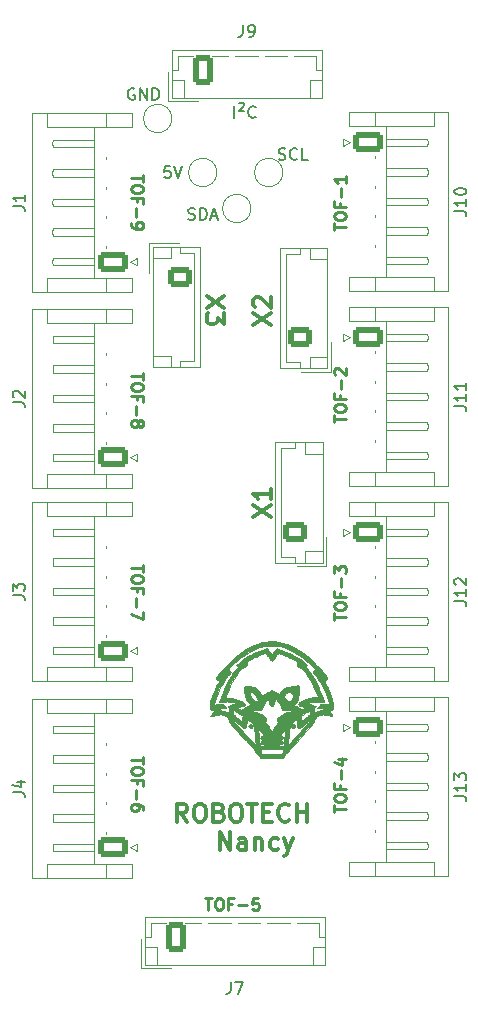
<source format=gbr>
%TF.GenerationSoftware,KiCad,Pcbnew,(6.0.0)*%
%TF.CreationDate,2022-05-13T11:59:05+02:00*%
%TF.ProjectId,carte fils araign_e,63617274-6520-4666-996c-732061726169,rev?*%
%TF.SameCoordinates,Original*%
%TF.FileFunction,Legend,Top*%
%TF.FilePolarity,Positive*%
%FSLAX46Y46*%
G04 Gerber Fmt 4.6, Leading zero omitted, Abs format (unit mm)*
G04 Created by KiCad (PCBNEW (6.0.0)) date 2022-05-13 11:59:05*
%MOMM*%
%LPD*%
G01*
G04 APERTURE LIST*
G04 Aperture macros list*
%AMRoundRect*
0 Rectangle with rounded corners*
0 $1 Rounding radius*
0 $2 $3 $4 $5 $6 $7 $8 $9 X,Y pos of 4 corners*
0 Add a 4 corners polygon primitive as box body*
4,1,4,$2,$3,$4,$5,$6,$7,$8,$9,$2,$3,0*
0 Add four circle primitives for the rounded corners*
1,1,$1+$1,$2,$3*
1,1,$1+$1,$4,$5*
1,1,$1+$1,$6,$7*
1,1,$1+$1,$8,$9*
0 Add four rect primitives between the rounded corners*
20,1,$1+$1,$2,$3,$4,$5,0*
20,1,$1+$1,$4,$5,$6,$7,0*
20,1,$1+$1,$6,$7,$8,$9,0*
20,1,$1+$1,$8,$9,$2,$3,0*%
G04 Aperture macros list end*
%ADD10C,0.150000*%
%ADD11C,0.300000*%
%ADD12C,0.250000*%
%ADD13C,0.120000*%
%ADD14C,0.010000*%
%ADD15RoundRect,0.250000X-0.725000X0.600000X-0.725000X-0.600000X0.725000X-0.600000X0.725000X0.600000X0*%
%ADD16O,1.950000X1.700000*%
%ADD17RoundRect,0.250000X1.000000X-0.600000X1.000000X0.600000X-1.000000X0.600000X-1.000000X-0.600000X0*%
%ADD18O,2.500000X1.700000*%
%ADD19C,2.000000*%
%ADD20RoundRect,0.250000X-1.000000X0.600000X-1.000000X-0.600000X1.000000X-0.600000X1.000000X0.600000X0*%
%ADD21C,3.200000*%
%ADD22RoundRect,0.250000X-0.600000X-1.000000X0.600000X-1.000000X0.600000X1.000000X-0.600000X1.000000X0*%
%ADD23O,1.700000X2.500000*%
%ADD24RoundRect,0.250000X0.725000X-0.600000X0.725000X0.600000X-0.725000X0.600000X-0.725000X-0.600000X0*%
G04 APERTURE END LIST*
D10*
X131388095Y-89416000D02*
X131292857Y-89368380D01*
X131150000Y-89368380D01*
X131007142Y-89416000D01*
X130911904Y-89511238D01*
X130864285Y-89606476D01*
X130816666Y-89796952D01*
X130816666Y-89939809D01*
X130864285Y-90130285D01*
X130911904Y-90225523D01*
X131007142Y-90320761D01*
X131150000Y-90368380D01*
X131245238Y-90368380D01*
X131388095Y-90320761D01*
X131435714Y-90273142D01*
X131435714Y-89939809D01*
X131245238Y-89939809D01*
X131864285Y-90368380D02*
X131864285Y-89368380D01*
X132435714Y-90368380D01*
X132435714Y-89368380D01*
X132911904Y-90368380D02*
X132911904Y-89368380D01*
X133150000Y-89368380D01*
X133292857Y-89416000D01*
X133388095Y-89511238D01*
X133435714Y-89606476D01*
X133483333Y-89796952D01*
X133483333Y-89939809D01*
X133435714Y-90130285D01*
X133388095Y-90225523D01*
X133292857Y-90320761D01*
X133150000Y-90368380D01*
X132911904Y-90368380D01*
D11*
X141418571Y-125674285D02*
X142918571Y-124674285D01*
X141418571Y-124674285D02*
X142918571Y-125674285D01*
X142918571Y-123317142D02*
X142918571Y-124174285D01*
X142918571Y-123745714D02*
X141418571Y-123745714D01*
X141632857Y-123888571D01*
X141775714Y-124031428D01*
X141847142Y-124174285D01*
D10*
X139835047Y-91892380D02*
X139835047Y-90892380D01*
X140263619Y-90654285D02*
X140358857Y-90606666D01*
X140501714Y-90606666D01*
X140596952Y-90654285D01*
X140644571Y-90749523D01*
X140644571Y-90844761D01*
X140596952Y-90940000D01*
X140263619Y-91273333D01*
X140644571Y-91273333D01*
X141644571Y-91797142D02*
X141596952Y-91844761D01*
X141454095Y-91892380D01*
X141358857Y-91892380D01*
X141216000Y-91844761D01*
X141120761Y-91749523D01*
X141073142Y-91654285D01*
X141025523Y-91463809D01*
X141025523Y-91320952D01*
X141073142Y-91130476D01*
X141120761Y-91035238D01*
X141216000Y-90940000D01*
X141358857Y-90892380D01*
X141454095Y-90892380D01*
X141596952Y-90940000D01*
X141644571Y-90987619D01*
D12*
X132119619Y-129746666D02*
X132119619Y-130318095D01*
X131119619Y-130032380D02*
X132119619Y-130032380D01*
X132119619Y-130841904D02*
X132119619Y-131032380D01*
X132072000Y-131127619D01*
X131976761Y-131222857D01*
X131786285Y-131270476D01*
X131452952Y-131270476D01*
X131262476Y-131222857D01*
X131167238Y-131127619D01*
X131119619Y-131032380D01*
X131119619Y-130841904D01*
X131167238Y-130746666D01*
X131262476Y-130651428D01*
X131452952Y-130603809D01*
X131786285Y-130603809D01*
X131976761Y-130651428D01*
X132072000Y-130746666D01*
X132119619Y-130841904D01*
X131643428Y-132032380D02*
X131643428Y-131699047D01*
X131119619Y-131699047D02*
X132119619Y-131699047D01*
X132119619Y-132175238D01*
X131500571Y-132556190D02*
X131500571Y-133318095D01*
X132119619Y-133699047D02*
X132119619Y-134365714D01*
X131119619Y-133937142D01*
D10*
X134429523Y-95972380D02*
X133953333Y-95972380D01*
X133905714Y-96448571D01*
X133953333Y-96400952D01*
X134048571Y-96353333D01*
X134286666Y-96353333D01*
X134381904Y-96400952D01*
X134429523Y-96448571D01*
X134477142Y-96543809D01*
X134477142Y-96781904D01*
X134429523Y-96877142D01*
X134381904Y-96924761D01*
X134286666Y-96972380D01*
X134048571Y-96972380D01*
X133953333Y-96924761D01*
X133905714Y-96877142D01*
X134762857Y-95972380D02*
X135096190Y-96972380D01*
X135429523Y-95972380D01*
D12*
X132119619Y-113490666D02*
X132119619Y-114062095D01*
X131119619Y-113776380D02*
X132119619Y-113776380D01*
X132119619Y-114585904D02*
X132119619Y-114776380D01*
X132072000Y-114871619D01*
X131976761Y-114966857D01*
X131786285Y-115014476D01*
X131452952Y-115014476D01*
X131262476Y-114966857D01*
X131167238Y-114871619D01*
X131119619Y-114776380D01*
X131119619Y-114585904D01*
X131167238Y-114490666D01*
X131262476Y-114395428D01*
X131452952Y-114347809D01*
X131786285Y-114347809D01*
X131976761Y-114395428D01*
X132072000Y-114490666D01*
X132119619Y-114585904D01*
X131643428Y-115776380D02*
X131643428Y-115443047D01*
X131119619Y-115443047D02*
X132119619Y-115443047D01*
X132119619Y-115919238D01*
X131500571Y-116300190D02*
X131500571Y-117062095D01*
X131691047Y-117681142D02*
X131738666Y-117585904D01*
X131786285Y-117538285D01*
X131881523Y-117490666D01*
X131929142Y-117490666D01*
X132024380Y-117538285D01*
X132072000Y-117585904D01*
X132119619Y-117681142D01*
X132119619Y-117871619D01*
X132072000Y-117966857D01*
X132024380Y-118014476D01*
X131929142Y-118062095D01*
X131881523Y-118062095D01*
X131786285Y-118014476D01*
X131738666Y-117966857D01*
X131691047Y-117871619D01*
X131691047Y-117681142D01*
X131643428Y-117585904D01*
X131595809Y-117538285D01*
X131500571Y-117490666D01*
X131310095Y-117490666D01*
X131214857Y-117538285D01*
X131167238Y-117585904D01*
X131119619Y-117681142D01*
X131119619Y-117871619D01*
X131167238Y-117966857D01*
X131214857Y-118014476D01*
X131310095Y-118062095D01*
X131500571Y-118062095D01*
X131595809Y-118014476D01*
X131643428Y-117966857D01*
X131691047Y-117871619D01*
X148296380Y-101393333D02*
X148296380Y-100821904D01*
X149296380Y-101107619D02*
X148296380Y-101107619D01*
X148296380Y-100298095D02*
X148296380Y-100107619D01*
X148344000Y-100012380D01*
X148439238Y-99917142D01*
X148629714Y-99869523D01*
X148963047Y-99869523D01*
X149153523Y-99917142D01*
X149248761Y-100012380D01*
X149296380Y-100107619D01*
X149296380Y-100298095D01*
X149248761Y-100393333D01*
X149153523Y-100488571D01*
X148963047Y-100536190D01*
X148629714Y-100536190D01*
X148439238Y-100488571D01*
X148344000Y-100393333D01*
X148296380Y-100298095D01*
X148772571Y-99107619D02*
X148772571Y-99440952D01*
X149296380Y-99440952D02*
X148296380Y-99440952D01*
X148296380Y-98964761D01*
X148915428Y-98583809D02*
X148915428Y-97821904D01*
X149296380Y-96821904D02*
X149296380Y-97393333D01*
X149296380Y-97107619D02*
X148296380Y-97107619D01*
X148439238Y-97202857D01*
X148534476Y-97298095D01*
X148582095Y-97393333D01*
D11*
X138997428Y-106989714D02*
X137497428Y-107989714D01*
X138997428Y-107989714D02*
X137497428Y-106989714D01*
X138997428Y-108418285D02*
X138997428Y-109346857D01*
X138426000Y-108846857D01*
X138426000Y-109061142D01*
X138354571Y-109204000D01*
X138283142Y-109275428D01*
X138140285Y-109346857D01*
X137783142Y-109346857D01*
X137640285Y-109275428D01*
X137568857Y-109204000D01*
X137497428Y-109061142D01*
X137497428Y-108632571D01*
X137568857Y-108489714D01*
X137640285Y-108418285D01*
D12*
X148296380Y-117649333D02*
X148296380Y-117077904D01*
X149296380Y-117363619D02*
X148296380Y-117363619D01*
X148296380Y-116554095D02*
X148296380Y-116363619D01*
X148344000Y-116268380D01*
X148439238Y-116173142D01*
X148629714Y-116125523D01*
X148963047Y-116125523D01*
X149153523Y-116173142D01*
X149248761Y-116268380D01*
X149296380Y-116363619D01*
X149296380Y-116554095D01*
X149248761Y-116649333D01*
X149153523Y-116744571D01*
X148963047Y-116792190D01*
X148629714Y-116792190D01*
X148439238Y-116744571D01*
X148344000Y-116649333D01*
X148296380Y-116554095D01*
X148772571Y-115363619D02*
X148772571Y-115696952D01*
X149296380Y-115696952D02*
X148296380Y-115696952D01*
X148296380Y-115220761D01*
X148915428Y-114839809D02*
X148915428Y-114077904D01*
X148391619Y-113649333D02*
X148344000Y-113601714D01*
X148296380Y-113506476D01*
X148296380Y-113268380D01*
X148344000Y-113173142D01*
X148391619Y-113125523D01*
X148486857Y-113077904D01*
X148582095Y-113077904D01*
X148724952Y-113125523D01*
X149296380Y-113696952D01*
X149296380Y-113077904D01*
D10*
X143589523Y-95400761D02*
X143732380Y-95448380D01*
X143970476Y-95448380D01*
X144065714Y-95400761D01*
X144113333Y-95353142D01*
X144160952Y-95257904D01*
X144160952Y-95162666D01*
X144113333Y-95067428D01*
X144065714Y-95019809D01*
X143970476Y-94972190D01*
X143780000Y-94924571D01*
X143684761Y-94876952D01*
X143637142Y-94829333D01*
X143589523Y-94734095D01*
X143589523Y-94638857D01*
X143637142Y-94543619D01*
X143684761Y-94496000D01*
X143780000Y-94448380D01*
X144018095Y-94448380D01*
X144160952Y-94496000D01*
X145160952Y-95353142D02*
X145113333Y-95400761D01*
X144970476Y-95448380D01*
X144875238Y-95448380D01*
X144732380Y-95400761D01*
X144637142Y-95305523D01*
X144589523Y-95210285D01*
X144541904Y-95019809D01*
X144541904Y-94876952D01*
X144589523Y-94686476D01*
X144637142Y-94591238D01*
X144732380Y-94496000D01*
X144875238Y-94448380D01*
X144970476Y-94448380D01*
X145113333Y-94496000D01*
X145160952Y-94543619D01*
X146065714Y-95448380D02*
X145589523Y-95448380D01*
X145589523Y-94448380D01*
D11*
X135857142Y-151471071D02*
X135357142Y-150756785D01*
X135000000Y-151471071D02*
X135000000Y-149971071D01*
X135571428Y-149971071D01*
X135714285Y-150042500D01*
X135785714Y-150113928D01*
X135857142Y-150256785D01*
X135857142Y-150471071D01*
X135785714Y-150613928D01*
X135714285Y-150685357D01*
X135571428Y-150756785D01*
X135000000Y-150756785D01*
X136785714Y-149971071D02*
X137071428Y-149971071D01*
X137214285Y-150042500D01*
X137357142Y-150185357D01*
X137428571Y-150471071D01*
X137428571Y-150971071D01*
X137357142Y-151256785D01*
X137214285Y-151399642D01*
X137071428Y-151471071D01*
X136785714Y-151471071D01*
X136642857Y-151399642D01*
X136500000Y-151256785D01*
X136428571Y-150971071D01*
X136428571Y-150471071D01*
X136500000Y-150185357D01*
X136642857Y-150042500D01*
X136785714Y-149971071D01*
X138571428Y-150685357D02*
X138785714Y-150756785D01*
X138857142Y-150828214D01*
X138928571Y-150971071D01*
X138928571Y-151185357D01*
X138857142Y-151328214D01*
X138785714Y-151399642D01*
X138642857Y-151471071D01*
X138071428Y-151471071D01*
X138071428Y-149971071D01*
X138571428Y-149971071D01*
X138714285Y-150042500D01*
X138785714Y-150113928D01*
X138857142Y-150256785D01*
X138857142Y-150399642D01*
X138785714Y-150542500D01*
X138714285Y-150613928D01*
X138571428Y-150685357D01*
X138071428Y-150685357D01*
X139857142Y-149971071D02*
X140142857Y-149971071D01*
X140285714Y-150042500D01*
X140428571Y-150185357D01*
X140500000Y-150471071D01*
X140500000Y-150971071D01*
X140428571Y-151256785D01*
X140285714Y-151399642D01*
X140142857Y-151471071D01*
X139857142Y-151471071D01*
X139714285Y-151399642D01*
X139571428Y-151256785D01*
X139500000Y-150971071D01*
X139500000Y-150471071D01*
X139571428Y-150185357D01*
X139714285Y-150042500D01*
X139857142Y-149971071D01*
X140928571Y-149971071D02*
X141785714Y-149971071D01*
X141357142Y-151471071D02*
X141357142Y-149971071D01*
X142285714Y-150685357D02*
X142785714Y-150685357D01*
X143000000Y-151471071D02*
X142285714Y-151471071D01*
X142285714Y-149971071D01*
X143000000Y-149971071D01*
X144500000Y-151328214D02*
X144428571Y-151399642D01*
X144214285Y-151471071D01*
X144071428Y-151471071D01*
X143857142Y-151399642D01*
X143714285Y-151256785D01*
X143642857Y-151113928D01*
X143571428Y-150828214D01*
X143571428Y-150613928D01*
X143642857Y-150328214D01*
X143714285Y-150185357D01*
X143857142Y-150042500D01*
X144071428Y-149971071D01*
X144214285Y-149971071D01*
X144428571Y-150042500D01*
X144500000Y-150113928D01*
X145142857Y-151471071D02*
X145142857Y-149971071D01*
X145142857Y-150685357D02*
X146000000Y-150685357D01*
X146000000Y-151471071D02*
X146000000Y-149971071D01*
X138642857Y-153886071D02*
X138642857Y-152386071D01*
X139500000Y-153886071D01*
X139500000Y-152386071D01*
X140857142Y-153886071D02*
X140857142Y-153100357D01*
X140785714Y-152957500D01*
X140642857Y-152886071D01*
X140357142Y-152886071D01*
X140214285Y-152957500D01*
X140857142Y-153814642D02*
X140714285Y-153886071D01*
X140357142Y-153886071D01*
X140214285Y-153814642D01*
X140142857Y-153671785D01*
X140142857Y-153528928D01*
X140214285Y-153386071D01*
X140357142Y-153314642D01*
X140714285Y-153314642D01*
X140857142Y-153243214D01*
X141571428Y-152886071D02*
X141571428Y-153886071D01*
X141571428Y-153028928D02*
X141642857Y-152957500D01*
X141785714Y-152886071D01*
X142000000Y-152886071D01*
X142142857Y-152957500D01*
X142214285Y-153100357D01*
X142214285Y-153886071D01*
X143571428Y-153814642D02*
X143428571Y-153886071D01*
X143142857Y-153886071D01*
X143000000Y-153814642D01*
X142928571Y-153743214D01*
X142857142Y-153600357D01*
X142857142Y-153171785D01*
X142928571Y-153028928D01*
X143000000Y-152957500D01*
X143142857Y-152886071D01*
X143428571Y-152886071D01*
X143571428Y-152957500D01*
X144071428Y-152886071D02*
X144428571Y-153886071D01*
X144785714Y-152886071D02*
X144428571Y-153886071D01*
X144285714Y-154243214D01*
X144214285Y-154314642D01*
X144071428Y-154386071D01*
X141418571Y-109418285D02*
X142918571Y-108418285D01*
X141418571Y-108418285D02*
X142918571Y-109418285D01*
X141561428Y-107918285D02*
X141490000Y-107846857D01*
X141418571Y-107704000D01*
X141418571Y-107346857D01*
X141490000Y-107204000D01*
X141561428Y-107132571D01*
X141704285Y-107061142D01*
X141847142Y-107061142D01*
X142061428Y-107132571D01*
X142918571Y-107989714D01*
X142918571Y-107061142D01*
D12*
X132119619Y-96726666D02*
X132119619Y-97298095D01*
X131119619Y-97012380D02*
X132119619Y-97012380D01*
X132119619Y-97821904D02*
X132119619Y-98012380D01*
X132072000Y-98107619D01*
X131976761Y-98202857D01*
X131786285Y-98250476D01*
X131452952Y-98250476D01*
X131262476Y-98202857D01*
X131167238Y-98107619D01*
X131119619Y-98012380D01*
X131119619Y-97821904D01*
X131167238Y-97726666D01*
X131262476Y-97631428D01*
X131452952Y-97583809D01*
X131786285Y-97583809D01*
X131976761Y-97631428D01*
X132072000Y-97726666D01*
X132119619Y-97821904D01*
X131643428Y-99012380D02*
X131643428Y-98679047D01*
X131119619Y-98679047D02*
X132119619Y-98679047D01*
X132119619Y-99155238D01*
X131500571Y-99536190D02*
X131500571Y-100298095D01*
X131119619Y-100821904D02*
X131119619Y-101012380D01*
X131167238Y-101107619D01*
X131214857Y-101155238D01*
X131357714Y-101250476D01*
X131548190Y-101298095D01*
X131929142Y-101298095D01*
X132024380Y-101250476D01*
X132072000Y-101202857D01*
X132119619Y-101107619D01*
X132119619Y-100917142D01*
X132072000Y-100821904D01*
X132024380Y-100774285D01*
X131929142Y-100726666D01*
X131691047Y-100726666D01*
X131595809Y-100774285D01*
X131548190Y-100821904D01*
X131500571Y-100917142D01*
X131500571Y-101107619D01*
X131548190Y-101202857D01*
X131595809Y-101250476D01*
X131691047Y-101298095D01*
X132119619Y-146002666D02*
X132119619Y-146574095D01*
X131119619Y-146288380D02*
X132119619Y-146288380D01*
X132119619Y-147097904D02*
X132119619Y-147288380D01*
X132072000Y-147383619D01*
X131976761Y-147478857D01*
X131786285Y-147526476D01*
X131452952Y-147526476D01*
X131262476Y-147478857D01*
X131167238Y-147383619D01*
X131119619Y-147288380D01*
X131119619Y-147097904D01*
X131167238Y-147002666D01*
X131262476Y-146907428D01*
X131452952Y-146859809D01*
X131786285Y-146859809D01*
X131976761Y-146907428D01*
X132072000Y-147002666D01*
X132119619Y-147097904D01*
X131643428Y-148288380D02*
X131643428Y-147955047D01*
X131119619Y-147955047D02*
X132119619Y-147955047D01*
X132119619Y-148431238D01*
X131500571Y-148812190D02*
X131500571Y-149574095D01*
X132119619Y-150478857D02*
X132119619Y-150288380D01*
X132072000Y-150193142D01*
X132024380Y-150145523D01*
X131881523Y-150050285D01*
X131691047Y-150002666D01*
X131310095Y-150002666D01*
X131214857Y-150050285D01*
X131167238Y-150097904D01*
X131119619Y-150193142D01*
X131119619Y-150383619D01*
X131167238Y-150478857D01*
X131214857Y-150526476D01*
X131310095Y-150574095D01*
X131548190Y-150574095D01*
X131643428Y-150526476D01*
X131691047Y-150478857D01*
X131738666Y-150383619D01*
X131738666Y-150193142D01*
X131691047Y-150097904D01*
X131643428Y-150050285D01*
X131548190Y-150002666D01*
X137366666Y-157948380D02*
X137938095Y-157948380D01*
X137652380Y-158948380D02*
X137652380Y-157948380D01*
X138461904Y-157948380D02*
X138652380Y-157948380D01*
X138747619Y-157996000D01*
X138842857Y-158091238D01*
X138890476Y-158281714D01*
X138890476Y-158615047D01*
X138842857Y-158805523D01*
X138747619Y-158900761D01*
X138652380Y-158948380D01*
X138461904Y-158948380D01*
X138366666Y-158900761D01*
X138271428Y-158805523D01*
X138223809Y-158615047D01*
X138223809Y-158281714D01*
X138271428Y-158091238D01*
X138366666Y-157996000D01*
X138461904Y-157948380D01*
X139652380Y-158424571D02*
X139319047Y-158424571D01*
X139319047Y-158948380D02*
X139319047Y-157948380D01*
X139795238Y-157948380D01*
X140176190Y-158567428D02*
X140938095Y-158567428D01*
X141890476Y-157948380D02*
X141414285Y-157948380D01*
X141366666Y-158424571D01*
X141414285Y-158376952D01*
X141509523Y-158329333D01*
X141747619Y-158329333D01*
X141842857Y-158376952D01*
X141890476Y-158424571D01*
X141938095Y-158519809D01*
X141938095Y-158757904D01*
X141890476Y-158853142D01*
X141842857Y-158900761D01*
X141747619Y-158948380D01*
X141509523Y-158948380D01*
X141414285Y-158900761D01*
X141366666Y-158853142D01*
D10*
X135945714Y-100480761D02*
X136088571Y-100528380D01*
X136326666Y-100528380D01*
X136421904Y-100480761D01*
X136469523Y-100433142D01*
X136517142Y-100337904D01*
X136517142Y-100242666D01*
X136469523Y-100147428D01*
X136421904Y-100099809D01*
X136326666Y-100052190D01*
X136136190Y-100004571D01*
X136040952Y-99956952D01*
X135993333Y-99909333D01*
X135945714Y-99814095D01*
X135945714Y-99718857D01*
X135993333Y-99623619D01*
X136040952Y-99576000D01*
X136136190Y-99528380D01*
X136374285Y-99528380D01*
X136517142Y-99576000D01*
X136945714Y-100528380D02*
X136945714Y-99528380D01*
X137183809Y-99528380D01*
X137326666Y-99576000D01*
X137421904Y-99671238D01*
X137469523Y-99766476D01*
X137517142Y-99956952D01*
X137517142Y-100099809D01*
X137469523Y-100290285D01*
X137421904Y-100385523D01*
X137326666Y-100480761D01*
X137183809Y-100528380D01*
X136945714Y-100528380D01*
X137898095Y-100242666D02*
X138374285Y-100242666D01*
X137802857Y-100528380D02*
X138136190Y-99528380D01*
X138469523Y-100528380D01*
D12*
X148296380Y-134413333D02*
X148296380Y-133841904D01*
X149296380Y-134127619D02*
X148296380Y-134127619D01*
X148296380Y-133318095D02*
X148296380Y-133127619D01*
X148344000Y-133032380D01*
X148439238Y-132937142D01*
X148629714Y-132889523D01*
X148963047Y-132889523D01*
X149153523Y-132937142D01*
X149248761Y-133032380D01*
X149296380Y-133127619D01*
X149296380Y-133318095D01*
X149248761Y-133413333D01*
X149153523Y-133508571D01*
X148963047Y-133556190D01*
X148629714Y-133556190D01*
X148439238Y-133508571D01*
X148344000Y-133413333D01*
X148296380Y-133318095D01*
X148772571Y-132127619D02*
X148772571Y-132460952D01*
X149296380Y-132460952D02*
X148296380Y-132460952D01*
X148296380Y-131984761D01*
X148915428Y-131603809D02*
X148915428Y-130841904D01*
X148296380Y-130460952D02*
X148296380Y-129841904D01*
X148677333Y-130175238D01*
X148677333Y-130032380D01*
X148724952Y-129937142D01*
X148772571Y-129889523D01*
X148867809Y-129841904D01*
X149105904Y-129841904D01*
X149201142Y-129889523D01*
X149248761Y-129937142D01*
X149296380Y-130032380D01*
X149296380Y-130318095D01*
X149248761Y-130413333D01*
X149201142Y-130460952D01*
X148296380Y-150669333D02*
X148296380Y-150097904D01*
X149296380Y-150383619D02*
X148296380Y-150383619D01*
X148296380Y-149574095D02*
X148296380Y-149383619D01*
X148344000Y-149288380D01*
X148439238Y-149193142D01*
X148629714Y-149145523D01*
X148963047Y-149145523D01*
X149153523Y-149193142D01*
X149248761Y-149288380D01*
X149296380Y-149383619D01*
X149296380Y-149574095D01*
X149248761Y-149669333D01*
X149153523Y-149764571D01*
X148963047Y-149812190D01*
X148629714Y-149812190D01*
X148439238Y-149764571D01*
X148344000Y-149669333D01*
X148296380Y-149574095D01*
X148772571Y-148383619D02*
X148772571Y-148716952D01*
X149296380Y-148716952D02*
X148296380Y-148716952D01*
X148296380Y-148240761D01*
X148915428Y-147859809D02*
X148915428Y-147097904D01*
X148629714Y-146193142D02*
X149296380Y-146193142D01*
X148248761Y-146431238D02*
X148963047Y-146669333D01*
X148963047Y-146050285D01*
D10*
%TO.C,J2*%
X121092380Y-115983333D02*
X121806666Y-115983333D01*
X121949523Y-116030952D01*
X122044761Y-116126190D01*
X122092380Y-116269047D01*
X122092380Y-116364285D01*
X121187619Y-115554761D02*
X121140000Y-115507142D01*
X121092380Y-115411904D01*
X121092380Y-115173809D01*
X121140000Y-115078571D01*
X121187619Y-115030952D01*
X121282857Y-114983333D01*
X121378095Y-114983333D01*
X121520952Y-115030952D01*
X122092380Y-115602380D01*
X122092380Y-114983333D01*
%TO.C,J13*%
X158482380Y-149319523D02*
X159196666Y-149319523D01*
X159339523Y-149367142D01*
X159434761Y-149462380D01*
X159482380Y-149605238D01*
X159482380Y-149700476D01*
X159482380Y-148319523D02*
X159482380Y-148890952D01*
X159482380Y-148605238D02*
X158482380Y-148605238D01*
X158625238Y-148700476D01*
X158720476Y-148795714D01*
X158768095Y-148890952D01*
X158482380Y-147986190D02*
X158482380Y-147367142D01*
X158863333Y-147700476D01*
X158863333Y-147557619D01*
X158910952Y-147462380D01*
X158958571Y-147414761D01*
X159053809Y-147367142D01*
X159291904Y-147367142D01*
X159387142Y-147414761D01*
X159434761Y-147462380D01*
X159482380Y-147557619D01*
X159482380Y-147843333D01*
X159434761Y-147938571D01*
X159387142Y-147986190D01*
%TO.C,*%
%TO.C,J11*%
X158482380Y-116299523D02*
X159196666Y-116299523D01*
X159339523Y-116347142D01*
X159434761Y-116442380D01*
X159482380Y-116585238D01*
X159482380Y-116680476D01*
X159482380Y-115299523D02*
X159482380Y-115870952D01*
X159482380Y-115585238D02*
X158482380Y-115585238D01*
X158625238Y-115680476D01*
X158720476Y-115775714D01*
X158768095Y-115870952D01*
X159482380Y-114347142D02*
X159482380Y-114918571D01*
X159482380Y-114632857D02*
X158482380Y-114632857D01*
X158625238Y-114728095D01*
X158720476Y-114823333D01*
X158768095Y-114918571D01*
%TO.C,J7*%
X139540666Y-165060380D02*
X139540666Y-165774666D01*
X139493047Y-165917523D01*
X139397809Y-166012761D01*
X139254952Y-166060380D01*
X139159714Y-166060380D01*
X139921619Y-165060380D02*
X140588285Y-165060380D01*
X140159714Y-166060380D01*
%TO.C,J10*%
X158482380Y-99789523D02*
X159196666Y-99789523D01*
X159339523Y-99837142D01*
X159434761Y-99932380D01*
X159482380Y-100075238D01*
X159482380Y-100170476D01*
X159482380Y-98789523D02*
X159482380Y-99360952D01*
X159482380Y-99075238D02*
X158482380Y-99075238D01*
X158625238Y-99170476D01*
X158720476Y-99265714D01*
X158768095Y-99360952D01*
X158482380Y-98170476D02*
X158482380Y-98075238D01*
X158530000Y-97980000D01*
X158577619Y-97932380D01*
X158672857Y-97884761D01*
X158863333Y-97837142D01*
X159101428Y-97837142D01*
X159291904Y-97884761D01*
X159387142Y-97932380D01*
X159434761Y-97980000D01*
X159482380Y-98075238D01*
X159482380Y-98170476D01*
X159434761Y-98265714D01*
X159387142Y-98313333D01*
X159291904Y-98360952D01*
X159101428Y-98408571D01*
X158863333Y-98408571D01*
X158672857Y-98360952D01*
X158577619Y-98313333D01*
X158530000Y-98265714D01*
X158482380Y-98170476D01*
%TO.C,*%
%TO.C,J12*%
X158482380Y-132809523D02*
X159196666Y-132809523D01*
X159339523Y-132857142D01*
X159434761Y-132952380D01*
X159482380Y-133095238D01*
X159482380Y-133190476D01*
X159482380Y-131809523D02*
X159482380Y-132380952D01*
X159482380Y-132095238D02*
X158482380Y-132095238D01*
X158625238Y-132190476D01*
X158720476Y-132285714D01*
X158768095Y-132380952D01*
X158577619Y-131428571D02*
X158530000Y-131380952D01*
X158482380Y-131285714D01*
X158482380Y-131047619D01*
X158530000Y-130952380D01*
X158577619Y-130904761D01*
X158672857Y-130857142D01*
X158768095Y-130857142D01*
X158910952Y-130904761D01*
X159482380Y-131476190D01*
X159482380Y-130857142D01*
%TO.C,J1*%
X121084880Y-99393333D02*
X121799166Y-99393333D01*
X121942023Y-99440952D01*
X122037261Y-99536190D01*
X122084880Y-99679047D01*
X122084880Y-99774285D01*
X122084880Y-98393333D02*
X122084880Y-98964761D01*
X122084880Y-98679047D02*
X121084880Y-98679047D01*
X121227738Y-98774285D01*
X121322976Y-98869523D01*
X121370595Y-98964761D01*
%TO.C,J9*%
X140576666Y-84034380D02*
X140576666Y-84748666D01*
X140529047Y-84891523D01*
X140433809Y-84986761D01*
X140290952Y-85034380D01*
X140195714Y-85034380D01*
X141100476Y-85034380D02*
X141290952Y-85034380D01*
X141386190Y-84986761D01*
X141433809Y-84939142D01*
X141529047Y-84796285D01*
X141576666Y-84605809D01*
X141576666Y-84224857D01*
X141529047Y-84129619D01*
X141481428Y-84082000D01*
X141386190Y-84034380D01*
X141195714Y-84034380D01*
X141100476Y-84082000D01*
X141052857Y-84129619D01*
X141005238Y-84224857D01*
X141005238Y-84462952D01*
X141052857Y-84558190D01*
X141100476Y-84605809D01*
X141195714Y-84653428D01*
X141386190Y-84653428D01*
X141481428Y-84605809D01*
X141529047Y-84558190D01*
X141576666Y-84462952D01*
%TO.C,*%
%TO.C,J4*%
X121092380Y-149003333D02*
X121806666Y-149003333D01*
X121949523Y-149050952D01*
X122044761Y-149146190D01*
X122092380Y-149289047D01*
X122092380Y-149384285D01*
X121425714Y-148098571D02*
X122092380Y-148098571D01*
X121044761Y-148336666D02*
X121759047Y-148574761D01*
X121759047Y-147955714D01*
%TO.C,*%
%TO.C,J3*%
X121092380Y-132333333D02*
X121806666Y-132333333D01*
X121949523Y-132380952D01*
X122044761Y-132476190D01*
X122092380Y-132619047D01*
X122092380Y-132714285D01*
X121092380Y-131952380D02*
X121092380Y-131333333D01*
X121473333Y-131666666D01*
X121473333Y-131523809D01*
X121520952Y-131428571D01*
X121568571Y-131380952D01*
X121663809Y-131333333D01*
X121901904Y-131333333D01*
X121997142Y-131380952D01*
X122044761Y-131428571D01*
X122092380Y-131523809D01*
X122092380Y-131809523D01*
X122044761Y-131904761D01*
X121997142Y-131952380D01*
D13*
%TO.C,J5*%
X132945000Y-102800000D02*
X132945000Y-113020000D01*
X132945000Y-113020000D02*
X136965000Y-113020000D01*
X136965000Y-102800000D02*
X132945000Y-102800000D01*
X136965000Y-113020000D02*
X136965000Y-102800000D01*
X135145000Y-102500000D02*
X132645000Y-102500000D01*
X134445000Y-113020000D02*
X134445000Y-112020000D01*
X136465000Y-103300000D02*
X136465000Y-112520000D01*
X135255000Y-102800000D02*
X135255000Y-103300000D01*
X132645000Y-102500000D02*
X132645000Y-105000000D01*
X135255000Y-112520000D02*
X135255000Y-113020000D01*
X134445000Y-103800000D02*
X132945000Y-103800000D01*
X134445000Y-112020000D02*
X132945000Y-112020000D01*
X136465000Y-112520000D02*
X135255000Y-112520000D01*
X134445000Y-102800000D02*
X134445000Y-103800000D01*
X135255000Y-103300000D02*
X136465000Y-103300000D01*
%TO.C,J2*%
X131040000Y-120650000D02*
X131640000Y-120950000D01*
X128950000Y-111980000D02*
X128950000Y-111820000D01*
X127950000Y-120650000D02*
X127950000Y-120970000D01*
X127950000Y-115330000D02*
X127950000Y-115650000D01*
X128950000Y-114480000D02*
X128950000Y-114320000D01*
X124450000Y-120650000D02*
X124530000Y-120330000D01*
X124450000Y-110650000D02*
X124530000Y-110330000D01*
X131150000Y-109260000D02*
X128950000Y-109260000D01*
X124450000Y-115650000D02*
X124530000Y-115330000D01*
X127950000Y-118470000D02*
X124530000Y-118470000D01*
X123950000Y-109260000D02*
X128950000Y-109260000D01*
X127950000Y-110650000D02*
X127950000Y-110970000D01*
X127950000Y-115650000D02*
X127950000Y-115970000D01*
X122730000Y-108040000D02*
X131150000Y-108040000D01*
X124530000Y-115330000D02*
X127950000Y-115330000D01*
X124530000Y-112830000D02*
X127950000Y-112830000D01*
X127950000Y-112830000D02*
X127950000Y-113150000D01*
X124450000Y-118150000D02*
X124530000Y-117830000D01*
X128950000Y-109260000D02*
X128950000Y-108040000D01*
X128950000Y-116980000D02*
X128950000Y-116820000D01*
X124530000Y-118470000D02*
X124450000Y-118150000D01*
X127950000Y-122040000D02*
X127950000Y-109260000D01*
X127950000Y-110330000D02*
X127950000Y-110650000D01*
X124530000Y-120330000D02*
X127950000Y-120330000D01*
X128950000Y-122040000D02*
X128950000Y-123260000D01*
X131640000Y-120350000D02*
X131040000Y-120650000D01*
X124530000Y-113470000D02*
X124450000Y-113150000D01*
X123950000Y-123260000D02*
X123950000Y-122040000D01*
X124450000Y-113150000D02*
X124530000Y-112830000D01*
X124530000Y-110970000D02*
X124450000Y-110650000D01*
X131150000Y-122040000D02*
X131150000Y-123260000D01*
X124530000Y-115970000D02*
X124450000Y-115650000D01*
X128950000Y-119480000D02*
X128950000Y-119320000D01*
X131150000Y-108040000D02*
X131150000Y-109260000D01*
X127950000Y-110970000D02*
X124530000Y-110970000D01*
X131640000Y-120950000D02*
X131640000Y-120350000D01*
X127950000Y-113470000D02*
X124530000Y-113470000D01*
X131150000Y-123260000D02*
X122730000Y-123260000D01*
X127950000Y-115970000D02*
X124530000Y-115970000D01*
X127950000Y-117830000D02*
X127950000Y-118150000D01*
X123950000Y-122040000D02*
X128950000Y-122040000D01*
X127950000Y-120330000D02*
X127950000Y-120650000D01*
X127950000Y-120970000D02*
X124530000Y-120970000D01*
X124530000Y-110330000D02*
X127950000Y-110330000D01*
X122730000Y-123260000D02*
X122730000Y-108040000D01*
X128950000Y-122040000D02*
X131150000Y-122040000D01*
X124530000Y-117830000D02*
X127950000Y-117830000D01*
X127950000Y-113150000D02*
X127950000Y-113470000D01*
X123950000Y-108040000D02*
X123950000Y-109260000D01*
X124530000Y-120970000D02*
X124450000Y-120650000D01*
X127950000Y-118150000D02*
X127950000Y-118470000D01*
%TO.C,I2C_SCL1*%
X143948000Y-96520000D02*
G75*
G03*
X143948000Y-96520000I-1200000J0D01*
G01*
%TO.C,J13*%
X157940000Y-140900000D02*
X157940000Y-156120000D01*
X156720000Y-142120000D02*
X151720000Y-142120000D01*
X151720000Y-147180000D02*
X151720000Y-147340000D01*
X149520000Y-154900000D02*
X151720000Y-154900000D01*
X152720000Y-145690000D02*
X156140000Y-145690000D01*
X149520000Y-142120000D02*
X149520000Y-140900000D01*
X156140000Y-148190000D02*
X156220000Y-148510000D01*
X152720000Y-148830000D02*
X152720000Y-148510000D01*
X149520000Y-140900000D02*
X157940000Y-140900000D01*
X152720000Y-146010000D02*
X152720000Y-145690000D01*
X156220000Y-148510000D02*
X156140000Y-148830000D01*
X156140000Y-146330000D02*
X152720000Y-146330000D01*
X152720000Y-148190000D02*
X156140000Y-148190000D01*
X151720000Y-152180000D02*
X151720000Y-152340000D01*
X152720000Y-153190000D02*
X156140000Y-153190000D01*
X152720000Y-151330000D02*
X152720000Y-151010000D01*
X156720000Y-154900000D02*
X151720000Y-154900000D01*
X152720000Y-143510000D02*
X152720000Y-143190000D01*
X152720000Y-148510000D02*
X152720000Y-148190000D01*
X152720000Y-150690000D02*
X156140000Y-150690000D01*
X152720000Y-146330000D02*
X152720000Y-146010000D01*
X149030000Y-143210000D02*
X149030000Y-143810000D01*
X151720000Y-142120000D02*
X151720000Y-140900000D01*
X156220000Y-146010000D02*
X156140000Y-146330000D01*
X156140000Y-150690000D02*
X156220000Y-151010000D01*
X156140000Y-145690000D02*
X156220000Y-146010000D01*
X156140000Y-153830000D02*
X152720000Y-153830000D01*
X152720000Y-142120000D02*
X152720000Y-154900000D01*
X156140000Y-143190000D02*
X156220000Y-143510000D01*
X149030000Y-143810000D02*
X149630000Y-143510000D01*
X151720000Y-154900000D02*
X151720000Y-156120000D01*
X156140000Y-153190000D02*
X156220000Y-153510000D01*
X152720000Y-151010000D02*
X152720000Y-150690000D01*
X151720000Y-149680000D02*
X151720000Y-149840000D01*
X156220000Y-143510000D02*
X156140000Y-143830000D01*
X156720000Y-156120000D02*
X156720000Y-154900000D01*
X156140000Y-151330000D02*
X152720000Y-151330000D01*
X156720000Y-140900000D02*
X156720000Y-142120000D01*
X157940000Y-156120000D02*
X149520000Y-156120000D01*
X152720000Y-143190000D02*
X156140000Y-143190000D01*
X156140000Y-143830000D02*
X152720000Y-143830000D01*
X152720000Y-143830000D02*
X152720000Y-143510000D01*
X149520000Y-156120000D02*
X149520000Y-154900000D01*
X156220000Y-151010000D02*
X156140000Y-151330000D01*
X156220000Y-153510000D02*
X156140000Y-153830000D01*
X151720000Y-144680000D02*
X151720000Y-144840000D01*
X149630000Y-143510000D02*
X149030000Y-143210000D01*
X151720000Y-142120000D02*
X149520000Y-142120000D01*
X156140000Y-148830000D02*
X152720000Y-148830000D01*
X152720000Y-153830000D02*
X152720000Y-153510000D01*
X152720000Y-153510000D02*
X152720000Y-153190000D01*
D14*
%TO.C,G\u002A\u002A\u002A*%
X143217094Y-136220614D02*
X143368301Y-136228663D01*
X143368301Y-136228663D02*
X143498979Y-136241241D01*
X143498979Y-136241241D02*
X143548261Y-136248310D01*
X143548261Y-136248310D02*
X143868086Y-136315781D01*
X143868086Y-136315781D02*
X144191643Y-136414547D01*
X144191643Y-136414547D02*
X144519425Y-136544869D01*
X144519425Y-136544869D02*
X144851925Y-136707007D01*
X144851925Y-136707007D02*
X145189633Y-136901221D01*
X145189633Y-136901221D02*
X145533044Y-137127774D01*
X145533044Y-137127774D02*
X145882649Y-137386924D01*
X145882649Y-137386924D02*
X146217333Y-137660452D01*
X146217333Y-137660452D02*
X146399552Y-137821420D01*
X146399552Y-137821420D02*
X146592392Y-138001807D01*
X146592392Y-138001807D02*
X146789749Y-138195335D01*
X146789749Y-138195335D02*
X146985519Y-138395724D01*
X146985519Y-138395724D02*
X147173600Y-138596695D01*
X147173600Y-138596695D02*
X147347888Y-138791968D01*
X147347888Y-138791968D02*
X147502282Y-138975264D01*
X147502282Y-138975264D02*
X147536194Y-139017399D01*
X147536194Y-139017399D02*
X147613137Y-139116018D01*
X147613137Y-139116018D02*
X147668830Y-139193792D01*
X147668830Y-139193792D02*
X147704648Y-139255073D01*
X147704648Y-139255073D02*
X147721967Y-139304216D01*
X147721967Y-139304216D02*
X147722164Y-139345573D01*
X147722164Y-139345573D02*
X147706614Y-139383499D01*
X147706614Y-139383499D02*
X147676693Y-139422347D01*
X147676693Y-139422347D02*
X147667367Y-139432460D01*
X147667367Y-139432460D02*
X147605170Y-139479319D01*
X147605170Y-139479319D02*
X147539609Y-139494034D01*
X147539609Y-139494034D02*
X147474627Y-139476125D01*
X147474627Y-139476125D02*
X147448846Y-139459066D01*
X147448846Y-139459066D02*
X147416274Y-139435657D01*
X147416274Y-139435657D02*
X147396210Y-139425234D01*
X147396210Y-139425234D02*
X147395714Y-139425199D01*
X147395714Y-139425199D02*
X147399678Y-139439332D01*
X147399678Y-139439332D02*
X147417104Y-139478404D01*
X147417104Y-139478404D02*
X147445606Y-139537426D01*
X147445606Y-139537426D02*
X147482796Y-139611410D01*
X147482796Y-139611410D02*
X147511195Y-139666499D01*
X147511195Y-139666499D02*
X147561381Y-139765641D01*
X147561381Y-139765641D02*
X147617053Y-139880170D01*
X147617053Y-139880170D02*
X147675424Y-140003913D01*
X147675424Y-140003913D02*
X147733706Y-140130696D01*
X147733706Y-140130696D02*
X147789110Y-140254347D01*
X147789110Y-140254347D02*
X147838849Y-140368692D01*
X147838849Y-140368692D02*
X147880135Y-140467559D01*
X147880135Y-140467559D02*
X147910181Y-140544774D01*
X147910181Y-140544774D02*
X147918422Y-140568200D01*
X147918422Y-140568200D02*
X147934555Y-140615193D01*
X147934555Y-140615193D02*
X147959189Y-140685551D01*
X147959189Y-140685551D02*
X147989331Y-140770780D01*
X147989331Y-140770780D02*
X148021987Y-140862388D01*
X148021987Y-140862388D02*
X148031857Y-140889933D01*
X148031857Y-140889933D02*
X148098937Y-141083757D01*
X148098937Y-141083757D02*
X148151332Y-141251181D01*
X148151332Y-141251181D02*
X148189942Y-141395874D01*
X148189942Y-141395874D02*
X148215669Y-141521501D01*
X148215669Y-141521501D02*
X148229413Y-141631732D01*
X148229413Y-141631732D02*
X148232400Y-141706460D01*
X148232400Y-141706460D02*
X148228990Y-141808926D01*
X148228990Y-141808926D02*
X148216696Y-141883720D01*
X148216696Y-141883720D02*
X148192417Y-141936537D01*
X148192417Y-141936537D02*
X148153051Y-141973074D01*
X148153051Y-141973074D02*
X148095498Y-141999027D01*
X148095498Y-141999027D02*
X148068732Y-142007155D01*
X148068732Y-142007155D02*
X148030850Y-142006757D01*
X148030850Y-142006757D02*
X147970631Y-141993629D01*
X147970631Y-141993629D02*
X147896143Y-141969951D01*
X147896143Y-141969951D02*
X147820539Y-141940114D01*
X147820539Y-141940114D02*
X147820050Y-141949170D01*
X147820050Y-141949170D02*
X147836527Y-141982164D01*
X147836527Y-141982164D02*
X147867657Y-142035192D01*
X147867657Y-142035192D02*
X147911123Y-142104350D01*
X147911123Y-142104350D02*
X147964612Y-142185734D01*
X147964612Y-142185734D02*
X147977821Y-142205375D01*
X147977821Y-142205375D02*
X148050195Y-142314371D01*
X148050195Y-142314371D02*
X148102989Y-142398730D01*
X148102989Y-142398730D02*
X148137079Y-142460809D01*
X148137079Y-142460809D02*
X148153335Y-142502964D01*
X148153335Y-142502964D02*
X148152631Y-142527553D01*
X148152631Y-142527553D02*
X148135840Y-142536933D01*
X148135840Y-142536933D02*
X148103835Y-142533460D01*
X148103835Y-142533460D02*
X148098871Y-142532256D01*
X148098871Y-142532256D02*
X148051312Y-142520827D01*
X148051312Y-142520827D02*
X147979950Y-142504394D01*
X147979950Y-142504394D02*
X147894100Y-142485038D01*
X147894100Y-142485038D02*
X147803076Y-142464843D01*
X147803076Y-142464843D02*
X147716194Y-142445890D01*
X147716194Y-142445890D02*
X147642767Y-142430261D01*
X147642767Y-142430261D02*
X147639733Y-142429628D01*
X147639733Y-142429628D02*
X147493397Y-142410026D01*
X147493397Y-142410026D02*
X147341167Y-142409003D01*
X147341167Y-142409003D02*
X147191850Y-142425500D01*
X147191850Y-142425500D02*
X147054251Y-142458458D01*
X147054251Y-142458458D02*
X146937176Y-142506821D01*
X146937176Y-142506821D02*
X146920733Y-142516037D01*
X146920733Y-142516037D02*
X146864519Y-142556270D01*
X146864519Y-142556270D02*
X146800678Y-142613113D01*
X146800678Y-142613113D02*
X146736988Y-142678349D01*
X146736988Y-142678349D02*
X146681231Y-142743760D01*
X146681231Y-142743760D02*
X146641186Y-142801127D01*
X146641186Y-142801127D02*
X146629890Y-142823249D01*
X146629890Y-142823249D02*
X146615538Y-142875296D01*
X146615538Y-142875296D02*
X146607454Y-142938948D01*
X146607454Y-142938948D02*
X146606800Y-142959681D01*
X146606800Y-142959681D02*
X146606800Y-143040850D01*
X146606800Y-143040850D02*
X145319866Y-144477018D01*
X145319866Y-144477018D02*
X145124242Y-144695617D01*
X145124242Y-144695617D02*
X144941654Y-144900231D01*
X144941654Y-144900231D02*
X144773022Y-145089810D01*
X144773022Y-145089810D02*
X144619266Y-145263305D01*
X144619266Y-145263305D02*
X144481303Y-145419667D01*
X144481303Y-145419667D02*
X144360053Y-145557846D01*
X144360053Y-145557846D02*
X144256436Y-145676793D01*
X144256436Y-145676793D02*
X144171370Y-145775459D01*
X144171370Y-145775459D02*
X144105774Y-145852795D01*
X144105774Y-145852795D02*
X144060567Y-145907750D01*
X144060567Y-145907750D02*
X144036669Y-145939276D01*
X144036669Y-145939276D02*
X144032933Y-145946388D01*
X144032933Y-145946388D02*
X144023849Y-145984913D01*
X144023849Y-145984913D02*
X144005585Y-146021329D01*
X144005585Y-146021329D02*
X143978238Y-146063066D01*
X143978238Y-146063066D02*
X142038695Y-146063066D01*
X142038695Y-146063066D02*
X142011347Y-146021329D01*
X142011347Y-146021329D02*
X141991036Y-145979300D01*
X141991036Y-145979300D02*
X141984000Y-145946388D01*
X141984000Y-145946388D02*
X141972775Y-145928815D01*
X141972775Y-145928815D02*
X141939713Y-145887208D01*
X141939713Y-145887208D02*
X141885733Y-145822618D01*
X141885733Y-145822618D02*
X141811755Y-145736094D01*
X141811755Y-145736094D02*
X141718696Y-145628685D01*
X141718696Y-145628685D02*
X141607477Y-145501441D01*
X141607477Y-145501441D02*
X141479016Y-145355410D01*
X141479016Y-145355410D02*
X141334232Y-145191642D01*
X141334232Y-145191642D02*
X141174045Y-145011187D01*
X141174045Y-145011187D02*
X140999373Y-144815093D01*
X140999373Y-144815093D02*
X140811135Y-144604411D01*
X140811135Y-144604411D02*
X140697066Y-144477018D01*
X140697066Y-144477018D02*
X139410133Y-143040850D01*
X139410133Y-143040850D02*
X139410133Y-142959681D01*
X139410133Y-142959681D02*
X139404355Y-142887100D01*
X139404355Y-142887100D02*
X139399102Y-142870186D01*
X139399102Y-142870186D02*
X139748799Y-142870186D01*
X139748799Y-142870186D02*
X139754929Y-142884947D01*
X139754929Y-142884947D02*
X139773981Y-142913167D01*
X139773981Y-142913167D02*
X139806949Y-142955999D01*
X139806949Y-142955999D02*
X139854828Y-143014598D01*
X139854828Y-143014598D02*
X139918611Y-143090115D01*
X139918611Y-143090115D02*
X139999293Y-143183705D01*
X139999293Y-143183705D02*
X140097867Y-143296520D01*
X140097867Y-143296520D02*
X140215328Y-143429713D01*
X140215328Y-143429713D02*
X140352670Y-143584439D01*
X140352670Y-143584439D02*
X140510887Y-143761849D01*
X140510887Y-143761849D02*
X140690352Y-143962404D01*
X140690352Y-143962404D02*
X140834336Y-144122895D01*
X140834336Y-144122895D02*
X140971967Y-144275918D01*
X140971967Y-144275918D02*
X141101556Y-144419619D01*
X141101556Y-144419619D02*
X141221415Y-144552143D01*
X141221415Y-144552143D02*
X141329856Y-144671637D01*
X141329856Y-144671637D02*
X141425191Y-144776247D01*
X141425191Y-144776247D02*
X141505732Y-144864118D01*
X141505732Y-144864118D02*
X141569791Y-144933396D01*
X141569791Y-144933396D02*
X141615679Y-144982227D01*
X141615679Y-144982227D02*
X141641708Y-145008757D01*
X141641708Y-145008757D02*
X141647086Y-145013200D01*
X141647086Y-145013200D02*
X141659868Y-144999213D01*
X141659868Y-144999213D02*
X141662067Y-144983566D01*
X141662067Y-144983566D02*
X141659970Y-144961421D01*
X141659970Y-144961421D02*
X141654025Y-144908960D01*
X141654025Y-144908960D02*
X141644630Y-144829463D01*
X141644630Y-144829463D02*
X141632184Y-144726214D01*
X141632184Y-144726214D02*
X141617086Y-144602495D01*
X141617086Y-144602495D02*
X141599736Y-144461589D01*
X141599736Y-144461589D02*
X141580533Y-144306776D01*
X141580533Y-144306776D02*
X141559874Y-144141340D01*
X141559874Y-144141340D02*
X141553489Y-144090419D01*
X141553489Y-144090419D02*
X141495563Y-143628884D01*
X141495563Y-143628884D02*
X141838880Y-143628884D01*
X141838880Y-143628884D02*
X141840919Y-143650066D01*
X141840919Y-143650066D02*
X141844445Y-143675695D01*
X141844445Y-143675695D02*
X141851745Y-143731841D01*
X141851745Y-143731841D02*
X141862429Y-143815410D01*
X141862429Y-143815410D02*
X141876106Y-143923309D01*
X141876106Y-143923309D02*
X141892387Y-144052446D01*
X141892387Y-144052446D02*
X141910882Y-144199727D01*
X141910882Y-144199727D02*
X141931201Y-144362059D01*
X141931201Y-144362059D02*
X141952954Y-144536350D01*
X141952954Y-144536350D02*
X141975164Y-144714789D01*
X141975164Y-144714789D02*
X141997814Y-144896200D01*
X141997814Y-144896200D02*
X142019386Y-145067439D01*
X142019386Y-145067439D02*
X142039499Y-145225584D01*
X142039499Y-145225584D02*
X142057772Y-145367709D01*
X142057772Y-145367709D02*
X142073825Y-145490891D01*
X142073825Y-145490891D02*
X142087276Y-145592206D01*
X142087276Y-145592206D02*
X142097744Y-145668730D01*
X142097744Y-145668730D02*
X142104847Y-145717541D01*
X142104847Y-145717541D02*
X142108206Y-145735713D01*
X142108206Y-145735713D02*
X142108229Y-145735740D01*
X142108229Y-145735740D02*
X142126332Y-145738679D01*
X142126332Y-145738679D02*
X142172776Y-145743052D01*
X142172776Y-145743052D02*
X142242083Y-145748511D01*
X142242083Y-145748511D02*
X142328776Y-145754711D01*
X142328776Y-145754711D02*
X142427376Y-145761303D01*
X142427376Y-145761303D02*
X142532404Y-145767940D01*
X142532404Y-145767940D02*
X142638383Y-145774276D01*
X142638383Y-145774276D02*
X142739834Y-145779963D01*
X142739834Y-145779963D02*
X142831280Y-145784654D01*
X142831280Y-145784654D02*
X142907241Y-145788001D01*
X142907241Y-145788001D02*
X142957666Y-145789575D01*
X142957666Y-145789575D02*
X143003233Y-145789133D01*
X143003233Y-145789133D02*
X143076494Y-145786804D01*
X143076494Y-145786804D02*
X143171349Y-145782854D01*
X143171349Y-145782854D02*
X143281693Y-145777553D01*
X143281693Y-145777553D02*
X143401426Y-145771167D01*
X143401426Y-145771167D02*
X143481074Y-145766582D01*
X143481074Y-145766582D02*
X143596918Y-145759478D01*
X143596918Y-145759478D02*
X143701116Y-145752645D01*
X143701116Y-145752645D02*
X143789043Y-145746421D01*
X143789043Y-145746421D02*
X143856075Y-145741145D01*
X143856075Y-145741145D02*
X143897588Y-145737159D01*
X143897588Y-145737159D02*
X143909307Y-145735137D01*
X143909307Y-145735137D02*
X143912487Y-145717642D01*
X143912487Y-145717642D02*
X143919426Y-145669455D01*
X143919426Y-145669455D02*
X143929742Y-145593498D01*
X143929742Y-145593498D02*
X143943058Y-145492692D01*
X143943058Y-145492692D02*
X143958993Y-145369958D01*
X143958993Y-145369958D02*
X143977169Y-145228219D01*
X143977169Y-145228219D02*
X143997206Y-145070395D01*
X143997206Y-145070395D02*
X144007496Y-144988627D01*
X144007496Y-144988627D02*
X144358028Y-144988627D01*
X144358028Y-144988627D02*
X144358955Y-145003296D01*
X144358955Y-145003296D02*
X144361435Y-145010536D01*
X144361435Y-145010536D02*
X144365205Y-145012965D01*
X144365205Y-145012965D02*
X144369855Y-145013200D01*
X144369855Y-145013200D02*
X144383488Y-145000913D01*
X144383488Y-145000913D02*
X144417738Y-144965457D01*
X144417738Y-144965457D02*
X144470681Y-144908935D01*
X144470681Y-144908935D02*
X144540392Y-144833452D01*
X144540392Y-144833452D02*
X144624945Y-144741114D01*
X144624945Y-144741114D02*
X144722415Y-144634024D01*
X144722415Y-144634024D02*
X144830878Y-144514286D01*
X144830878Y-144514286D02*
X144948409Y-144384007D01*
X144948409Y-144384007D02*
X145073083Y-144245290D01*
X145073083Y-144245290D02*
X145116820Y-144196507D01*
X145116820Y-144196507D02*
X145243774Y-144054537D01*
X145243774Y-144054537D02*
X145364161Y-143919356D01*
X145364161Y-143919356D02*
X145476048Y-143793174D01*
X145476048Y-143793174D02*
X145577496Y-143678201D01*
X145577496Y-143678201D02*
X145666572Y-143576646D01*
X145666572Y-143576646D02*
X145741340Y-143490717D01*
X145741340Y-143490717D02*
X145799863Y-143422624D01*
X145799863Y-143422624D02*
X145840207Y-143374577D01*
X145840207Y-143374577D02*
X145860435Y-143348784D01*
X145860435Y-143348784D02*
X145862337Y-143345607D01*
X145862337Y-143345607D02*
X145877959Y-143321870D01*
X145877959Y-143321870D02*
X145912323Y-143278219D01*
X145912323Y-143278219D02*
X145961260Y-143219678D01*
X145961260Y-143219678D02*
X146020599Y-143151275D01*
X146020599Y-143151275D02*
X146063638Y-143102944D01*
X146063638Y-143102944D02*
X146138704Y-143017496D01*
X146138704Y-143017496D02*
X146195197Y-142949008D01*
X146195197Y-142949008D02*
X146232431Y-142898772D01*
X146232431Y-142898772D02*
X146249717Y-142868086D01*
X146249717Y-142868086D02*
X146246370Y-142858245D01*
X146246370Y-142858245D02*
X146221701Y-142870545D01*
X146221701Y-142870545D02*
X146175024Y-142906281D01*
X146175024Y-142906281D02*
X146162300Y-142916936D01*
X146162300Y-142916936D02*
X146006453Y-143048214D01*
X146006453Y-143048214D02*
X145863442Y-143167165D01*
X145863442Y-143167165D02*
X145735097Y-143272334D01*
X145735097Y-143272334D02*
X145623247Y-143362264D01*
X145623247Y-143362264D02*
X145529723Y-143435500D01*
X145529723Y-143435500D02*
X145456355Y-143490586D01*
X145456355Y-143490586D02*
X145404971Y-143526065D01*
X145404971Y-143526065D02*
X145379245Y-143539962D01*
X145379245Y-143539962D02*
X145328975Y-143549764D01*
X145328975Y-143549764D02*
X145279837Y-143540139D01*
X145279837Y-143540139D02*
X145261442Y-143532976D01*
X145261442Y-143532976D02*
X145227595Y-143515452D01*
X145227595Y-143515452D02*
X145201271Y-143491714D01*
X145201271Y-143491714D02*
X145181267Y-143457371D01*
X145181267Y-143457371D02*
X145166383Y-143408033D01*
X145166383Y-143408033D02*
X145155413Y-143339309D01*
X145155413Y-143339309D02*
X145147157Y-143246807D01*
X145147157Y-143246807D02*
X145140412Y-143126137D01*
X145140412Y-143126137D02*
X145138518Y-143084129D01*
X145138518Y-143084129D02*
X145125133Y-142776293D01*
X145125133Y-142776293D02*
X144904999Y-142952944D01*
X144904999Y-142952944D02*
X144826588Y-143016065D01*
X144826588Y-143016065D02*
X144753166Y-143075532D01*
X144753166Y-143075532D02*
X144690695Y-143126489D01*
X144690695Y-143126489D02*
X144645133Y-143164084D01*
X144645133Y-143164084D02*
X144628344Y-143178249D01*
X144628344Y-143178249D02*
X144571822Y-143226905D01*
X144571822Y-143226905D02*
X144463443Y-144090419D01*
X144463443Y-144090419D02*
X144438433Y-144289736D01*
X144438433Y-144289736D02*
X144417367Y-144458066D01*
X144417367Y-144458066D02*
X144399979Y-144598027D01*
X144399979Y-144598027D02*
X144386004Y-144712237D01*
X144386004Y-144712237D02*
X144375176Y-144803313D01*
X144375176Y-144803313D02*
X144367230Y-144873872D01*
X144367230Y-144873872D02*
X144361900Y-144926532D01*
X144361900Y-144926532D02*
X144358921Y-144963911D01*
X144358921Y-144963911D02*
X144358028Y-144988627D01*
X144358028Y-144988627D02*
X144007496Y-144988627D01*
X144007496Y-144988627D02*
X144018725Y-144899409D01*
X144018725Y-144899409D02*
X144041347Y-144718180D01*
X144041347Y-144718180D02*
X144041768Y-144714789D01*
X144041768Y-144714789D02*
X144064543Y-144531820D01*
X144064543Y-144531820D02*
X144086265Y-144357794D01*
X144086265Y-144357794D02*
X144106542Y-144195804D01*
X144106542Y-144195804D02*
X144124986Y-144048944D01*
X144124986Y-144048944D02*
X144141206Y-143920306D01*
X144141206Y-143920306D02*
X144154813Y-143812983D01*
X144154813Y-143812983D02*
X144165415Y-143730070D01*
X144165415Y-143730070D02*
X144172625Y-143674658D01*
X144172625Y-143674658D02*
X144176013Y-143650066D01*
X144176013Y-143650066D02*
X144178033Y-143628618D01*
X144178033Y-143628618D02*
X144172452Y-143622283D01*
X144172452Y-143622283D02*
X144155467Y-143633566D01*
X144155467Y-143633566D02*
X144123273Y-143664975D01*
X144123273Y-143664975D02*
X144073206Y-143717799D01*
X144073206Y-143717799D02*
X144016203Y-143780672D01*
X144016203Y-143780672D02*
X143947728Y-143859226D01*
X143947728Y-143859226D02*
X143877219Y-143942502D01*
X143877219Y-143942502D02*
X143825297Y-144005643D01*
X143825297Y-144005643D02*
X143688404Y-144174954D01*
X143688404Y-144174954D02*
X143768597Y-144186425D01*
X143768597Y-144186425D02*
X143852161Y-144207058D01*
X143852161Y-144207058D02*
X143908889Y-144242952D01*
X143908889Y-144242952D02*
X143943633Y-144297415D01*
X143943633Y-144297415D02*
X143947589Y-144308414D01*
X143947589Y-144308414D02*
X143958097Y-144360084D01*
X143958097Y-144360084D02*
X143948846Y-144408787D01*
X143948846Y-144408787D02*
X143942067Y-144426184D01*
X143942067Y-144426184D02*
X143920445Y-144467719D01*
X143920445Y-144467719D02*
X143892250Y-144496316D01*
X143892250Y-144496316D02*
X143851462Y-144514031D01*
X143851462Y-144514031D02*
X143792057Y-144522921D01*
X143792057Y-144522921D02*
X143708013Y-144525043D01*
X143708013Y-144525043D02*
X143654994Y-144524211D01*
X143654994Y-144524211D02*
X143557213Y-144523986D01*
X143557213Y-144523986D02*
X143489125Y-144529197D01*
X143489125Y-144529197D02*
X143446866Y-144540690D01*
X143446866Y-144540690D02*
X143426575Y-144559312D01*
X143426575Y-144559312D02*
X143423333Y-144575006D01*
X143423333Y-144575006D02*
X143439099Y-144581098D01*
X143439099Y-144581098D02*
X143481743Y-144585980D01*
X143481743Y-144585980D02*
X143544280Y-144589072D01*
X143544280Y-144589072D02*
X143601677Y-144589866D01*
X143601677Y-144589866D02*
X143711696Y-144592707D01*
X143711696Y-144592707D02*
X143793367Y-144602405D01*
X143793367Y-144602405D02*
X143851825Y-144620726D01*
X143851825Y-144620726D02*
X143892202Y-144649435D01*
X143892202Y-144649435D02*
X143919634Y-144690296D01*
X143919634Y-144690296D02*
X143924310Y-144700776D01*
X143924310Y-144700776D02*
X143940188Y-144752892D01*
X143940188Y-144752892D02*
X143936770Y-144799660D01*
X143936770Y-144799660D02*
X143930656Y-144820518D01*
X143930656Y-144820518D02*
X143915979Y-144858187D01*
X143915979Y-144858187D02*
X143897102Y-144886442D01*
X143897102Y-144886442D02*
X143869380Y-144906544D01*
X143869380Y-144906544D02*
X143828170Y-144919755D01*
X143828170Y-144919755D02*
X143768826Y-144927337D01*
X143768826Y-144927337D02*
X143686706Y-144930551D01*
X143686706Y-144930551D02*
X143577164Y-144930660D01*
X143577164Y-144930660D02*
X143527108Y-144930145D01*
X143527108Y-144930145D02*
X143226466Y-144926564D01*
X143226466Y-144926564D02*
X143206366Y-144970678D01*
X143206366Y-144970678D02*
X143191804Y-145005034D01*
X143191804Y-145005034D02*
X143186266Y-145022463D01*
X143186266Y-145022463D02*
X143202284Y-145024978D01*
X143202284Y-145024978D02*
X143246674Y-145027146D01*
X143246674Y-145027146D02*
X143313945Y-145028822D01*
X143313945Y-145028822D02*
X143398602Y-145029860D01*
X143398602Y-145029860D02*
X143474677Y-145030133D01*
X143474677Y-145030133D02*
X143601490Y-145031168D01*
X143601490Y-145031168D02*
X143699012Y-145035047D01*
X143699012Y-145035047D02*
X143771780Y-145042932D01*
X143771780Y-145042932D02*
X143824328Y-145055987D01*
X143824328Y-145055987D02*
X143861190Y-145075373D01*
X143861190Y-145075373D02*
X143886902Y-145102253D01*
X143886902Y-145102253D02*
X143905998Y-145137790D01*
X143905998Y-145137790D02*
X143907376Y-145141042D01*
X143907376Y-145141042D02*
X143923255Y-145193159D01*
X143923255Y-145193159D02*
X143919837Y-145239927D01*
X143919837Y-145239927D02*
X143913722Y-145260785D01*
X143913722Y-145260785D02*
X143905697Y-145285150D01*
X143905697Y-145285150D02*
X143897182Y-145305601D01*
X143897182Y-145305601D02*
X143885343Y-145322480D01*
X143885343Y-145322480D02*
X143867345Y-145336130D01*
X143867345Y-145336130D02*
X143840354Y-145346893D01*
X143840354Y-145346893D02*
X143801536Y-145355112D01*
X143801536Y-145355112D02*
X143748057Y-145361128D01*
X143748057Y-145361128D02*
X143677082Y-145365285D01*
X143677082Y-145365285D02*
X143585778Y-145367924D01*
X143585778Y-145367924D02*
X143471310Y-145369389D01*
X143471310Y-145369389D02*
X143330843Y-145370021D01*
X143330843Y-145370021D02*
X143161544Y-145370163D01*
X143161544Y-145370163D02*
X143008466Y-145370154D01*
X143008466Y-145370154D02*
X142814836Y-145370156D01*
X142814836Y-145370156D02*
X142652238Y-145369934D01*
X142652238Y-145369934D02*
X142517838Y-145369145D01*
X142517838Y-145369145D02*
X142408802Y-145367447D01*
X142408802Y-145367447D02*
X142322295Y-145364498D01*
X142322295Y-145364498D02*
X142255483Y-145359955D01*
X142255483Y-145359955D02*
X142205533Y-145353475D01*
X142205533Y-145353475D02*
X142169609Y-145344717D01*
X142169609Y-145344717D02*
X142144878Y-145333337D01*
X142144878Y-145333337D02*
X142128505Y-145318994D01*
X142128505Y-145318994D02*
X142117656Y-145301345D01*
X142117656Y-145301345D02*
X142109496Y-145280047D01*
X142109496Y-145280047D02*
X142103210Y-145260785D01*
X142103210Y-145260785D02*
X142092765Y-145210376D01*
X142092765Y-145210376D02*
X142101181Y-145162840D01*
X142101181Y-145162840D02*
X142109556Y-145141042D01*
X142109556Y-145141042D02*
X142128319Y-145104763D01*
X142128319Y-145104763D02*
X142153334Y-145077233D01*
X142153334Y-145077233D02*
X142189138Y-145057290D01*
X142189138Y-145057290D02*
X142240263Y-145043771D01*
X142240263Y-145043771D02*
X142311246Y-145035515D01*
X142311246Y-145035515D02*
X142406621Y-145031358D01*
X142406621Y-145031358D02*
X142530923Y-145030138D01*
X142530923Y-145030138D02*
X142542256Y-145030133D01*
X142542256Y-145030133D02*
X142636818Y-145029707D01*
X142636818Y-145029707D02*
X142718361Y-145028526D01*
X142718361Y-145028526D02*
X142781393Y-145026737D01*
X142781393Y-145026737D02*
X142820420Y-145024486D01*
X142820420Y-145024486D02*
X142830666Y-145022463D01*
X142830666Y-145022463D02*
X142824386Y-145003123D01*
X142824386Y-145003123D02*
X142810566Y-144970678D01*
X142810566Y-144970678D02*
X142790466Y-144926564D01*
X142790466Y-144926564D02*
X142489824Y-144930145D01*
X142489824Y-144930145D02*
X142368582Y-144930891D01*
X142368582Y-144930891D02*
X142276535Y-144929012D01*
X142276535Y-144929012D02*
X142209039Y-144923247D01*
X142209039Y-144923247D02*
X142161450Y-144912335D01*
X142161450Y-144912335D02*
X142129123Y-144895014D01*
X142129123Y-144895014D02*
X142107416Y-144870023D01*
X142107416Y-144870023D02*
X142091683Y-144836099D01*
X142091683Y-144836099D02*
X142086277Y-144820518D01*
X142086277Y-144820518D02*
X142075832Y-144770109D01*
X142075832Y-144770109D02*
X142084248Y-144722574D01*
X142084248Y-144722574D02*
X142092623Y-144700776D01*
X142092623Y-144700776D02*
X142117953Y-144657088D01*
X142117953Y-144657088D02*
X142155132Y-144625930D01*
X142155132Y-144625930D02*
X142209293Y-144605537D01*
X142209293Y-144605537D02*
X142285571Y-144594144D01*
X142285571Y-144594144D02*
X142389099Y-144589985D01*
X142389099Y-144589985D02*
X142415256Y-144589866D01*
X142415256Y-144589866D02*
X142488363Y-144588552D01*
X142488363Y-144588552D02*
X142546961Y-144584999D01*
X142546961Y-144584999D02*
X142584068Y-144579789D01*
X142584068Y-144579789D02*
X142593600Y-144575006D01*
X142593600Y-144575006D02*
X142585114Y-144551481D01*
X142585114Y-144551481D02*
X142557083Y-144535616D01*
X142557083Y-144535616D02*
X142505644Y-144526564D01*
X142505644Y-144526564D02*
X142426936Y-144523480D01*
X142426936Y-144523480D02*
X142361939Y-144524211D01*
X142361939Y-144524211D02*
X142263350Y-144524697D01*
X142263350Y-144524697D02*
X142192405Y-144519441D01*
X142192405Y-144519441D02*
X142143081Y-144506386D01*
X142143081Y-144506386D02*
X142109356Y-144483475D01*
X142109356Y-144483475D02*
X142085208Y-144448652D01*
X142085208Y-144448652D02*
X142074865Y-144426184D01*
X142074865Y-144426184D02*
X142059486Y-144373962D01*
X142059486Y-144373962D02*
X142064184Y-144325557D01*
X142064184Y-144325557D02*
X142069343Y-144308414D01*
X142069343Y-144308414D02*
X142100926Y-144250570D01*
X142100926Y-144250570D02*
X142153694Y-144211840D01*
X142153694Y-144211840D02*
X142232496Y-144188917D01*
X142232496Y-144188917D02*
X142248335Y-144186425D01*
X142248335Y-144186425D02*
X142328528Y-144174954D01*
X142328528Y-144174954D02*
X142191635Y-144005643D01*
X142191635Y-144005643D02*
X142126362Y-143926543D01*
X142126362Y-143926543D02*
X142055510Y-143843325D01*
X142055510Y-143843325D02*
X141988517Y-143766949D01*
X141988517Y-143766949D02*
X141943726Y-143717799D01*
X141943726Y-143717799D02*
X141892905Y-143664199D01*
X141892905Y-143664199D02*
X141861027Y-143633184D01*
X141861027Y-143633184D02*
X141844286Y-143622248D01*
X141844286Y-143622248D02*
X141838880Y-143628884D01*
X141838880Y-143628884D02*
X141495563Y-143628884D01*
X141495563Y-143628884D02*
X141445110Y-143226905D01*
X141445110Y-143226905D02*
X141388588Y-143178249D01*
X141388588Y-143178249D02*
X141356088Y-143151045D01*
X141356088Y-143151045D02*
X141303088Y-143107555D01*
X141303088Y-143107555D02*
X141235549Y-143052633D01*
X141235549Y-143052633D02*
X141159429Y-142991132D01*
X141159429Y-142991132D02*
X141111933Y-142952944D01*
X141111933Y-142952944D02*
X140891800Y-142776293D01*
X140891800Y-142776293D02*
X140878415Y-143084129D01*
X140878415Y-143084129D02*
X140871887Y-143214032D01*
X140871887Y-143214032D02*
X140864206Y-143314460D01*
X140864206Y-143314460D02*
X140854170Y-143389802D01*
X140854170Y-143389802D02*
X140840576Y-143444452D01*
X140840576Y-143444452D02*
X140822222Y-143482799D01*
X140822222Y-143482799D02*
X140797905Y-143509234D01*
X140797905Y-143509234D02*
X140766423Y-143528149D01*
X140766423Y-143528149D02*
X140755490Y-143532976D01*
X140755490Y-143532976D02*
X140702536Y-143548900D01*
X140702536Y-143548900D02*
X140655003Y-143545083D01*
X140655003Y-143545083D02*
X140637430Y-143539878D01*
X140637430Y-143539878D02*
X140610704Y-143524635D01*
X140610704Y-143524635D02*
X140561773Y-143490287D01*
X140561773Y-143490287D02*
X140494264Y-143439634D01*
X140494264Y-143439634D02*
X140411803Y-143375476D01*
X140411803Y-143375476D02*
X140318016Y-143300610D01*
X140318016Y-143300610D02*
X140216528Y-143217837D01*
X140216528Y-143217837D02*
X140164749Y-143174959D01*
X140164749Y-143174959D02*
X140048704Y-143078663D01*
X140048704Y-143078663D02*
X139955954Y-143002497D01*
X139955954Y-143002497D02*
X139884008Y-142944636D01*
X139884008Y-142944636D02*
X139830374Y-142903254D01*
X139830374Y-142903254D02*
X139792561Y-142876527D01*
X139792561Y-142876527D02*
X139768079Y-142862629D01*
X139768079Y-142862629D02*
X139754436Y-142859734D01*
X139754436Y-142859734D02*
X139749142Y-142866019D01*
X139749142Y-142866019D02*
X139748799Y-142870186D01*
X139748799Y-142870186D02*
X139399102Y-142870186D01*
X139399102Y-142870186D02*
X139384272Y-142822440D01*
X139384272Y-142822440D02*
X139345762Y-142757140D01*
X139345762Y-142757140D02*
X139284701Y-142682639D01*
X139284701Y-142682639D02*
X139267778Y-142664107D01*
X139267778Y-142664107D02*
X139176714Y-142576011D01*
X139176714Y-142576011D02*
X139085793Y-142512430D01*
X139085793Y-142512430D02*
X138983097Y-142466230D01*
X138983097Y-142466230D02*
X138891021Y-142438656D01*
X138891021Y-142438656D02*
X138790510Y-142417129D01*
X138790510Y-142417129D02*
X138691861Y-142405722D01*
X138691861Y-142405722D02*
X138589396Y-142404916D01*
X138589396Y-142404916D02*
X138477439Y-142415191D01*
X138477439Y-142415191D02*
X138350313Y-142437026D01*
X138350313Y-142437026D02*
X138202340Y-142470902D01*
X138202340Y-142470902D02*
X138057409Y-142509115D01*
X138057409Y-142509115D02*
X137971166Y-142532284D01*
X137971166Y-142532284D02*
X137896508Y-142551311D01*
X137896508Y-142551311D02*
X137839497Y-142564732D01*
X137839497Y-142564732D02*
X137806194Y-142571080D01*
X137806194Y-142571080D02*
X137800480Y-142571214D01*
X137800480Y-142571214D02*
X137805799Y-142556561D01*
X137805799Y-142556561D02*
X137828043Y-142518178D01*
X137828043Y-142518178D02*
X137864671Y-142460049D01*
X137864671Y-142460049D02*
X137913142Y-142386155D01*
X137913142Y-142386155D02*
X137970915Y-142300481D01*
X137970915Y-142300481D02*
X138003465Y-142253066D01*
X138003465Y-142253066D02*
X138065516Y-142162718D01*
X138065516Y-142162718D02*
X138120237Y-142082099D01*
X138120237Y-142082099D02*
X138164960Y-142015220D01*
X138164960Y-142015220D02*
X138197017Y-141966089D01*
X138197017Y-141966089D02*
X138213741Y-141938714D01*
X138213741Y-141938714D02*
X138215512Y-141934428D01*
X138215512Y-141934428D02*
X138199484Y-141938560D01*
X138199484Y-141938560D02*
X138162179Y-141954731D01*
X138162179Y-141954731D02*
X138120960Y-141974801D01*
X138120960Y-141974801D02*
X138022509Y-142012294D01*
X138022509Y-142012294D02*
X137934666Y-142020345D01*
X137934666Y-142020345D02*
X137861221Y-141999328D01*
X137861221Y-141999328D02*
X137820460Y-141969656D01*
X137820460Y-141969656D02*
X137792795Y-141928019D01*
X137792795Y-141928019D02*
X137776198Y-141868437D01*
X137776198Y-141868437D02*
X137768640Y-141784930D01*
X137768640Y-141784930D02*
X137767600Y-141723393D01*
X137767600Y-141723393D02*
X137769672Y-141641732D01*
X137769672Y-141641732D02*
X137773572Y-141602500D01*
X137773572Y-141602500D02*
X138110456Y-141602500D01*
X138110456Y-141602500D02*
X138127838Y-141600680D01*
X138127838Y-141600680D02*
X138169101Y-141591412D01*
X138169101Y-141591412D02*
X138225592Y-141576655D01*
X138225592Y-141576655D02*
X138230135Y-141575400D01*
X138230135Y-141575400D02*
X138318142Y-141555306D01*
X138318142Y-141555306D02*
X138426938Y-141536800D01*
X138426938Y-141536800D02*
X138543445Y-141521602D01*
X138543445Y-141521602D02*
X138654584Y-141511434D01*
X138654584Y-141511434D02*
X138742219Y-141508000D01*
X138742219Y-141508000D02*
X138800942Y-141513830D01*
X138800942Y-141513830D02*
X138853013Y-141528417D01*
X138853013Y-141528417D02*
X138865653Y-141534620D01*
X138865653Y-141534620D02*
X138893061Y-141559019D01*
X138893061Y-141559019D02*
X138933211Y-141604955D01*
X138933211Y-141604955D02*
X138980420Y-141665546D01*
X138980420Y-141665546D02*
X139023011Y-141725120D01*
X139023011Y-141725120D02*
X139135422Y-141889000D01*
X139135422Y-141889000D02*
X138743668Y-141857846D01*
X138743668Y-141857846D02*
X138650279Y-141958089D01*
X138650279Y-141958089D02*
X138556891Y-142058333D01*
X138556891Y-142058333D02*
X138708891Y-142069109D01*
X138708891Y-142069109D02*
X138794704Y-142077630D01*
X138794704Y-142077630D02*
X138883699Y-142090389D01*
X138883699Y-142090389D02*
X138958980Y-142104896D01*
X138958980Y-142104896D02*
X138970413Y-142107663D01*
X138970413Y-142107663D02*
X139043565Y-142130244D01*
X139043565Y-142130244D02*
X139128060Y-142162450D01*
X139128060Y-142162450D02*
X139213381Y-142199648D01*
X139213381Y-142199648D02*
X139289008Y-142237204D01*
X139289008Y-142237204D02*
X139344423Y-142270487D01*
X139344423Y-142270487D02*
X139350866Y-142275225D01*
X139350866Y-142275225D02*
X139364005Y-142284229D01*
X139364005Y-142284229D02*
X139373330Y-142284722D01*
X139373330Y-142284722D02*
X139379633Y-142272142D01*
X139379633Y-142272142D02*
X139383705Y-142241928D01*
X139383705Y-142241928D02*
X139384942Y-142217291D01*
X139384942Y-142217291D02*
X139731866Y-142217291D01*
X139731866Y-142217291D02*
X139731866Y-142419773D01*
X139731866Y-142419773D02*
X139790953Y-142439273D01*
X139790953Y-142439273D02*
X139819949Y-142455286D01*
X139819949Y-142455286D02*
X139870464Y-142490080D01*
X139870464Y-142490080D02*
X139938265Y-142540447D01*
X139938265Y-142540447D02*
X140019113Y-142603178D01*
X140019113Y-142603178D02*
X140108774Y-142675065D01*
X140108774Y-142675065D02*
X140183537Y-142736625D01*
X140183537Y-142736625D02*
X140273728Y-142811522D01*
X140273728Y-142811522D02*
X140354910Y-142878470D01*
X140354910Y-142878470D02*
X140423612Y-142934643D01*
X140423612Y-142934643D02*
X140476361Y-142977215D01*
X140476361Y-142977215D02*
X140509685Y-143003362D01*
X140509685Y-143003362D02*
X140520186Y-143010538D01*
X140520186Y-143010538D02*
X140522101Y-142993158D01*
X140522101Y-142993158D02*
X140525206Y-142948110D01*
X140525206Y-142948110D02*
X140529123Y-142881555D01*
X140529123Y-142881555D02*
X140533475Y-142799657D01*
X140533475Y-142799657D02*
X140535060Y-142767916D01*
X140535060Y-142767916D02*
X140546781Y-142529233D01*
X140546781Y-142529233D02*
X140338290Y-142392913D01*
X140338290Y-142392913D02*
X140243415Y-142331301D01*
X140243415Y-142331301D02*
X140144129Y-142267558D01*
X140144129Y-142267558D02*
X140045779Y-142205047D01*
X140045779Y-142205047D02*
X140004356Y-142178987D01*
X140004356Y-142178987D02*
X141307219Y-142178987D01*
X141307219Y-142178987D02*
X141409099Y-142171618D01*
X141409099Y-142171618D02*
X141504598Y-142174763D01*
X141504598Y-142174763D02*
X141619178Y-142194391D01*
X141619178Y-142194391D02*
X141744030Y-142227775D01*
X141744030Y-142227775D02*
X141870342Y-142272185D01*
X141870342Y-142272185D02*
X141989306Y-142324896D01*
X141989306Y-142324896D02*
X142091819Y-142382989D01*
X142091819Y-142382989D02*
X142241592Y-142485070D01*
X142241592Y-142485070D02*
X142361324Y-142575929D01*
X142361324Y-142575929D02*
X142452357Y-142657072D01*
X142452357Y-142657072D02*
X142516034Y-142730005D01*
X142516034Y-142730005D02*
X142553698Y-142796235D01*
X142553698Y-142796235D02*
X142566691Y-142857266D01*
X142566691Y-142857266D02*
X142559056Y-142907051D01*
X142559056Y-142907051D02*
X142534554Y-142954643D01*
X142534554Y-142954643D02*
X142501358Y-142990577D01*
X142501358Y-142990577D02*
X142499229Y-142992034D01*
X142499229Y-142992034D02*
X142458680Y-143018603D01*
X142458680Y-143018603D02*
X142534767Y-143122668D01*
X142534767Y-143122668D02*
X142596996Y-143211286D01*
X142596996Y-143211286D02*
X142669140Y-143319610D01*
X142669140Y-143319610D02*
X142745165Y-143438089D01*
X142745165Y-143438089D02*
X142819039Y-143557172D01*
X142819039Y-143557172D02*
X142884729Y-143667310D01*
X142884729Y-143667310D02*
X142933434Y-143753795D01*
X142933434Y-143753795D02*
X143007577Y-143891390D01*
X143007577Y-143891390D02*
X143105227Y-143715450D01*
X143105227Y-143715450D02*
X143158348Y-143622709D01*
X143158348Y-143622709D02*
X143220324Y-143519012D01*
X143220324Y-143519012D02*
X143281455Y-143420434D01*
X143281455Y-143420434D02*
X143310918Y-143374655D01*
X143310918Y-143374655D02*
X143362501Y-143296921D01*
X143362501Y-143296921D02*
X143415702Y-143218374D01*
X143415702Y-143218374D02*
X143463100Y-143149896D01*
X143463100Y-143149896D02*
X143488564Y-143114174D01*
X143488564Y-143114174D02*
X143558170Y-143018549D01*
X143558170Y-143018549D02*
X143517662Y-142992007D01*
X143517662Y-142992007D02*
X143473010Y-142944103D01*
X143473010Y-142944103D02*
X143451488Y-142880339D01*
X143451488Y-142880339D02*
X143456208Y-142812173D01*
X143456208Y-142812173D02*
X143463392Y-142792152D01*
X143463392Y-142792152D02*
X143489690Y-142742588D01*
X143489690Y-142742588D02*
X143526228Y-142694808D01*
X143526228Y-142694808D02*
X143578483Y-142642956D01*
X143578483Y-142642956D02*
X143651933Y-142581180D01*
X143651933Y-142581180D02*
X143685800Y-142554462D01*
X143685800Y-142554462D02*
X143718154Y-142530540D01*
X143718154Y-142530540D02*
X145467659Y-142530540D01*
X145467659Y-142530540D02*
X145478429Y-142682271D01*
X145478429Y-142682271D02*
X145483493Y-142764452D01*
X145483493Y-142764452D02*
X145487278Y-142846519D01*
X145487278Y-142846519D02*
X145489120Y-142913466D01*
X145489120Y-142913466D02*
X145489199Y-142925687D01*
X145489199Y-142925687D02*
X145489199Y-143017372D01*
X145489199Y-143017372D02*
X145539689Y-142981421D01*
X145539689Y-142981421D02*
X145571771Y-142954243D01*
X145571771Y-142954243D02*
X145586277Y-142933227D01*
X145586277Y-142933227D02*
X145586256Y-142930611D01*
X145586256Y-142930611D02*
X145597211Y-142914278D01*
X145597211Y-142914278D02*
X145630618Y-142881058D01*
X145630618Y-142881058D02*
X145681998Y-142834604D01*
X145681998Y-142834604D02*
X145746877Y-142778569D01*
X145746877Y-142778569D02*
X145820777Y-142716606D01*
X145820777Y-142716606D02*
X145899222Y-142652369D01*
X145899222Y-142652369D02*
X145977736Y-142589511D01*
X145977736Y-142589511D02*
X146051844Y-142531684D01*
X146051844Y-142531684D02*
X146117067Y-142482543D01*
X146117067Y-142482543D02*
X146168931Y-142445740D01*
X146168931Y-142445740D02*
X146202959Y-142424928D01*
X146202959Y-142424928D02*
X146209048Y-142422339D01*
X146209048Y-142422339D02*
X146268133Y-142402840D01*
X146268133Y-142402840D02*
X146268133Y-142217886D01*
X146268133Y-142217886D02*
X146267269Y-142143322D01*
X146267269Y-142143322D02*
X146264926Y-142083142D01*
X146264926Y-142083142D02*
X146261480Y-142044205D01*
X146261480Y-142044205D02*
X146258008Y-142032933D01*
X146258008Y-142032933D02*
X146238609Y-142041843D01*
X146238609Y-142041843D02*
X146194510Y-142067075D01*
X146194510Y-142067075D02*
X146129337Y-142106382D01*
X146129337Y-142106382D02*
X146046711Y-142157515D01*
X146046711Y-142157515D02*
X145950257Y-142218229D01*
X145950257Y-142218229D02*
X145843597Y-142286274D01*
X145843597Y-142286274D02*
X145730355Y-142359403D01*
X145730355Y-142359403D02*
X145702796Y-142377333D01*
X145702796Y-142377333D02*
X145467659Y-142530540D01*
X145467659Y-142530540D02*
X143718154Y-142530540D01*
X143718154Y-142530540D02*
X143838363Y-142441660D01*
X143838363Y-142441660D02*
X143973639Y-142354856D01*
X143973639Y-142354856D02*
X144094115Y-142292552D01*
X144094115Y-142292552D02*
X144170647Y-142262824D01*
X144170647Y-142262824D02*
X144290578Y-142224552D01*
X144290578Y-142224552D02*
X144385431Y-142197498D01*
X144385431Y-142197498D02*
X144461586Y-142180331D01*
X144461586Y-142180331D02*
X144525420Y-142171720D01*
X144525420Y-142171720D02*
X144583313Y-142170334D01*
X144583313Y-142170334D02*
X144607834Y-142171618D01*
X144607834Y-142171618D02*
X144709713Y-142178987D01*
X144709713Y-142178987D02*
X144670509Y-142128151D01*
X144670509Y-142128151D02*
X144618163Y-142083588D01*
X144618163Y-142083588D02*
X144540545Y-142046890D01*
X144540545Y-142046890D02*
X144445612Y-142019387D01*
X144445612Y-142019387D02*
X144341322Y-142002407D01*
X144341322Y-142002407D02*
X144235632Y-141997279D01*
X144235632Y-141997279D02*
X144136502Y-142005330D01*
X144136502Y-142005330D02*
X144057258Y-142025777D01*
X144057258Y-142025777D02*
X144009127Y-142041510D01*
X144009127Y-142041510D02*
X143973448Y-142042678D01*
X143973448Y-142042678D02*
X143932157Y-142029409D01*
X143932157Y-142029409D02*
X143925631Y-142026713D01*
X143925631Y-142026713D02*
X143899634Y-142014709D01*
X143899634Y-142014709D02*
X143878610Y-141999984D01*
X143878610Y-141999984D02*
X143859729Y-141977579D01*
X143859729Y-141977579D02*
X143840161Y-141942537D01*
X143840161Y-141942537D02*
X143817075Y-141889901D01*
X143817075Y-141889901D02*
X143787643Y-141814713D01*
X143787643Y-141814713D02*
X143754807Y-141727459D01*
X143754807Y-141727459D02*
X143675776Y-141547834D01*
X143675776Y-141547834D02*
X143580574Y-141385423D01*
X143580574Y-141385423D02*
X143473519Y-141247339D01*
X143473519Y-141247339D02*
X143444918Y-141216954D01*
X143444918Y-141216954D02*
X143350279Y-141120641D01*
X143350279Y-141120641D02*
X143320623Y-141174620D01*
X143320623Y-141174620D02*
X143266124Y-141278629D01*
X143266124Y-141278629D02*
X143229138Y-141361493D01*
X143229138Y-141361493D02*
X143207179Y-141429399D01*
X143207179Y-141429399D02*
X143198657Y-141478122D01*
X143198657Y-141478122D02*
X143180316Y-141562338D01*
X143180316Y-141562338D02*
X143143550Y-141620470D01*
X143143550Y-141620470D02*
X143085594Y-141656464D01*
X143085594Y-141656464D02*
X143069973Y-141661729D01*
X143069973Y-141661729D02*
X143008844Y-141672854D01*
X143008844Y-141672854D02*
X142951140Y-141663716D01*
X142951140Y-141663716D02*
X142942304Y-141660918D01*
X142942304Y-141660918D02*
X142880882Y-141627592D01*
X142880882Y-141627592D02*
X142841077Y-141573139D01*
X142841077Y-141573139D02*
X142820071Y-141493406D01*
X142820071Y-141493406D02*
X142818276Y-141478122D01*
X142818276Y-141478122D02*
X142806757Y-141417851D01*
X142806757Y-141417851D02*
X142782243Y-141347679D01*
X142782243Y-141347679D02*
X142742249Y-141261420D01*
X142742249Y-141261420D02*
X142696309Y-141174620D01*
X142696309Y-141174620D02*
X142666653Y-141120641D01*
X142666653Y-141120641D02*
X142572014Y-141216954D01*
X142572014Y-141216954D02*
X142462633Y-141347716D01*
X142462633Y-141347716D02*
X142364007Y-141504614D01*
X142364007Y-141504614D02*
X142280454Y-141680536D01*
X142280454Y-141680536D02*
X142262125Y-141727459D01*
X142262125Y-141727459D02*
X142224901Y-141826207D01*
X142224901Y-141826207D02*
X142196478Y-141898106D01*
X142196478Y-141898106D02*
X142174024Y-141948112D01*
X142174024Y-141948112D02*
X142154711Y-141981185D01*
X142154711Y-141981185D02*
X142135707Y-142002280D01*
X142135707Y-142002280D02*
X142114184Y-142016357D01*
X142114184Y-142016357D02*
X142091301Y-142026713D01*
X142091301Y-142026713D02*
X142048017Y-142041796D01*
X142048017Y-142041796D02*
X142012625Y-142042458D01*
X142012625Y-142042458D02*
X141967063Y-142028572D01*
X141967063Y-142028572D02*
X141959674Y-142025777D01*
X141959674Y-142025777D02*
X141873763Y-142004293D01*
X141873763Y-142004293D02*
X141773903Y-141997224D01*
X141773903Y-141997224D02*
X141668050Y-142003240D01*
X141668050Y-142003240D02*
X141564163Y-142021012D01*
X141564163Y-142021012D02*
X141470199Y-142049213D01*
X141470199Y-142049213D02*
X141394116Y-142086514D01*
X141394116Y-142086514D02*
X141346423Y-142128151D01*
X141346423Y-142128151D02*
X141307219Y-142178987D01*
X141307219Y-142178987D02*
X140004356Y-142178987D01*
X140004356Y-142178987D02*
X139953715Y-142147129D01*
X139953715Y-142147129D02*
X139873284Y-142097167D01*
X139873284Y-142097167D02*
X139809835Y-142058522D01*
X139809835Y-142058522D02*
X139768716Y-142034557D01*
X139768716Y-142034557D02*
X139765266Y-142032683D01*
X139765266Y-142032683D02*
X139751183Y-142026633D01*
X139751183Y-142026633D02*
X139741743Y-142029788D01*
X139741743Y-142029788D02*
X139736019Y-142047274D01*
X139736019Y-142047274D02*
X139733083Y-142084216D01*
X139733083Y-142084216D02*
X139732009Y-142145738D01*
X139732009Y-142145738D02*
X139731866Y-142217291D01*
X139731866Y-142217291D02*
X139384942Y-142217291D01*
X139384942Y-142217291D02*
X139386338Y-142189517D01*
X139386338Y-142189517D02*
X139388324Y-142110349D01*
X139388324Y-142110349D02*
X139389442Y-142052922D01*
X139389442Y-142052922D02*
X139390277Y-141947280D01*
X139390277Y-141947280D02*
X139388385Y-141868096D01*
X139388385Y-141868096D02*
X139383884Y-141817820D01*
X139383884Y-141817820D02*
X139376969Y-141798923D01*
X139376969Y-141798923D02*
X139351861Y-141784692D01*
X139351861Y-141784692D02*
X139323051Y-141763448D01*
X139323051Y-141763448D02*
X139307638Y-141749633D01*
X139307638Y-141749633D02*
X139303431Y-141737388D01*
X139303431Y-141737388D02*
X139314421Y-141722694D01*
X139314421Y-141722694D02*
X139344598Y-141701530D01*
X139344598Y-141701530D02*
X139397953Y-141669878D01*
X139397953Y-141669878D02*
X139439778Y-141645882D01*
X139439778Y-141645882D02*
X139574731Y-141574562D01*
X139574731Y-141574562D02*
X139698788Y-141522827D01*
X139698788Y-141522827D02*
X139824484Y-141485808D01*
X139824484Y-141485808D02*
X139886467Y-141472349D01*
X139886467Y-141472349D02*
X139934755Y-141461834D01*
X139934755Y-141461834D02*
X139960983Y-141452252D01*
X139960983Y-141452252D02*
X139963092Y-141441946D01*
X139963092Y-141441946D02*
X139939019Y-141429254D01*
X139939019Y-141429254D02*
X139886705Y-141412519D01*
X139886705Y-141412519D02*
X139804089Y-141390082D01*
X139804089Y-141390082D02*
X139774790Y-141382433D01*
X139774790Y-141382433D02*
X139637694Y-141350431D01*
X139637694Y-141350431D02*
X139505184Y-141327857D01*
X139505184Y-141327857D02*
X139369332Y-141314113D01*
X139369332Y-141314113D02*
X139222211Y-141308599D01*
X139222211Y-141308599D02*
X139055894Y-141310719D01*
X139055894Y-141310719D02*
X138909881Y-141317171D01*
X138909881Y-141317171D02*
X138806645Y-141322476D01*
X138806645Y-141322476D02*
X138715510Y-141326570D01*
X138715510Y-141326570D02*
X138641664Y-141329269D01*
X138641664Y-141329269D02*
X138590294Y-141330387D01*
X138590294Y-141330387D02*
X138566589Y-141329741D01*
X138566589Y-141329741D02*
X138565651Y-141329415D01*
X138565651Y-141329415D02*
X138569583Y-141312530D01*
X138569583Y-141312530D02*
X138584106Y-141268710D01*
X138584106Y-141268710D02*
X138607558Y-141202592D01*
X138607558Y-141202592D02*
X138638283Y-141118816D01*
X138638283Y-141118816D02*
X138674620Y-141022019D01*
X138674620Y-141022019D02*
X138690771Y-140979607D01*
X138690771Y-140979607D02*
X138698034Y-140961265D01*
X138698034Y-140961265D02*
X139058508Y-140961265D01*
X139058508Y-140961265D02*
X139289354Y-140970687D01*
X139289354Y-140970687D02*
X139588569Y-140998864D01*
X139588569Y-140998864D02*
X139877563Y-141058942D01*
X139877563Y-141058942D02*
X140159189Y-141151624D01*
X140159189Y-141151624D02*
X140338369Y-141229080D01*
X140338369Y-141229080D02*
X140468654Y-141293049D01*
X140468654Y-141293049D02*
X140569328Y-141348500D01*
X140569328Y-141348500D02*
X140642835Y-141397846D01*
X140642835Y-141397846D02*
X140691617Y-141443502D01*
X140691617Y-141443502D02*
X140718118Y-141487884D01*
X140718118Y-141487884D02*
X140724780Y-141533406D01*
X140724780Y-141533406D02*
X140714046Y-141582482D01*
X140714046Y-141582482D02*
X140708990Y-141595447D01*
X140708990Y-141595447D02*
X140685254Y-141640413D01*
X140685254Y-141640413D02*
X140659484Y-141673334D01*
X140659484Y-141673334D02*
X140657693Y-141674893D01*
X140657693Y-141674893D02*
X140632395Y-141684773D01*
X140632395Y-141684773D02*
X140579603Y-141697790D01*
X140579603Y-141697790D02*
X140505404Y-141712701D01*
X140505404Y-141712701D02*
X140415886Y-141728262D01*
X140415886Y-141728262D02*
X140337570Y-141740308D01*
X140337570Y-141740308D02*
X140222738Y-141757330D01*
X140222738Y-141757330D02*
X140138262Y-141770827D01*
X140138262Y-141770827D02*
X140080902Y-141781541D01*
X140080902Y-141781541D02*
X140047417Y-141790212D01*
X140047417Y-141790212D02*
X140034566Y-141797581D01*
X140034566Y-141797581D02*
X140039108Y-141804388D01*
X140039108Y-141804388D02*
X140045133Y-141807144D01*
X140045133Y-141807144D02*
X140065351Y-141818459D01*
X140065351Y-141818459D02*
X140107730Y-141844286D01*
X140107730Y-141844286D02*
X140165994Y-141880746D01*
X140165994Y-141880746D02*
X140231400Y-141922371D01*
X140231400Y-141922371D02*
X140298147Y-141964755D01*
X140298147Y-141964755D02*
X140354214Y-141999570D01*
X140354214Y-141999570D02*
X140393657Y-142023180D01*
X140393657Y-142023180D02*
X140410481Y-142031945D01*
X140410481Y-142031945D02*
X140427441Y-142021519D01*
X140427441Y-142021519D02*
X140456086Y-141994705D01*
X140456086Y-141994705D02*
X140460253Y-141990330D01*
X140460253Y-141990330D02*
X140497277Y-141959322D01*
X140497277Y-141959322D02*
X140558753Y-141917059D01*
X140558753Y-141917059D02*
X140638608Y-141866956D01*
X140638608Y-141866956D02*
X140730768Y-141812430D01*
X140730768Y-141812430D02*
X140829163Y-141756896D01*
X140829163Y-141756896D02*
X140927718Y-141703770D01*
X140927718Y-141703770D02*
X141020362Y-141656467D01*
X141020362Y-141656467D02*
X141101021Y-141618403D01*
X141101021Y-141618403D02*
X141163623Y-141592993D01*
X141163623Y-141592993D02*
X141171199Y-141590446D01*
X141171199Y-141590446D02*
X141221711Y-141572716D01*
X141221711Y-141572716D02*
X141240775Y-141557999D01*
X141240775Y-141557999D02*
X141229350Y-141539460D01*
X141229350Y-141539460D02*
X141188390Y-141510264D01*
X141188390Y-141510264D02*
X141182923Y-141506638D01*
X141182923Y-141506638D02*
X141059416Y-141405727D01*
X141059416Y-141405727D02*
X140953382Y-141280768D01*
X140953382Y-141280768D02*
X140870695Y-141139534D01*
X140870695Y-141139534D02*
X140832268Y-141042739D01*
X140832268Y-141042739D02*
X140809944Y-140985077D01*
X140809944Y-140985077D02*
X140783719Y-140931675D01*
X140783719Y-140931675D02*
X140780034Y-140925402D01*
X140780034Y-140925402D02*
X140761793Y-140888259D01*
X140761793Y-140888259D02*
X140757327Y-140863429D01*
X140757327Y-140863429D02*
X140758019Y-140861804D01*
X140758019Y-140861804D02*
X140757636Y-140839967D01*
X140757636Y-140839967D02*
X140748752Y-140795220D01*
X140748752Y-140795220D02*
X140733251Y-140736890D01*
X140733251Y-140736890D02*
X140731742Y-140731782D01*
X140731742Y-140731782D02*
X140713632Y-140658488D01*
X140713632Y-140658488D02*
X140709914Y-140631700D01*
X140709914Y-140631700D02*
X141205225Y-140631700D01*
X141205225Y-140631700D02*
X141206042Y-140712662D01*
X141206042Y-140712662D02*
X141209548Y-140769432D01*
X141209548Y-140769432D02*
X141217593Y-140811674D01*
X141217593Y-140811674D02*
X141232023Y-140849051D01*
X141232023Y-140849051D02*
X141254688Y-140891227D01*
X141254688Y-140891227D02*
X141254946Y-140891677D01*
X141254946Y-140891677D02*
X141318287Y-140979634D01*
X141318287Y-140979634D02*
X141405924Y-141069771D01*
X141405924Y-141069771D02*
X141509618Y-141154877D01*
X141509618Y-141154877D02*
X141621127Y-141227742D01*
X141621127Y-141227742D02*
X141667242Y-141252429D01*
X141667242Y-141252429D02*
X141748985Y-141291288D01*
X141748985Y-141291288D02*
X141806505Y-141313515D01*
X141806505Y-141313515D02*
X141844392Y-141320270D01*
X141844392Y-141320270D02*
X141867238Y-141312715D01*
X141867238Y-141312715D02*
X141873977Y-141304728D01*
X141873977Y-141304728D02*
X141871656Y-141282203D01*
X141871656Y-141282203D02*
X141855798Y-141236505D01*
X141855798Y-141236505D02*
X141829401Y-141174019D01*
X141829401Y-141174019D02*
X141795460Y-141101131D01*
X141795460Y-141101131D02*
X141756971Y-141024225D01*
X141756971Y-141024225D02*
X141716930Y-140949686D01*
X141716930Y-140949686D02*
X141678333Y-140883899D01*
X141678333Y-140883899D02*
X141676799Y-140881466D01*
X141676799Y-140881466D02*
X144067117Y-140881466D01*
X144067117Y-140881466D02*
X144077855Y-140928045D01*
X144077855Y-140928045D02*
X144106227Y-140989236D01*
X144106227Y-140989236D02*
X144146471Y-141055167D01*
X144146471Y-141055167D02*
X144192823Y-141115966D01*
X144192823Y-141115966D02*
X144221801Y-141146471D01*
X144221801Y-141146471D02*
X144279856Y-141193431D01*
X144279856Y-141193431D02*
X144344195Y-141233643D01*
X144344195Y-141233643D02*
X144404404Y-141261373D01*
X144404404Y-141261373D02*
X144447799Y-141270933D01*
X144447799Y-141270933D02*
X144483701Y-141263234D01*
X144483701Y-141263234D02*
X144532359Y-141243947D01*
X144532359Y-141243947D02*
X144549650Y-141235371D01*
X144549650Y-141235371D02*
X144607332Y-141199279D01*
X144607332Y-141199279D02*
X144663978Y-141155362D01*
X144663978Y-141155362D02*
X144673798Y-141146471D01*
X144673798Y-141146471D02*
X144721045Y-141093708D01*
X144721045Y-141093708D02*
X144765720Y-141029756D01*
X144765720Y-141029756D02*
X144802059Y-140964486D01*
X144802059Y-140964486D02*
X144824300Y-140907771D01*
X144824300Y-140907771D02*
X144828482Y-140881466D01*
X144828482Y-140881466D02*
X144817744Y-140834888D01*
X144817744Y-140834888D02*
X144789372Y-140773697D01*
X144789372Y-140773697D02*
X144749128Y-140707765D01*
X144749128Y-140707765D02*
X144702776Y-140646967D01*
X144702776Y-140646967D02*
X144673798Y-140616461D01*
X144673798Y-140616461D02*
X144615743Y-140569502D01*
X144615743Y-140569502D02*
X144551404Y-140529289D01*
X144551404Y-140529289D02*
X144491195Y-140501559D01*
X144491195Y-140501559D02*
X144447799Y-140492000D01*
X144447799Y-140492000D02*
X144400904Y-140502839D01*
X144400904Y-140502839D02*
X144340123Y-140531532D01*
X144340123Y-140531532D02*
X144275873Y-140572343D01*
X144275873Y-140572343D02*
X144221801Y-140616461D01*
X144221801Y-140616461D02*
X144174554Y-140669224D01*
X144174554Y-140669224D02*
X144129879Y-140733177D01*
X144129879Y-140733177D02*
X144093540Y-140798446D01*
X144093540Y-140798446D02*
X144071299Y-140855161D01*
X144071299Y-140855161D02*
X144067117Y-140881466D01*
X144067117Y-140881466D02*
X141676799Y-140881466D01*
X141676799Y-140881466D02*
X141671208Y-140872601D01*
X141671208Y-140872601D02*
X141617908Y-140797970D01*
X141617908Y-140797970D02*
X141553175Y-140720706D01*
X141553175Y-140720706D02*
X141482070Y-140645507D01*
X141482070Y-140645507D02*
X141409654Y-140577073D01*
X141409654Y-140577073D02*
X141340991Y-140520103D01*
X141340991Y-140520103D02*
X141281140Y-140479294D01*
X141281140Y-140479294D02*
X141235164Y-140459347D01*
X141235164Y-140459347D02*
X141224750Y-140458133D01*
X141224750Y-140458133D02*
X141214812Y-140471644D01*
X141214812Y-140471644D02*
X141208482Y-140513603D01*
X141208482Y-140513603D02*
X141205521Y-140586146D01*
X141205521Y-140586146D02*
X141205225Y-140631700D01*
X141205225Y-140631700D02*
X140709914Y-140631700D01*
X140709914Y-140631700D02*
X140702700Y-140579725D01*
X140702700Y-140579725D02*
X140697717Y-140484462D01*
X140697717Y-140484462D02*
X140697066Y-140420734D01*
X140697066Y-140420734D02*
X140695521Y-140337499D01*
X140695521Y-140337499D02*
X140691334Y-140262002D01*
X140691334Y-140262002D02*
X140685181Y-140203500D01*
X140685181Y-140203500D02*
X140679126Y-140174658D01*
X140679126Y-140174658D02*
X140672288Y-140107888D01*
X140672288Y-140107888D02*
X140694115Y-140044195D01*
X140694115Y-140044195D02*
X140740054Y-139993245D01*
X140740054Y-139993245D02*
X140773499Y-139974344D01*
X140773499Y-139974344D02*
X140811805Y-139961023D01*
X140811805Y-139961023D02*
X140847933Y-139957548D01*
X140847933Y-139957548D02*
X140894817Y-139963868D01*
X140894817Y-139963868D02*
X140939208Y-139973677D01*
X140939208Y-139973677D02*
X141017037Y-139989507D01*
X141017037Y-139989507D02*
X141101485Y-140003023D01*
X141101485Y-140003023D02*
X141145799Y-140008379D01*
X141145799Y-140008379D02*
X141217445Y-140018462D01*
X141217445Y-140018462D02*
X141289264Y-140033282D01*
X141289264Y-140033282D02*
X141323599Y-140042741D01*
X141323599Y-140042741D02*
X141386122Y-140062308D01*
X141386122Y-140062308D02*
X141458818Y-140084477D01*
X141458818Y-140084477D02*
X141492933Y-140094672D01*
X141492933Y-140094672D02*
X141564088Y-140121120D01*
X141564088Y-140121120D02*
X141637534Y-140156498D01*
X141637534Y-140156498D02*
X141666439Y-140173380D01*
X141666439Y-140173380D02*
X141745915Y-140234217D01*
X141745915Y-140234217D02*
X141832361Y-140317651D01*
X141832361Y-140317651D02*
X141918561Y-140415527D01*
X141918561Y-140415527D02*
X141997297Y-140519691D01*
X141997297Y-140519691D02*
X142057765Y-140615534D01*
X142057765Y-140615534D02*
X142112239Y-140705261D01*
X142112239Y-140705261D02*
X142159428Y-140765571D01*
X142159428Y-140765571D02*
X142202407Y-140799292D01*
X142202407Y-140799292D02*
X142244253Y-140809248D01*
X142244253Y-140809248D02*
X142265382Y-140806282D01*
X142265382Y-140806282D02*
X142295829Y-140790524D01*
X142295829Y-140790524D02*
X142342497Y-140757099D01*
X142342497Y-140757099D02*
X142397354Y-140711977D01*
X142397354Y-140711977D02*
X142422665Y-140689362D01*
X142422665Y-140689362D02*
X142487357Y-140634442D01*
X142487357Y-140634442D02*
X142558306Y-140584193D01*
X142558306Y-140584193D02*
X142643711Y-140533366D01*
X142643711Y-140533366D02*
X142751773Y-140476713D01*
X142751773Y-140476713D02*
X142765900Y-140469649D01*
X142765900Y-140469649D02*
X142846408Y-140430035D01*
X142846408Y-140430035D02*
X142916487Y-140396479D01*
X142916487Y-140396479D02*
X142970433Y-140371639D01*
X142970433Y-140371639D02*
X143002541Y-140358175D01*
X143002541Y-140358175D02*
X143008466Y-140356533D01*
X143008466Y-140356533D02*
X143028330Y-140363733D01*
X143028330Y-140363733D02*
X143072731Y-140383567D01*
X143072731Y-140383567D02*
X143135987Y-140413383D01*
X143135987Y-140413383D02*
X143212414Y-140450529D01*
X143212414Y-140450529D02*
X143252426Y-140470343D01*
X143252426Y-140470343D02*
X143365295Y-140528925D01*
X143365295Y-140528925D02*
X143453571Y-140580638D01*
X143453571Y-140580638D02*
X143524522Y-140630099D01*
X143524522Y-140630099D02*
X143585280Y-140681798D01*
X143585280Y-140681798D02*
X143689663Y-140779444D01*
X143689663Y-140779444D02*
X143698331Y-140671465D01*
X143698331Y-140671465D02*
X143723716Y-140542339D01*
X143723716Y-140542339D02*
X143776038Y-140420160D01*
X143776038Y-140420160D02*
X143850869Y-140312527D01*
X143850869Y-140312527D02*
X143943782Y-140227042D01*
X143943782Y-140227042D02*
X143965929Y-140212139D01*
X143965929Y-140212139D02*
X144013481Y-140187735D01*
X144013481Y-140187735D02*
X144079705Y-140160667D01*
X144079705Y-140160667D02*
X144150474Y-140136697D01*
X144150474Y-140136697D02*
X144152185Y-140136185D01*
X144152185Y-140136185D02*
X144218331Y-140118798D01*
X144218331Y-140118798D02*
X144306161Y-140099001D01*
X144306161Y-140099001D02*
X144408442Y-140078089D01*
X144408442Y-140078089D02*
X144517941Y-140057355D01*
X144517941Y-140057355D02*
X144627422Y-140038094D01*
X144627422Y-140038094D02*
X144729653Y-140021598D01*
X144729653Y-140021598D02*
X144817398Y-140009162D01*
X144817398Y-140009162D02*
X144883425Y-140002079D01*
X144883425Y-140002079D02*
X144908455Y-140000933D01*
X144908455Y-140000933D02*
X144966225Y-139996911D01*
X144966225Y-139996911D02*
X145030187Y-139986476D01*
X145030187Y-139986476D02*
X145089846Y-139972076D01*
X145089846Y-139972076D02*
X145134705Y-139956160D01*
X145134705Y-139956160D02*
X145152935Y-139943911D01*
X145152935Y-139943911D02*
X145173310Y-139941250D01*
X145173310Y-139941250D02*
X145211729Y-139952767D01*
X145211729Y-139952767D02*
X145229135Y-139960563D01*
X145229135Y-139960563D02*
X145290697Y-140005093D01*
X145290697Y-140005093D02*
X145330929Y-140063976D01*
X145330929Y-140063976D02*
X145345544Y-140128874D01*
X145345544Y-140128874D02*
X145338346Y-140173110D01*
X145338346Y-140173110D02*
X145331549Y-140209331D01*
X145331549Y-140209331D02*
X145325878Y-140271420D01*
X145325878Y-140271420D02*
X145321841Y-140351385D01*
X145321841Y-140351385D02*
X145319946Y-140441231D01*
X145319946Y-140441231D02*
X145319866Y-140463490D01*
X145319866Y-140463490D02*
X145318927Y-140568429D01*
X145318927Y-140568429D02*
X145315256Y-140650784D01*
X145315256Y-140650784D02*
X145307576Y-140721807D01*
X145307576Y-140721807D02*
X145294608Y-140792748D01*
X145294608Y-140792748D02*
X145275074Y-140874859D01*
X145275074Y-140874859D02*
X145271577Y-140888530D01*
X145271577Y-140888530D02*
X145249734Y-140973900D01*
X145249734Y-140973900D02*
X145228791Y-141056582D01*
X145228791Y-141056582D02*
X145211531Y-141125550D01*
X145211531Y-141125550D02*
X145202864Y-141160866D01*
X145202864Y-141160866D02*
X145170412Y-141253409D01*
X145170412Y-141253409D02*
X145119993Y-141347877D01*
X145119993Y-141347877D02*
X145057882Y-141435362D01*
X145057882Y-141435362D02*
X144990352Y-141506958D01*
X144990352Y-141506958D02*
X144927439Y-141551864D01*
X144927439Y-141551864D02*
X144894497Y-141572431D01*
X144894497Y-141572431D02*
X144880272Y-141588340D01*
X144880272Y-141588340D02*
X144880258Y-141588868D01*
X144880258Y-141588868D02*
X144894843Y-141600835D01*
X144894843Y-141600835D02*
X144933678Y-141623391D01*
X144933678Y-141623391D02*
X144990264Y-141652928D01*
X144990264Y-141652928D02*
X145036892Y-141675796D01*
X145036892Y-141675796D02*
X145206600Y-141760424D01*
X145206600Y-141760424D02*
X145345879Y-141837213D01*
X145345879Y-141837213D02*
X145454014Y-141905742D01*
X145454014Y-141905742D02*
X145530290Y-141965590D01*
X145530290Y-141965590D02*
X145533657Y-141968725D01*
X145533657Y-141968725D02*
X145586581Y-142018554D01*
X145586581Y-142018554D02*
X145778593Y-141898743D01*
X145778593Y-141898743D02*
X145847533Y-141855016D01*
X145847533Y-141855016D02*
X145903046Y-141818431D01*
X145903046Y-141818431D02*
X145940415Y-141792205D01*
X145940415Y-141792205D02*
X145954924Y-141779557D01*
X145954924Y-141779557D02*
X145954269Y-141778887D01*
X145954269Y-141778887D02*
X145932766Y-141776509D01*
X145932766Y-141776509D02*
X145883731Y-141769961D01*
X145883731Y-141769961D02*
X145813127Y-141760075D01*
X145813127Y-141760075D02*
X145726918Y-141747680D01*
X145726918Y-141747680D02*
X145661597Y-141738120D01*
X145661597Y-141738120D02*
X145548650Y-141720740D01*
X145548650Y-141720740D02*
X145464212Y-141705120D01*
X145464212Y-141705120D02*
X145403157Y-141689052D01*
X145403157Y-141689052D02*
X145360362Y-141670326D01*
X145360362Y-141670326D02*
X145330701Y-141646734D01*
X145330701Y-141646734D02*
X145309050Y-141616067D01*
X145309050Y-141616067D02*
X145291295Y-141578514D01*
X145291295Y-141578514D02*
X145276441Y-141528267D01*
X145276441Y-141528267D02*
X145278436Y-141482137D01*
X145278436Y-141482137D02*
X145299714Y-141437717D01*
X145299714Y-141437717D02*
X145342709Y-141392599D01*
X145342709Y-141392599D02*
X145409854Y-141344376D01*
X145409854Y-141344376D02*
X145503582Y-141290640D01*
X145503582Y-141290640D02*
X145626328Y-141228983D01*
X145626328Y-141228983D02*
X145661630Y-141212146D01*
X145661630Y-141212146D02*
X145940017Y-141098048D01*
X145940017Y-141098048D02*
X146223929Y-141017009D01*
X146223929Y-141017009D02*
X146516221Y-140968324D01*
X146516221Y-140968324D02*
X146710645Y-140953754D01*
X146710645Y-140953754D02*
X146941491Y-140944331D01*
X146941491Y-140944331D02*
X146841628Y-140699573D01*
X146841628Y-140699573D02*
X146693872Y-140350836D01*
X146693872Y-140350836D02*
X146544620Y-140024855D01*
X146544620Y-140024855D02*
X146394947Y-139723673D01*
X146394947Y-139723673D02*
X146245928Y-139449329D01*
X146245928Y-139449329D02*
X146098635Y-139203863D01*
X146098635Y-139203863D02*
X145954143Y-138989316D01*
X145954143Y-138989316D02*
X145909295Y-138928352D01*
X145909295Y-138928352D02*
X145831467Y-138831808D01*
X145831467Y-138831808D02*
X145743699Y-138734273D01*
X145743699Y-138734273D02*
X145652260Y-138641877D01*
X145652260Y-138641877D02*
X145563421Y-138560749D01*
X145563421Y-138560749D02*
X145483450Y-138497020D01*
X145483450Y-138497020D02*
X145436975Y-138466543D01*
X145436975Y-138466543D02*
X145370104Y-138428255D01*
X145370104Y-138428255D02*
X145299502Y-138388067D01*
X145299502Y-138388067D02*
X145263772Y-138367841D01*
X145263772Y-138367841D02*
X145195822Y-138321869D01*
X145195822Y-138321869D02*
X145151545Y-138270180D01*
X145151545Y-138270180D02*
X145126746Y-138204701D01*
X145126746Y-138204701D02*
X145117231Y-138117362D01*
X145117231Y-138117362D02*
X145116729Y-138084818D01*
X145116729Y-138084818D02*
X145117206Y-138019544D01*
X145117206Y-138019544D02*
X145120092Y-137981551D01*
X145120092Y-137981551D02*
X145127448Y-137964255D01*
X145127448Y-137964255D02*
X145141340Y-137961071D01*
X145141340Y-137961071D02*
X145154766Y-137963432D01*
X145154766Y-137963432D02*
X145162970Y-137960476D01*
X145162970Y-137960476D02*
X145144967Y-137943346D01*
X145144967Y-137943346D02*
X145104188Y-137914257D01*
X145104188Y-137914257D02*
X145044064Y-137875422D01*
X145044064Y-137875422D02*
X144968026Y-137829057D01*
X144968026Y-137829057D02*
X144879504Y-137777376D01*
X144879504Y-137777376D02*
X144781930Y-137722593D01*
X144781930Y-137722593D02*
X144779859Y-137721453D01*
X144779859Y-137721453D02*
X144676788Y-137667257D01*
X144676788Y-137667257D02*
X144551798Y-137605468D01*
X144551798Y-137605468D02*
X144414329Y-137540426D01*
X144414329Y-137540426D02*
X144273823Y-137476473D01*
X144273823Y-137476473D02*
X144139719Y-137417949D01*
X144139719Y-137417949D02*
X144021458Y-137369195D01*
X144021458Y-137369195D02*
X143973666Y-137350752D01*
X143973666Y-137350752D02*
X143907650Y-137326018D01*
X143907650Y-137326018D02*
X143825856Y-137295345D01*
X143825856Y-137295345D02*
X143744211Y-137264705D01*
X143744211Y-137264705D02*
X143731211Y-137259824D01*
X143731211Y-137259824D02*
X143664605Y-137236032D01*
X143664605Y-137236032D02*
X143607745Y-137217934D01*
X143607745Y-137217934D02*
X143569716Y-137208338D01*
X143569716Y-137208338D02*
X143561878Y-137207507D01*
X143561878Y-137207507D02*
X143541367Y-137220873D01*
X143541367Y-137220873D02*
X143505889Y-137256974D01*
X143505889Y-137256974D02*
X143459488Y-137310516D01*
X143459488Y-137310516D02*
X143406207Y-137376208D01*
X143406207Y-137376208D02*
X143350093Y-137448757D01*
X143350093Y-137448757D02*
X143295188Y-137522871D01*
X143295188Y-137522871D02*
X143245537Y-137593258D01*
X143245537Y-137593258D02*
X143205186Y-137654624D01*
X143205186Y-137654624D02*
X143178178Y-137701679D01*
X143178178Y-137701679D02*
X143170402Y-137719766D01*
X143170402Y-137719766D02*
X143134695Y-137783763D01*
X143134695Y-137783763D02*
X143082378Y-137824036D01*
X143082378Y-137824036D02*
X143021009Y-137840585D01*
X143021009Y-137840585D02*
X142958146Y-137833411D01*
X142958146Y-137833411D02*
X142901348Y-137802514D01*
X142901348Y-137802514D02*
X142858173Y-137747892D01*
X142858173Y-137747892D02*
X142846530Y-137719766D01*
X142846530Y-137719766D02*
X142828734Y-137683008D01*
X142828734Y-137683008D02*
X142795337Y-137628982D01*
X142795337Y-137628982D02*
X142750381Y-137562980D01*
X142750381Y-137562980D02*
X142697912Y-137490296D01*
X142697912Y-137490296D02*
X142641975Y-137416220D01*
X142641975Y-137416220D02*
X142586613Y-137346046D01*
X142586613Y-137346046D02*
X142535871Y-137285065D01*
X142535871Y-137285065D02*
X142493793Y-137238571D01*
X142493793Y-137238571D02*
X142464425Y-137211855D01*
X142464425Y-137211855D02*
X142455055Y-137207507D01*
X142455055Y-137207507D02*
X142426975Y-137212969D01*
X142426975Y-137212969D02*
X142376473Y-137228042D01*
X142376473Y-137228042D02*
X142312634Y-137249919D01*
X142312634Y-137249919D02*
X142285721Y-137259824D01*
X142285721Y-137259824D02*
X142205727Y-137289848D01*
X142205727Y-137289848D02*
X142122815Y-137320944D01*
X142122815Y-137320944D02*
X142052913Y-137347140D01*
X142052913Y-137347140D02*
X142043266Y-137350752D01*
X142043266Y-137350752D02*
X141935811Y-137393360D01*
X141935811Y-137393360D02*
X141808038Y-137447795D01*
X141808038Y-137447795D02*
X141669389Y-137509717D01*
X141669389Y-137509717D02*
X141529304Y-137574784D01*
X141529304Y-137574784D02*
X141397223Y-137638656D01*
X141397223Y-137638656D02*
X141282588Y-137696991D01*
X141282588Y-137696991D02*
X141237073Y-137721453D01*
X141237073Y-137721453D02*
X141139349Y-137776276D01*
X141139349Y-137776276D02*
X141050608Y-137828043D01*
X141050608Y-137828043D02*
X140974279Y-137874540D01*
X140974279Y-137874540D02*
X140913795Y-137913551D01*
X140913795Y-137913551D02*
X140872585Y-137942862D01*
X140872585Y-137942862D02*
X140854080Y-137960260D01*
X140854080Y-137960260D02*
X140861712Y-137963529D01*
X140861712Y-137963529D02*
X140862166Y-137963432D01*
X140862166Y-137963432D02*
X140881380Y-137960997D01*
X140881380Y-137960997D02*
X140892725Y-137968418D01*
X140892725Y-137968418D02*
X140898265Y-137992279D01*
X140898265Y-137992279D02*
X140900063Y-138039165D01*
X140900063Y-138039165D02*
X140900203Y-138084818D01*
X140900203Y-138084818D02*
X140894550Y-138180514D01*
X140894550Y-138180514D02*
X140874904Y-138251863D01*
X140874904Y-138251863D02*
X140837070Y-138306938D01*
X140837070Y-138306938D02*
X140776856Y-138353810D01*
X140776856Y-138353810D02*
X140753161Y-138367841D01*
X140753161Y-138367841D02*
X140690300Y-138403469D01*
X140690300Y-138403469D02*
X140618697Y-138444284D01*
X140618697Y-138444284D02*
X140579828Y-138466543D01*
X140579828Y-138466543D02*
X140512878Y-138512495D01*
X140512878Y-138512495D02*
X140432072Y-138579783D01*
X140432072Y-138579783D02*
X140343542Y-138662403D01*
X140343542Y-138662403D02*
X140253423Y-138754353D01*
X140253423Y-138754353D02*
X140167848Y-138849630D01*
X140167848Y-138849630D02*
X140092949Y-138942232D01*
X140092949Y-138942232D02*
X140090646Y-138945285D01*
X140090646Y-138945285D02*
X139946942Y-139150208D01*
X139946942Y-139150208D02*
X139800131Y-139386709D01*
X139800131Y-139386709D02*
X139651283Y-139652756D01*
X139651283Y-139652756D02*
X139501467Y-139946319D01*
X139501467Y-139946319D02*
X139351751Y-140265368D01*
X139351751Y-140265368D02*
X139203206Y-140607870D01*
X139203206Y-140607870D02*
X139158371Y-140716506D01*
X139158371Y-140716506D02*
X139058508Y-140961265D01*
X139058508Y-140961265D02*
X138698034Y-140961265D01*
X138698034Y-140961265D02*
X138844736Y-140590822D01*
X138844736Y-140590822D02*
X138999889Y-140226419D01*
X138999889Y-140226419D02*
X139155588Y-139887578D01*
X139155588Y-139887578D02*
X139311194Y-139575483D01*
X139311194Y-139575483D02*
X139466069Y-139291316D01*
X139466069Y-139291316D02*
X139619571Y-139036259D01*
X139619571Y-139036259D02*
X139771062Y-138811495D01*
X139771062Y-138811495D02*
X139919903Y-138618205D01*
X139919903Y-138618205D02*
X140042315Y-138481131D01*
X140042315Y-138481131D02*
X140160990Y-138358330D01*
X140160990Y-138358330D02*
X140000720Y-138211186D01*
X140000720Y-138211186D02*
X140116060Y-138100308D01*
X140116060Y-138100308D02*
X140297371Y-137937587D01*
X140297371Y-137937587D02*
X140493794Y-137784351D01*
X140493794Y-137784351D02*
X140709839Y-137637566D01*
X140709839Y-137637566D02*
X140950014Y-137494194D01*
X140950014Y-137494194D02*
X141218826Y-137351198D01*
X141218826Y-137351198D02*
X141255866Y-137332600D01*
X141255866Y-137332600D02*
X141482127Y-137224338D01*
X141482127Y-137224338D02*
X141719415Y-137119289D01*
X141719415Y-137119289D02*
X141958534Y-137021191D01*
X141958534Y-137021191D02*
X142190291Y-136933779D01*
X142190291Y-136933779D02*
X142405488Y-136860791D01*
X142405488Y-136860791D02*
X142454235Y-136845657D01*
X142454235Y-136845657D02*
X142594270Y-136803070D01*
X142594270Y-136803070D02*
X142793962Y-137060035D01*
X142793962Y-137060035D02*
X142856729Y-137139856D01*
X142856729Y-137139856D02*
X142912959Y-137209576D01*
X142912959Y-137209576D02*
X142959213Y-137265074D01*
X142959213Y-137265074D02*
X142992050Y-137302229D01*
X142992050Y-137302229D02*
X143008029Y-137316918D01*
X143008029Y-137316918D02*
X143008466Y-137317000D01*
X143008466Y-137317000D02*
X143022988Y-137304233D01*
X143022988Y-137304233D02*
X143054636Y-137268680D01*
X143054636Y-137268680D02*
X143099968Y-137214463D01*
X143099968Y-137214463D02*
X143155545Y-137145702D01*
X143155545Y-137145702D02*
X143217926Y-137066520D01*
X143217926Y-137066520D02*
X143222970Y-137060035D01*
X143222970Y-137060035D02*
X143422663Y-136803070D01*
X143422663Y-136803070D02*
X143562698Y-136845657D01*
X143562698Y-136845657D02*
X143772483Y-136914577D01*
X143772483Y-136914577D02*
X144001061Y-136998828D01*
X144001061Y-136998828D02*
X144239238Y-137094673D01*
X144239238Y-137094673D02*
X144477816Y-137198376D01*
X144477816Y-137198376D02*
X144707602Y-137306202D01*
X144707602Y-137306202D02*
X144761066Y-137332600D01*
X144761066Y-137332600D02*
X145023169Y-137469730D01*
X145023169Y-137469730D02*
X145257290Y-137606222D01*
X145257290Y-137606222D02*
X145469026Y-137745841D01*
X145469026Y-137745841D02*
X145663975Y-137892349D01*
X145663975Y-137892349D02*
X145847733Y-138049510D01*
X145847733Y-138049510D02*
X145901900Y-138099660D01*
X145901900Y-138099660D02*
X146018266Y-138209300D01*
X146018266Y-138209300D02*
X145855942Y-138358330D01*
X145855942Y-138358330D02*
X145974618Y-138481131D01*
X145974618Y-138481131D02*
X146120739Y-138647090D01*
X146120739Y-138647090D02*
X146270048Y-138845517D01*
X146270048Y-138845517D02*
X146421906Y-139075228D01*
X146421906Y-139075228D02*
X146575672Y-139335042D01*
X146575672Y-139335042D02*
X146730707Y-139623776D01*
X146730707Y-139623776D02*
X146886371Y-139940248D01*
X146886371Y-139940248D02*
X147042026Y-140283275D01*
X147042026Y-140283275D02*
X147197031Y-140651676D01*
X147197031Y-140651676D02*
X147326162Y-140979607D01*
X147326162Y-140979607D02*
X147364322Y-141080404D01*
X147364322Y-141080404D02*
X147397551Y-141170085D01*
X147397551Y-141170085D02*
X147424188Y-141244011D01*
X147424188Y-141244011D02*
X147442576Y-141297542D01*
X147442576Y-141297542D02*
X147451055Y-141326042D01*
X147451055Y-141326042D02*
X147451281Y-141329415D01*
X147451281Y-141329415D02*
X147433242Y-141330406D01*
X147433242Y-141330406D02*
X147386583Y-141329599D01*
X147386583Y-141329599D02*
X147316490Y-141327178D01*
X147316490Y-141327178D02*
X147228152Y-141323327D01*
X147228152Y-141323327D02*
X147126757Y-141318231D01*
X147126757Y-141318231D02*
X147107051Y-141317171D01*
X147107051Y-141317171D02*
X146920614Y-141309585D01*
X146920614Y-141309585D02*
X146759465Y-141309169D01*
X146759465Y-141309169D02*
X146615670Y-141316522D01*
X146615670Y-141316522D02*
X146481294Y-141332241D01*
X146481294Y-141332241D02*
X146348405Y-141356927D01*
X146348405Y-141356927D02*
X146241979Y-141382452D01*
X146241979Y-141382452D02*
X146159077Y-141404322D01*
X146159077Y-141404322D02*
X146105032Y-141419747D01*
X146105032Y-141419747D02*
X146075811Y-141430347D01*
X146075811Y-141430347D02*
X146067379Y-141437744D01*
X146067379Y-141437744D02*
X146075701Y-141443557D01*
X146075701Y-141443557D02*
X146083676Y-141446043D01*
X146083676Y-141446043D02*
X146110293Y-141453395D01*
X146110293Y-141453395D02*
X146160115Y-141467102D01*
X146160115Y-141467102D02*
X146223685Y-141484564D01*
X146223685Y-141484564D02*
X146242733Y-141489792D01*
X146242733Y-141489792D02*
X146301190Y-141509470D01*
X146301190Y-141509470D02*
X146373781Y-141539242D01*
X146373781Y-141539242D02*
X146453589Y-141575623D01*
X146453589Y-141575623D02*
X146533693Y-141615126D01*
X146533693Y-141615126D02*
X146607176Y-141654266D01*
X146607176Y-141654266D02*
X146667118Y-141689558D01*
X146667118Y-141689558D02*
X146706601Y-141717516D01*
X146706601Y-141717516D02*
X146717336Y-141728894D01*
X146717336Y-141728894D02*
X146711145Y-141747098D01*
X146711145Y-141747098D02*
X146682763Y-141770647D01*
X146682763Y-141770647D02*
X146675737Y-141774857D01*
X146675737Y-141774857D02*
X146623947Y-141804333D01*
X146623947Y-141804333D02*
X146623840Y-142035129D01*
X146623840Y-142035129D02*
X146623733Y-142265926D01*
X146623733Y-142265926D02*
X146771900Y-142191572D01*
X146771900Y-142191572D02*
X146911319Y-142129534D01*
X146911319Y-142129534D02*
X147046918Y-142087423D01*
X147046918Y-142087423D02*
X147192579Y-142061510D01*
X147192579Y-142061510D02*
X147290711Y-142052176D01*
X147290711Y-142052176D02*
X147442315Y-142041400D01*
X147442315Y-142041400D02*
X147273361Y-141857838D01*
X147273361Y-141857838D02*
X147074130Y-141873419D01*
X147074130Y-141873419D02*
X146995866Y-141878981D01*
X146995866Y-141878981D02*
X146930910Y-141882543D01*
X146930910Y-141882543D02*
X146886122Y-141883800D01*
X146886122Y-141883800D02*
X146868415Y-141882509D01*
X146868415Y-141882509D02*
X146871418Y-141872066D01*
X146871418Y-141872066D02*
X146877733Y-141872066D01*
X146877733Y-141872066D02*
X146886200Y-141880533D01*
X146886200Y-141880533D02*
X146894666Y-141872066D01*
X146894666Y-141872066D02*
X146886200Y-141863600D01*
X146886200Y-141863600D02*
X146877733Y-141872066D01*
X146877733Y-141872066D02*
X146871418Y-141872066D01*
X146871418Y-141872066D02*
X146873339Y-141865390D01*
X146873339Y-141865390D02*
X146895036Y-141828051D01*
X146895036Y-141828051D02*
X146929025Y-141776641D01*
X146929025Y-141776641D02*
X146970826Y-141717308D01*
X146970826Y-141717308D02*
X147015957Y-141656198D01*
X147015957Y-141656198D02*
X147059936Y-141599460D01*
X147059936Y-141599460D02*
X147098283Y-141553241D01*
X147098283Y-141553241D02*
X147126516Y-141523689D01*
X147126516Y-141523689D02*
X147134346Y-141517687D01*
X147134346Y-141517687D02*
X147179525Y-141501109D01*
X147179525Y-141501109D02*
X147238248Y-141491801D01*
X147238248Y-141491801D02*
X147257780Y-141491066D01*
X147257780Y-141491066D02*
X147352025Y-141494961D01*
X147352025Y-141494961D02*
X147463889Y-141505498D01*
X147463889Y-141505498D02*
X147580296Y-141520956D01*
X147580296Y-141520956D02*
X147688166Y-141539613D01*
X147688166Y-141539613D02*
X147769864Y-141558466D01*
X147769864Y-141558466D02*
X147827138Y-141573552D01*
X147827138Y-141573552D02*
X147869822Y-141583293D01*
X147869822Y-141583293D02*
X147889266Y-141585730D01*
X147889266Y-141585730D02*
X147889543Y-141585567D01*
X147889543Y-141585567D02*
X147887834Y-141566964D01*
X147887834Y-141566964D02*
X147876853Y-141521765D01*
X147876853Y-141521765D02*
X147858285Y-141455418D01*
X147858285Y-141455418D02*
X147833819Y-141373373D01*
X147833819Y-141373373D02*
X147805140Y-141281078D01*
X147805140Y-141281078D02*
X147773934Y-141183982D01*
X147773934Y-141183982D02*
X147741888Y-141087532D01*
X147741888Y-141087532D02*
X147710688Y-140997179D01*
X147710688Y-140997179D02*
X147688019Y-140934428D01*
X147688019Y-140934428D02*
X147588112Y-140675409D01*
X147588112Y-140675409D02*
X147482491Y-140421269D01*
X147482491Y-140421269D02*
X147373146Y-140176026D01*
X147373146Y-140176026D02*
X147262064Y-139943694D01*
X147262064Y-139943694D02*
X147151234Y-139728290D01*
X147151234Y-139728290D02*
X147042643Y-139533828D01*
X147042643Y-139533828D02*
X146938281Y-139364326D01*
X146938281Y-139364326D02*
X146842910Y-139227477D01*
X146842910Y-139227477D02*
X146797468Y-139175536D01*
X146797468Y-139175536D02*
X146735516Y-139115596D01*
X146735516Y-139115596D02*
X146668596Y-139058632D01*
X146668596Y-139058632D02*
X146651418Y-139045370D01*
X146651418Y-139045370D02*
X146560086Y-138967071D01*
X146560086Y-138967071D02*
X146501917Y-138894350D01*
X146501917Y-138894350D02*
X146476760Y-138826701D01*
X146476760Y-138826701D02*
X146484461Y-138763616D01*
X146484461Y-138763616D02*
X146524869Y-138704589D01*
X146524869Y-138704589D02*
X146543765Y-138687244D01*
X146543765Y-138687244D02*
X146587712Y-138657250D01*
X146587712Y-138657250D02*
X146631510Y-138648579D01*
X146631510Y-138648579D02*
X146665287Y-138651049D01*
X146665287Y-138651049D02*
X146718271Y-138659386D01*
X146718271Y-138659386D02*
X146761643Y-138669236D01*
X146761643Y-138669236D02*
X146767666Y-138671131D01*
X146767666Y-138671131D02*
X146767523Y-138664158D01*
X146767523Y-138664158D02*
X146745693Y-138637181D01*
X146745693Y-138637181D02*
X146705294Y-138593256D01*
X146705294Y-138593256D02*
X146649445Y-138535437D01*
X146649445Y-138535437D02*
X146581264Y-138466780D01*
X146581264Y-138466780D02*
X146503869Y-138390338D01*
X146503869Y-138390338D02*
X146420377Y-138309168D01*
X146420377Y-138309168D02*
X146333908Y-138226323D01*
X146333908Y-138226323D02*
X146247579Y-138144859D01*
X146247579Y-138144859D02*
X146164508Y-138067831D01*
X146164508Y-138067831D02*
X146087813Y-137998292D01*
X146087813Y-137998292D02*
X146021093Y-137939711D01*
X146021093Y-137939711D02*
X145676917Y-137657205D01*
X145676917Y-137657205D02*
X145340253Y-137407217D01*
X145340253Y-137407217D02*
X145010465Y-137189389D01*
X145010465Y-137189389D02*
X144686920Y-137003366D01*
X144686920Y-137003366D02*
X144368985Y-136848792D01*
X144368985Y-136848792D02*
X144056026Y-136725311D01*
X144056026Y-136725311D02*
X143747410Y-136632567D01*
X143747410Y-136632567D02*
X143656186Y-136610820D01*
X143656186Y-136610820D02*
X143601686Y-136599171D01*
X143601686Y-136599171D02*
X143551099Y-136590094D01*
X143551099Y-136590094D02*
X143499152Y-136583274D01*
X143499152Y-136583274D02*
X143440576Y-136578393D01*
X143440576Y-136578393D02*
X143370099Y-136575135D01*
X143370099Y-136575135D02*
X143282450Y-136573185D01*
X143282450Y-136573185D02*
X143172358Y-136572224D01*
X143172358Y-136572224D02*
X143034552Y-136571937D01*
X143034552Y-136571937D02*
X143008466Y-136571933D01*
X143008466Y-136571933D02*
X142865518Y-136572138D01*
X142865518Y-136572138D02*
X142751164Y-136572964D01*
X142751164Y-136572964D02*
X142660134Y-136574727D01*
X142660134Y-136574727D02*
X142587156Y-136577745D01*
X142587156Y-136577745D02*
X142526959Y-136582332D01*
X142526959Y-136582332D02*
X142474272Y-136588807D01*
X142474272Y-136588807D02*
X142423824Y-136597485D01*
X142423824Y-136597485D02*
X142370345Y-136608682D01*
X142370345Y-136608682D02*
X142360747Y-136610820D01*
X142360747Y-136610820D02*
X142053879Y-136694281D01*
X142053879Y-136694281D02*
X141742913Y-136808242D01*
X141742913Y-136808242D02*
X141427187Y-136953072D01*
X141427187Y-136953072D02*
X141106041Y-137129145D01*
X141106041Y-137129145D02*
X140778813Y-137336830D01*
X140778813Y-137336830D02*
X140444845Y-137576499D01*
X140444845Y-137576499D02*
X140103474Y-137848523D01*
X140103474Y-137848523D02*
X139995772Y-137939711D01*
X139995772Y-137939711D02*
X139929394Y-137998010D01*
X139929394Y-137998010D02*
X139853163Y-138067180D01*
X139853163Y-138067180D02*
X139770177Y-138144182D01*
X139770177Y-138144182D02*
X139683535Y-138225978D01*
X139683535Y-138225978D02*
X139596337Y-138309531D01*
X139596337Y-138309531D02*
X139511680Y-138391804D01*
X139511680Y-138391804D02*
X139432665Y-138469758D01*
X139432665Y-138469758D02*
X139362390Y-138540355D01*
X139362390Y-138540355D02*
X139303953Y-138600559D01*
X139303953Y-138600559D02*
X139260454Y-138647330D01*
X139260454Y-138647330D02*
X139234992Y-138677633D01*
X139234992Y-138677633D02*
X139230665Y-138688428D01*
X139230665Y-138688428D02*
X139232333Y-138688078D01*
X139232333Y-138688078D02*
X139271155Y-138678398D01*
X139271155Y-138678398D02*
X139323773Y-138669415D01*
X139323773Y-138669415D02*
X139334712Y-138667983D01*
X139334712Y-138667983D02*
X139387754Y-138666877D01*
X139387754Y-138666877D02*
X139429200Y-138683594D01*
X139429200Y-138683594D02*
X139456234Y-138704178D01*
X139456234Y-138704178D02*
X139506634Y-138763063D01*
X139506634Y-138763063D02*
X139523687Y-138826380D01*
X139523687Y-138826380D02*
X139507543Y-138893562D01*
X139507543Y-138893562D02*
X139458352Y-138964041D01*
X139458352Y-138964041D02*
X139376262Y-139037250D01*
X139376262Y-139037250D02*
X139366781Y-139044309D01*
X139366781Y-139044309D02*
X139305703Y-139092027D01*
X139305703Y-139092027D02*
X139247952Y-139141989D01*
X139247952Y-139141989D02*
X139205479Y-139183823D01*
X139205479Y-139183823D02*
X139203667Y-139185861D01*
X139203667Y-139185861D02*
X139128289Y-139281674D01*
X139128289Y-139281674D02*
X139044570Y-139406181D01*
X139044570Y-139406181D02*
X138954335Y-139555769D01*
X138954335Y-139555769D02*
X138859408Y-139726827D01*
X138859408Y-139726827D02*
X138761613Y-139915743D01*
X138761613Y-139915743D02*
X138662774Y-140118906D01*
X138662774Y-140118906D02*
X138564716Y-140332702D01*
X138564716Y-140332702D02*
X138469262Y-140553521D01*
X138469262Y-140553521D02*
X138378237Y-140777751D01*
X138378237Y-140777751D02*
X138311980Y-140951362D01*
X138311980Y-140951362D02*
X138282611Y-141033175D01*
X138282611Y-141033175D02*
X138251080Y-141125336D01*
X138251080Y-141125336D02*
X138219074Y-141222394D01*
X138219074Y-141222394D02*
X138188279Y-141318903D01*
X138188279Y-141318903D02*
X138160381Y-141409412D01*
X138160381Y-141409412D02*
X138137067Y-141488473D01*
X138137067Y-141488473D02*
X138120023Y-141550638D01*
X138120023Y-141550638D02*
X138110935Y-141590457D01*
X138110935Y-141590457D02*
X138110456Y-141602500D01*
X138110456Y-141602500D02*
X137773572Y-141602500D01*
X137773572Y-141602500D02*
X137777105Y-141566978D01*
X137777105Y-141566978D02*
X137791726Y-141487491D01*
X137791726Y-141487491D02*
X137815360Y-141391629D01*
X137815360Y-141391629D02*
X137825493Y-141354253D01*
X137825493Y-141354253D02*
X137891884Y-141133088D01*
X137891884Y-141133088D02*
X137974321Y-140891361D01*
X137974321Y-140891361D02*
X138069799Y-140636507D01*
X138069799Y-140636507D02*
X138175315Y-140375965D01*
X138175315Y-140375965D02*
X138287862Y-140117171D01*
X138287862Y-140117171D02*
X138404438Y-139867562D01*
X138404438Y-139867562D02*
X138514161Y-139649566D01*
X138514161Y-139649566D02*
X138554393Y-139571535D01*
X138554393Y-139571535D02*
X138587312Y-139505303D01*
X138587312Y-139505303D02*
X138610452Y-139456028D01*
X138610452Y-139456028D02*
X138621346Y-139428871D01*
X138621346Y-139428871D02*
X138621418Y-139425200D01*
X138621418Y-139425200D02*
X138602292Y-139434655D01*
X138602292Y-139434655D02*
X138570009Y-139457562D01*
X138570009Y-139457562D02*
X138568087Y-139459066D01*
X138568087Y-139459066D02*
X138504498Y-139490610D01*
X138504498Y-139490610D02*
X138438699Y-139489331D01*
X138438699Y-139489331D02*
X138374632Y-139455710D01*
X138374632Y-139455710D02*
X138349566Y-139432460D01*
X138349566Y-139432460D02*
X138316347Y-139392727D01*
X138316347Y-139392727D02*
X138297163Y-139354977D01*
X138297163Y-139354977D02*
X138293390Y-139314859D01*
X138293390Y-139314859D02*
X138306405Y-139268017D01*
X138306405Y-139268017D02*
X138337582Y-139210099D01*
X138337582Y-139210099D02*
X138388298Y-139136752D01*
X138388298Y-139136752D02*
X138459929Y-139043620D01*
X138459929Y-139043620D02*
X138480738Y-139017399D01*
X138480738Y-139017399D02*
X138632422Y-138834332D01*
X138632422Y-138834332D02*
X138805637Y-138637982D01*
X138805637Y-138637982D02*
X138994270Y-138434634D01*
X138994270Y-138434634D02*
X139192212Y-138230574D01*
X139192212Y-138230574D02*
X139393352Y-138032087D01*
X139393352Y-138032087D02*
X139591579Y-137845457D01*
X139591579Y-137845457D02*
X139780782Y-137676972D01*
X139780782Y-137676972D02*
X139799599Y-137660826D01*
X139799599Y-137660826D02*
X140157079Y-137369140D01*
X140157079Y-137369140D02*
X140508436Y-137110505D01*
X140508436Y-137110505D02*
X140854030Y-136884731D01*
X140854030Y-136884731D02*
X141194220Y-136691626D01*
X141194220Y-136691626D02*
X141529364Y-136531002D01*
X141529364Y-136531002D02*
X141859823Y-136402668D01*
X141859823Y-136402668D02*
X142185956Y-136306433D01*
X142185956Y-136306433D02*
X142468672Y-136248310D01*
X142468672Y-136248310D02*
X142587291Y-136233712D01*
X142587291Y-136233712D02*
X142730459Y-136223643D01*
X142730459Y-136223643D02*
X142889158Y-136218104D01*
X142889158Y-136218104D02*
X143054375Y-136217094D01*
X143054375Y-136217094D02*
X143217094Y-136220614D01*
X143217094Y-136220614D02*
X143217094Y-136220614D01*
G36*
X139345762Y-142757140D02*
G01*
X139284701Y-142682639D01*
X139267778Y-142664107D01*
X139176714Y-142576011D01*
X139085793Y-142512430D01*
X138983097Y-142466230D01*
X138891021Y-142438656D01*
X138802855Y-142419773D01*
X139731866Y-142419773D01*
X139790953Y-142439273D01*
X139819949Y-142455286D01*
X139870464Y-142490080D01*
X139938265Y-142540447D01*
X140019113Y-142603178D01*
X140108774Y-142675065D01*
X140183537Y-142736625D01*
X140273728Y-142811522D01*
X140354910Y-142878470D01*
X140423612Y-142934643D01*
X140476361Y-142977215D01*
X140509685Y-143003362D01*
X140520186Y-143010538D01*
X140522101Y-142993158D01*
X140525206Y-142948110D01*
X140529123Y-142881555D01*
X140533475Y-142799657D01*
X140535060Y-142767916D01*
X140546781Y-142529233D01*
X140338290Y-142392913D01*
X140243415Y-142331301D01*
X140144129Y-142267558D01*
X140045779Y-142205047D01*
X140004356Y-142178987D01*
X141307219Y-142178987D01*
X141409099Y-142171618D01*
X141504598Y-142174763D01*
X141619178Y-142194391D01*
X141744030Y-142227775D01*
X141870342Y-142272185D01*
X141989306Y-142324896D01*
X142091819Y-142382989D01*
X142241592Y-142485070D01*
X142361324Y-142575929D01*
X142452357Y-142657072D01*
X142516034Y-142730005D01*
X142553698Y-142796235D01*
X142566691Y-142857266D01*
X142559056Y-142907051D01*
X142534554Y-142954643D01*
X142501358Y-142990577D01*
X142499229Y-142992034D01*
X142458680Y-143018603D01*
X142534767Y-143122668D01*
X142596996Y-143211286D01*
X142669140Y-143319610D01*
X142745165Y-143438089D01*
X142819039Y-143557172D01*
X142884729Y-143667310D01*
X142933434Y-143753795D01*
X143007577Y-143891390D01*
X143105227Y-143715450D01*
X143158348Y-143622709D01*
X143220324Y-143519012D01*
X143281455Y-143420434D01*
X143310918Y-143374655D01*
X143362501Y-143296921D01*
X143415702Y-143218374D01*
X143463100Y-143149896D01*
X143488564Y-143114174D01*
X143558170Y-143018549D01*
X143517662Y-142992007D01*
X143473010Y-142944103D01*
X143451488Y-142880339D01*
X143456208Y-142812173D01*
X143463392Y-142792152D01*
X143489690Y-142742588D01*
X143526228Y-142694808D01*
X143578483Y-142642956D01*
X143651933Y-142581180D01*
X143685800Y-142554462D01*
X143718154Y-142530540D01*
X145467659Y-142530540D01*
X145478429Y-142682271D01*
X145483493Y-142764452D01*
X145487278Y-142846519D01*
X145489120Y-142913466D01*
X145489199Y-142925687D01*
X145489199Y-143017372D01*
X145539689Y-142981421D01*
X145571771Y-142954243D01*
X145586277Y-142933227D01*
X145586256Y-142930611D01*
X145597211Y-142914278D01*
X145630618Y-142881058D01*
X145681998Y-142834604D01*
X145746877Y-142778569D01*
X145820777Y-142716606D01*
X145899222Y-142652369D01*
X145977736Y-142589511D01*
X146051844Y-142531684D01*
X146117067Y-142482543D01*
X146168931Y-142445740D01*
X146202959Y-142424928D01*
X146209048Y-142422339D01*
X146268133Y-142402840D01*
X146268133Y-142217886D01*
X146267269Y-142143322D01*
X146264926Y-142083142D01*
X146261480Y-142044205D01*
X146258008Y-142032933D01*
X146238609Y-142041843D01*
X146194510Y-142067075D01*
X146129337Y-142106382D01*
X146046711Y-142157515D01*
X145950257Y-142218229D01*
X145843597Y-142286274D01*
X145730355Y-142359403D01*
X145702796Y-142377333D01*
X145467659Y-142530540D01*
X143718154Y-142530540D01*
X143838363Y-142441660D01*
X143973639Y-142354856D01*
X144094115Y-142292552D01*
X144170647Y-142262824D01*
X144290578Y-142224552D01*
X144385431Y-142197498D01*
X144461586Y-142180331D01*
X144525420Y-142171720D01*
X144583313Y-142170334D01*
X144607834Y-142171618D01*
X144709713Y-142178987D01*
X144670509Y-142128151D01*
X144618163Y-142083588D01*
X144540545Y-142046890D01*
X144445612Y-142019387D01*
X144341322Y-142002407D01*
X144235632Y-141997279D01*
X144136502Y-142005330D01*
X144057258Y-142025777D01*
X144009127Y-142041510D01*
X143973448Y-142042678D01*
X143932157Y-142029409D01*
X143925631Y-142026713D01*
X143899634Y-142014709D01*
X143878610Y-141999984D01*
X143859729Y-141977579D01*
X143840161Y-141942537D01*
X143817075Y-141889901D01*
X143787643Y-141814713D01*
X143754807Y-141727459D01*
X143675776Y-141547834D01*
X143580574Y-141385423D01*
X143473519Y-141247339D01*
X143444918Y-141216954D01*
X143350279Y-141120641D01*
X143320623Y-141174620D01*
X143266124Y-141278629D01*
X143229138Y-141361493D01*
X143207179Y-141429399D01*
X143198657Y-141478122D01*
X143180316Y-141562338D01*
X143143550Y-141620470D01*
X143085594Y-141656464D01*
X143069973Y-141661729D01*
X143008844Y-141672854D01*
X142951140Y-141663716D01*
X142942304Y-141660918D01*
X142880882Y-141627592D01*
X142841077Y-141573139D01*
X142820071Y-141493406D01*
X142818276Y-141478122D01*
X142806757Y-141417851D01*
X142782243Y-141347679D01*
X142742249Y-141261420D01*
X142696309Y-141174620D01*
X142666653Y-141120641D01*
X142572014Y-141216954D01*
X142462633Y-141347716D01*
X142364007Y-141504614D01*
X142280454Y-141680536D01*
X142262125Y-141727459D01*
X142224901Y-141826207D01*
X142196478Y-141898106D01*
X142174024Y-141948112D01*
X142154711Y-141981185D01*
X142135707Y-142002280D01*
X142114184Y-142016357D01*
X142091301Y-142026713D01*
X142048017Y-142041796D01*
X142012625Y-142042458D01*
X141967063Y-142028572D01*
X141959674Y-142025777D01*
X141873763Y-142004293D01*
X141773903Y-141997224D01*
X141668050Y-142003240D01*
X141564163Y-142021012D01*
X141470199Y-142049213D01*
X141394116Y-142086514D01*
X141346423Y-142128151D01*
X141307219Y-142178987D01*
X140004356Y-142178987D01*
X139953715Y-142147129D01*
X139873284Y-142097167D01*
X139809835Y-142058522D01*
X139768716Y-142034557D01*
X139765266Y-142032683D01*
X139751183Y-142026633D01*
X139741743Y-142029788D01*
X139736019Y-142047274D01*
X139733083Y-142084216D01*
X139732009Y-142145738D01*
X139731866Y-142217291D01*
X139731866Y-142419773D01*
X138802855Y-142419773D01*
X138790510Y-142417129D01*
X138691861Y-142405722D01*
X138589396Y-142404916D01*
X138477439Y-142415191D01*
X138350313Y-142437026D01*
X138202340Y-142470902D01*
X138057409Y-142509115D01*
X137971166Y-142532284D01*
X137896508Y-142551311D01*
X137839497Y-142564732D01*
X137806194Y-142571080D01*
X137800480Y-142571214D01*
X137805799Y-142556561D01*
X137828043Y-142518178D01*
X137864671Y-142460049D01*
X137913142Y-142386155D01*
X137970915Y-142300481D01*
X138003465Y-142253066D01*
X138065516Y-142162718D01*
X138120237Y-142082099D01*
X138164960Y-142015220D01*
X138197017Y-141966089D01*
X138213741Y-141938714D01*
X138215512Y-141934428D01*
X138199484Y-141938560D01*
X138162179Y-141954731D01*
X138120960Y-141974801D01*
X138022509Y-142012294D01*
X137934666Y-142020345D01*
X137861221Y-141999328D01*
X137820460Y-141969656D01*
X137792795Y-141928019D01*
X137776198Y-141868437D01*
X137768640Y-141784930D01*
X137767600Y-141723393D01*
X137769672Y-141641732D01*
X137773572Y-141602500D01*
X138110456Y-141602500D01*
X138127838Y-141600680D01*
X138169101Y-141591412D01*
X138225592Y-141576655D01*
X138230135Y-141575400D01*
X138318142Y-141555306D01*
X138426938Y-141536800D01*
X138543445Y-141521602D01*
X138654584Y-141511434D01*
X138742219Y-141508000D01*
X138800942Y-141513830D01*
X138853013Y-141528417D01*
X138865653Y-141534620D01*
X138893061Y-141559019D01*
X138933211Y-141604955D01*
X138980420Y-141665546D01*
X139023011Y-141725120D01*
X139135422Y-141889000D01*
X138743668Y-141857846D01*
X138650279Y-141958089D01*
X138556891Y-142058333D01*
X138708891Y-142069109D01*
X138794704Y-142077630D01*
X138883699Y-142090389D01*
X138958980Y-142104896D01*
X138970413Y-142107663D01*
X139043565Y-142130244D01*
X139128060Y-142162450D01*
X139213381Y-142199648D01*
X139289008Y-142237204D01*
X139344423Y-142270487D01*
X139350866Y-142275225D01*
X139364005Y-142284229D01*
X139373330Y-142284722D01*
X139379633Y-142272142D01*
X139383705Y-142241928D01*
X139384942Y-142217291D01*
X139386338Y-142189517D01*
X139388324Y-142110349D01*
X139389442Y-142052922D01*
X139390277Y-141947280D01*
X139388385Y-141868096D01*
X139383884Y-141817820D01*
X139376969Y-141798923D01*
X139351861Y-141784692D01*
X139323051Y-141763448D01*
X139307638Y-141749633D01*
X139303431Y-141737388D01*
X139314421Y-141722694D01*
X139344598Y-141701530D01*
X139397953Y-141669878D01*
X139439778Y-141645882D01*
X139574731Y-141574562D01*
X139698788Y-141522827D01*
X139824484Y-141485808D01*
X139886467Y-141472349D01*
X139934755Y-141461834D01*
X139960983Y-141452252D01*
X139963092Y-141441946D01*
X139939019Y-141429254D01*
X139886705Y-141412519D01*
X139804089Y-141390082D01*
X139774790Y-141382433D01*
X139637694Y-141350431D01*
X139505184Y-141327857D01*
X139369332Y-141314113D01*
X139222211Y-141308599D01*
X139055894Y-141310719D01*
X138909881Y-141317171D01*
X138806645Y-141322476D01*
X138715510Y-141326570D01*
X138641664Y-141329269D01*
X138590294Y-141330387D01*
X138566589Y-141329741D01*
X138565651Y-141329415D01*
X138569583Y-141312530D01*
X138584106Y-141268710D01*
X138607558Y-141202592D01*
X138638283Y-141118816D01*
X138674620Y-141022019D01*
X138690771Y-140979607D01*
X138698034Y-140961265D01*
X139058508Y-140961265D01*
X139289354Y-140970687D01*
X139588569Y-140998864D01*
X139877563Y-141058942D01*
X140159189Y-141151624D01*
X140338369Y-141229080D01*
X140468654Y-141293049D01*
X140569328Y-141348500D01*
X140642835Y-141397846D01*
X140691617Y-141443502D01*
X140718118Y-141487884D01*
X140724780Y-141533406D01*
X140714046Y-141582482D01*
X140708990Y-141595447D01*
X140685254Y-141640413D01*
X140659484Y-141673334D01*
X140657693Y-141674893D01*
X140632395Y-141684773D01*
X140579603Y-141697790D01*
X140505404Y-141712701D01*
X140415886Y-141728262D01*
X140337570Y-141740308D01*
X140222738Y-141757330D01*
X140138262Y-141770827D01*
X140080902Y-141781541D01*
X140047417Y-141790212D01*
X140034566Y-141797581D01*
X140039108Y-141804388D01*
X140045133Y-141807144D01*
X140065351Y-141818459D01*
X140107730Y-141844286D01*
X140165994Y-141880746D01*
X140231400Y-141922371D01*
X140298147Y-141964755D01*
X140354214Y-141999570D01*
X140393657Y-142023180D01*
X140410481Y-142031945D01*
X140427441Y-142021519D01*
X140456086Y-141994705D01*
X140460253Y-141990330D01*
X140497277Y-141959322D01*
X140558753Y-141917059D01*
X140638608Y-141866956D01*
X140730768Y-141812430D01*
X140829163Y-141756896D01*
X140927718Y-141703770D01*
X141020362Y-141656467D01*
X141101021Y-141618403D01*
X141163623Y-141592993D01*
X141171199Y-141590446D01*
X141221711Y-141572716D01*
X141240775Y-141557999D01*
X141229350Y-141539460D01*
X141188390Y-141510264D01*
X141182923Y-141506638D01*
X141059416Y-141405727D01*
X140953382Y-141280768D01*
X140870695Y-141139534D01*
X140832268Y-141042739D01*
X140809944Y-140985077D01*
X140783719Y-140931675D01*
X140780034Y-140925402D01*
X140761793Y-140888259D01*
X140757327Y-140863429D01*
X140758019Y-140861804D01*
X140757636Y-140839967D01*
X140748752Y-140795220D01*
X140733251Y-140736890D01*
X140731742Y-140731782D01*
X140713632Y-140658488D01*
X140709914Y-140631700D01*
X141205225Y-140631700D01*
X141206042Y-140712662D01*
X141209548Y-140769432D01*
X141217593Y-140811674D01*
X141232023Y-140849051D01*
X141254688Y-140891227D01*
X141254946Y-140891677D01*
X141318287Y-140979634D01*
X141405924Y-141069771D01*
X141509618Y-141154877D01*
X141621127Y-141227742D01*
X141667242Y-141252429D01*
X141748985Y-141291288D01*
X141806505Y-141313515D01*
X141844392Y-141320270D01*
X141867238Y-141312715D01*
X141873977Y-141304728D01*
X141871656Y-141282203D01*
X141855798Y-141236505D01*
X141829401Y-141174019D01*
X141795460Y-141101131D01*
X141756971Y-141024225D01*
X141716930Y-140949686D01*
X141678333Y-140883899D01*
X141676799Y-140881466D01*
X144067117Y-140881466D01*
X144077855Y-140928045D01*
X144106227Y-140989236D01*
X144146471Y-141055167D01*
X144192823Y-141115966D01*
X144221801Y-141146471D01*
X144279856Y-141193431D01*
X144344195Y-141233643D01*
X144404404Y-141261373D01*
X144447799Y-141270933D01*
X144483701Y-141263234D01*
X144532359Y-141243947D01*
X144549650Y-141235371D01*
X144607332Y-141199279D01*
X144663978Y-141155362D01*
X144673798Y-141146471D01*
X144721045Y-141093708D01*
X144765720Y-141029756D01*
X144802059Y-140964486D01*
X144824300Y-140907771D01*
X144828482Y-140881466D01*
X144817744Y-140834888D01*
X144789372Y-140773697D01*
X144749128Y-140707765D01*
X144702776Y-140646967D01*
X144673798Y-140616461D01*
X144615743Y-140569502D01*
X144551404Y-140529289D01*
X144491195Y-140501559D01*
X144447799Y-140492000D01*
X144400904Y-140502839D01*
X144340123Y-140531532D01*
X144275873Y-140572343D01*
X144221801Y-140616461D01*
X144174554Y-140669224D01*
X144129879Y-140733177D01*
X144093540Y-140798446D01*
X144071299Y-140855161D01*
X144067117Y-140881466D01*
X141676799Y-140881466D01*
X141671208Y-140872601D01*
X141617908Y-140797970D01*
X141553175Y-140720706D01*
X141482070Y-140645507D01*
X141409654Y-140577073D01*
X141340991Y-140520103D01*
X141281140Y-140479294D01*
X141235164Y-140459347D01*
X141224750Y-140458133D01*
X141214812Y-140471644D01*
X141208482Y-140513603D01*
X141205521Y-140586146D01*
X141205225Y-140631700D01*
X140709914Y-140631700D01*
X140702700Y-140579725D01*
X140697717Y-140484462D01*
X140697066Y-140420734D01*
X140695521Y-140337499D01*
X140691334Y-140262002D01*
X140685181Y-140203500D01*
X140679126Y-140174658D01*
X140672288Y-140107888D01*
X140694115Y-140044195D01*
X140740054Y-139993245D01*
X140773499Y-139974344D01*
X140811805Y-139961023D01*
X140847933Y-139957548D01*
X140894817Y-139963868D01*
X140939208Y-139973677D01*
X141017037Y-139989507D01*
X141101485Y-140003023D01*
X141145799Y-140008379D01*
X141217445Y-140018462D01*
X141289264Y-140033282D01*
X141323599Y-140042741D01*
X141386122Y-140062308D01*
X141458818Y-140084477D01*
X141492933Y-140094672D01*
X141564088Y-140121120D01*
X141637534Y-140156498D01*
X141666439Y-140173380D01*
X141745915Y-140234217D01*
X141832361Y-140317651D01*
X141918561Y-140415527D01*
X141997297Y-140519691D01*
X142057765Y-140615534D01*
X142112239Y-140705261D01*
X142159428Y-140765571D01*
X142202407Y-140799292D01*
X142244253Y-140809248D01*
X142265382Y-140806282D01*
X142295829Y-140790524D01*
X142342497Y-140757099D01*
X142397354Y-140711977D01*
X142422665Y-140689362D01*
X142487357Y-140634442D01*
X142558306Y-140584193D01*
X142643711Y-140533366D01*
X142751773Y-140476713D01*
X142765900Y-140469649D01*
X142846408Y-140430035D01*
X142916487Y-140396479D01*
X142970433Y-140371639D01*
X143002541Y-140358175D01*
X143008466Y-140356533D01*
X143028330Y-140363733D01*
X143072731Y-140383567D01*
X143135987Y-140413383D01*
X143212414Y-140450529D01*
X143252426Y-140470343D01*
X143365295Y-140528925D01*
X143453571Y-140580638D01*
X143524522Y-140630099D01*
X143585280Y-140681798D01*
X143689663Y-140779444D01*
X143698331Y-140671465D01*
X143723716Y-140542339D01*
X143776038Y-140420160D01*
X143850869Y-140312527D01*
X143943782Y-140227042D01*
X143965929Y-140212139D01*
X144013481Y-140187735D01*
X144079705Y-140160667D01*
X144150474Y-140136697D01*
X144152185Y-140136185D01*
X144218331Y-140118798D01*
X144306161Y-140099001D01*
X144408442Y-140078089D01*
X144517941Y-140057355D01*
X144627422Y-140038094D01*
X144729653Y-140021598D01*
X144817398Y-140009162D01*
X144883425Y-140002079D01*
X144908455Y-140000933D01*
X144966225Y-139996911D01*
X145030187Y-139986476D01*
X145089846Y-139972076D01*
X145134705Y-139956160D01*
X145152935Y-139943911D01*
X145173310Y-139941250D01*
X145211729Y-139952767D01*
X145229135Y-139960563D01*
X145290697Y-140005093D01*
X145330929Y-140063976D01*
X145345544Y-140128874D01*
X145338346Y-140173110D01*
X145331549Y-140209331D01*
X145325878Y-140271420D01*
X145321841Y-140351385D01*
X145319946Y-140441231D01*
X145319866Y-140463490D01*
X145318927Y-140568429D01*
X145315256Y-140650784D01*
X145307576Y-140721807D01*
X145294608Y-140792748D01*
X145275074Y-140874859D01*
X145271577Y-140888530D01*
X145249734Y-140973900D01*
X145228791Y-141056582D01*
X145211531Y-141125550D01*
X145202864Y-141160866D01*
X145170412Y-141253409D01*
X145119993Y-141347877D01*
X145057882Y-141435362D01*
X144990352Y-141506958D01*
X144927439Y-141551864D01*
X144894497Y-141572431D01*
X144880272Y-141588340D01*
X144880258Y-141588868D01*
X144894843Y-141600835D01*
X144933678Y-141623391D01*
X144990264Y-141652928D01*
X145036892Y-141675796D01*
X145206600Y-141760424D01*
X145345879Y-141837213D01*
X145454014Y-141905742D01*
X145530290Y-141965590D01*
X145533657Y-141968725D01*
X145586581Y-142018554D01*
X145778593Y-141898743D01*
X145847533Y-141855016D01*
X145903046Y-141818431D01*
X145940415Y-141792205D01*
X145954924Y-141779557D01*
X145954269Y-141778887D01*
X145932766Y-141776509D01*
X145883731Y-141769961D01*
X145813127Y-141760075D01*
X145726918Y-141747680D01*
X145661597Y-141738120D01*
X145548650Y-141720740D01*
X145464212Y-141705120D01*
X145403157Y-141689052D01*
X145360362Y-141670326D01*
X145330701Y-141646734D01*
X145309050Y-141616067D01*
X145291295Y-141578514D01*
X145276441Y-141528267D01*
X145278436Y-141482137D01*
X145299714Y-141437717D01*
X145342709Y-141392599D01*
X145409854Y-141344376D01*
X145503582Y-141290640D01*
X145626328Y-141228983D01*
X145661630Y-141212146D01*
X145940017Y-141098048D01*
X146223929Y-141017009D01*
X146516221Y-140968324D01*
X146710645Y-140953754D01*
X146941491Y-140944331D01*
X146841628Y-140699573D01*
X146693872Y-140350836D01*
X146544620Y-140024855D01*
X146394947Y-139723673D01*
X146245928Y-139449329D01*
X146098635Y-139203863D01*
X145954143Y-138989316D01*
X145909295Y-138928352D01*
X145831467Y-138831808D01*
X145743699Y-138734273D01*
X145652260Y-138641877D01*
X145563421Y-138560749D01*
X145483450Y-138497020D01*
X145436975Y-138466543D01*
X145370104Y-138428255D01*
X145299502Y-138388067D01*
X145263772Y-138367841D01*
X145195822Y-138321869D01*
X145151545Y-138270180D01*
X145126746Y-138204701D01*
X145117231Y-138117362D01*
X145116729Y-138084818D01*
X145117206Y-138019544D01*
X145120092Y-137981551D01*
X145127448Y-137964255D01*
X145141340Y-137961071D01*
X145154766Y-137963432D01*
X145162970Y-137960476D01*
X145144967Y-137943346D01*
X145104188Y-137914257D01*
X145044064Y-137875422D01*
X144968026Y-137829057D01*
X144879504Y-137777376D01*
X144781930Y-137722593D01*
X144779859Y-137721453D01*
X144676788Y-137667257D01*
X144551798Y-137605468D01*
X144414329Y-137540426D01*
X144273823Y-137476473D01*
X144139719Y-137417949D01*
X144021458Y-137369195D01*
X143973666Y-137350752D01*
X143907650Y-137326018D01*
X143825856Y-137295345D01*
X143744211Y-137264705D01*
X143731211Y-137259824D01*
X143664605Y-137236032D01*
X143607745Y-137217934D01*
X143569716Y-137208338D01*
X143561878Y-137207507D01*
X143541367Y-137220873D01*
X143505889Y-137256974D01*
X143459488Y-137310516D01*
X143406207Y-137376208D01*
X143350093Y-137448757D01*
X143295188Y-137522871D01*
X143245537Y-137593258D01*
X143205186Y-137654624D01*
X143178178Y-137701679D01*
X143170402Y-137719766D01*
X143134695Y-137783763D01*
X143082378Y-137824036D01*
X143021009Y-137840585D01*
X142958146Y-137833411D01*
X142901348Y-137802514D01*
X142858173Y-137747892D01*
X142846530Y-137719766D01*
X142828734Y-137683008D01*
X142795337Y-137628982D01*
X142750381Y-137562980D01*
X142697912Y-137490296D01*
X142641975Y-137416220D01*
X142586613Y-137346046D01*
X142535871Y-137285065D01*
X142493793Y-137238571D01*
X142464425Y-137211855D01*
X142455055Y-137207507D01*
X142426975Y-137212969D01*
X142376473Y-137228042D01*
X142312634Y-137249919D01*
X142285721Y-137259824D01*
X142205727Y-137289848D01*
X142122815Y-137320944D01*
X142052913Y-137347140D01*
X142043266Y-137350752D01*
X141935811Y-137393360D01*
X141808038Y-137447795D01*
X141669389Y-137509717D01*
X141529304Y-137574784D01*
X141397223Y-137638656D01*
X141282588Y-137696991D01*
X141237073Y-137721453D01*
X141139349Y-137776276D01*
X141050608Y-137828043D01*
X140974279Y-137874540D01*
X140913795Y-137913551D01*
X140872585Y-137942862D01*
X140854080Y-137960260D01*
X140861712Y-137963529D01*
X140862166Y-137963432D01*
X140881380Y-137960997D01*
X140892725Y-137968418D01*
X140898265Y-137992279D01*
X140900063Y-138039165D01*
X140900203Y-138084818D01*
X140894550Y-138180514D01*
X140874904Y-138251863D01*
X140837070Y-138306938D01*
X140776856Y-138353810D01*
X140753161Y-138367841D01*
X140690300Y-138403469D01*
X140618697Y-138444284D01*
X140579828Y-138466543D01*
X140512878Y-138512495D01*
X140432072Y-138579783D01*
X140343542Y-138662403D01*
X140253423Y-138754353D01*
X140167848Y-138849630D01*
X140092949Y-138942232D01*
X140090646Y-138945285D01*
X139946942Y-139150208D01*
X139800131Y-139386709D01*
X139651283Y-139652756D01*
X139501467Y-139946319D01*
X139351751Y-140265368D01*
X139203206Y-140607870D01*
X139158371Y-140716506D01*
X139058508Y-140961265D01*
X138698034Y-140961265D01*
X138844736Y-140590822D01*
X138999889Y-140226419D01*
X139155588Y-139887578D01*
X139311194Y-139575483D01*
X139466069Y-139291316D01*
X139619571Y-139036259D01*
X139771062Y-138811495D01*
X139919903Y-138618205D01*
X140042315Y-138481131D01*
X140160990Y-138358330D01*
X140000720Y-138211186D01*
X140116060Y-138100308D01*
X140297371Y-137937587D01*
X140493794Y-137784351D01*
X140709839Y-137637566D01*
X140950014Y-137494194D01*
X141218826Y-137351198D01*
X141255866Y-137332600D01*
X141482127Y-137224338D01*
X141719415Y-137119289D01*
X141958534Y-137021191D01*
X142190291Y-136933779D01*
X142405488Y-136860791D01*
X142454235Y-136845657D01*
X142594270Y-136803070D01*
X142793962Y-137060035D01*
X142856729Y-137139856D01*
X142912959Y-137209576D01*
X142959213Y-137265074D01*
X142992050Y-137302229D01*
X143008029Y-137316918D01*
X143008466Y-137317000D01*
X143022988Y-137304233D01*
X143054636Y-137268680D01*
X143099968Y-137214463D01*
X143155545Y-137145702D01*
X143217926Y-137066520D01*
X143222970Y-137060035D01*
X143422663Y-136803070D01*
X143562698Y-136845657D01*
X143772483Y-136914577D01*
X144001061Y-136998828D01*
X144239238Y-137094673D01*
X144477816Y-137198376D01*
X144707602Y-137306202D01*
X144761066Y-137332600D01*
X145023169Y-137469730D01*
X145257290Y-137606222D01*
X145469026Y-137745841D01*
X145663975Y-137892349D01*
X145847733Y-138049510D01*
X145901900Y-138099660D01*
X146018266Y-138209300D01*
X145855942Y-138358330D01*
X145974618Y-138481131D01*
X146120739Y-138647090D01*
X146270048Y-138845517D01*
X146421906Y-139075228D01*
X146575672Y-139335042D01*
X146730707Y-139623776D01*
X146886371Y-139940248D01*
X147042026Y-140283275D01*
X147197031Y-140651676D01*
X147326162Y-140979607D01*
X147364322Y-141080404D01*
X147397551Y-141170085D01*
X147424188Y-141244011D01*
X147442576Y-141297542D01*
X147451055Y-141326042D01*
X147451281Y-141329415D01*
X147433242Y-141330406D01*
X147386583Y-141329599D01*
X147316490Y-141327178D01*
X147228152Y-141323327D01*
X147126757Y-141318231D01*
X147107051Y-141317171D01*
X146920614Y-141309585D01*
X146759465Y-141309169D01*
X146615670Y-141316522D01*
X146481294Y-141332241D01*
X146348405Y-141356927D01*
X146241979Y-141382452D01*
X146159077Y-141404322D01*
X146105032Y-141419747D01*
X146075811Y-141430347D01*
X146067379Y-141437744D01*
X146075701Y-141443557D01*
X146083676Y-141446043D01*
X146110293Y-141453395D01*
X146160115Y-141467102D01*
X146223685Y-141484564D01*
X146242733Y-141489792D01*
X146301190Y-141509470D01*
X146373781Y-141539242D01*
X146453589Y-141575623D01*
X146533693Y-141615126D01*
X146607176Y-141654266D01*
X146667118Y-141689558D01*
X146706601Y-141717516D01*
X146717336Y-141728894D01*
X146711145Y-141747098D01*
X146682763Y-141770647D01*
X146675737Y-141774857D01*
X146623947Y-141804333D01*
X146623840Y-142035129D01*
X146623733Y-142265926D01*
X146771900Y-142191572D01*
X146911319Y-142129534D01*
X147046918Y-142087423D01*
X147192579Y-142061510D01*
X147290711Y-142052176D01*
X147442315Y-142041400D01*
X147273361Y-141857838D01*
X147074130Y-141873419D01*
X146995866Y-141878981D01*
X146930910Y-141882543D01*
X146886122Y-141883800D01*
X146868415Y-141882509D01*
X146871418Y-141872066D01*
X146877733Y-141872066D01*
X146886200Y-141880533D01*
X146894666Y-141872066D01*
X146886200Y-141863600D01*
X146877733Y-141872066D01*
X146871418Y-141872066D01*
X146873339Y-141865390D01*
X146895036Y-141828051D01*
X146929025Y-141776641D01*
X146970826Y-141717308D01*
X147015957Y-141656198D01*
X147059936Y-141599460D01*
X147098283Y-141553241D01*
X147126516Y-141523689D01*
X147134346Y-141517687D01*
X147179525Y-141501109D01*
X147238248Y-141491801D01*
X147257780Y-141491066D01*
X147352025Y-141494961D01*
X147463889Y-141505498D01*
X147580296Y-141520956D01*
X147688166Y-141539613D01*
X147769864Y-141558466D01*
X147827138Y-141573552D01*
X147869822Y-141583293D01*
X147889266Y-141585730D01*
X147889543Y-141585567D01*
X147887834Y-141566964D01*
X147876853Y-141521765D01*
X147858285Y-141455418D01*
X147833819Y-141373373D01*
X147805140Y-141281078D01*
X147773934Y-141183982D01*
X147741888Y-141087532D01*
X147710688Y-140997179D01*
X147688019Y-140934428D01*
X147588112Y-140675409D01*
X147482491Y-140421269D01*
X147373146Y-140176026D01*
X147262064Y-139943694D01*
X147151234Y-139728290D01*
X147042643Y-139533828D01*
X146938281Y-139364326D01*
X146842910Y-139227477D01*
X146797468Y-139175536D01*
X146735516Y-139115596D01*
X146668596Y-139058632D01*
X146651418Y-139045370D01*
X146560086Y-138967071D01*
X146501917Y-138894350D01*
X146476760Y-138826701D01*
X146484461Y-138763616D01*
X146524869Y-138704589D01*
X146543765Y-138687244D01*
X146587712Y-138657250D01*
X146631510Y-138648579D01*
X146665287Y-138651049D01*
X146718271Y-138659386D01*
X146761643Y-138669236D01*
X146767666Y-138671131D01*
X146767523Y-138664158D01*
X146745693Y-138637181D01*
X146705294Y-138593256D01*
X146649445Y-138535437D01*
X146581264Y-138466780D01*
X146503869Y-138390338D01*
X146420377Y-138309168D01*
X146333908Y-138226323D01*
X146247579Y-138144859D01*
X146164508Y-138067831D01*
X146087813Y-137998292D01*
X146021093Y-137939711D01*
X145676917Y-137657205D01*
X145340253Y-137407217D01*
X145010465Y-137189389D01*
X144686920Y-137003366D01*
X144368985Y-136848792D01*
X144056026Y-136725311D01*
X143747410Y-136632567D01*
X143656186Y-136610820D01*
X143601686Y-136599171D01*
X143551099Y-136590094D01*
X143499152Y-136583274D01*
X143440576Y-136578393D01*
X143370099Y-136575135D01*
X143282450Y-136573185D01*
X143172358Y-136572224D01*
X143034552Y-136571937D01*
X143008466Y-136571933D01*
X142865518Y-136572138D01*
X142751164Y-136572964D01*
X142660134Y-136574727D01*
X142587156Y-136577745D01*
X142526959Y-136582332D01*
X142474272Y-136588807D01*
X142423824Y-136597485D01*
X142370345Y-136608682D01*
X142360747Y-136610820D01*
X142053879Y-136694281D01*
X141742913Y-136808242D01*
X141427187Y-136953072D01*
X141106041Y-137129145D01*
X140778813Y-137336830D01*
X140444845Y-137576499D01*
X140103474Y-137848523D01*
X139995772Y-137939711D01*
X139929394Y-137998010D01*
X139853163Y-138067180D01*
X139770177Y-138144182D01*
X139683535Y-138225978D01*
X139596337Y-138309531D01*
X139511680Y-138391804D01*
X139432665Y-138469758D01*
X139362390Y-138540355D01*
X139303953Y-138600559D01*
X139260454Y-138647330D01*
X139234992Y-138677633D01*
X139230665Y-138688428D01*
X139232333Y-138688078D01*
X139271155Y-138678398D01*
X139323773Y-138669415D01*
X139334712Y-138667983D01*
X139387754Y-138666877D01*
X139429200Y-138683594D01*
X139456234Y-138704178D01*
X139506634Y-138763063D01*
X139523687Y-138826380D01*
X139507543Y-138893562D01*
X139458352Y-138964041D01*
X139376262Y-139037250D01*
X139366781Y-139044309D01*
X139305703Y-139092027D01*
X139247952Y-139141989D01*
X139205479Y-139183823D01*
X139203667Y-139185861D01*
X139128289Y-139281674D01*
X139044570Y-139406181D01*
X138954335Y-139555769D01*
X138859408Y-139726827D01*
X138761613Y-139915743D01*
X138662774Y-140118906D01*
X138564716Y-140332702D01*
X138469262Y-140553521D01*
X138378237Y-140777751D01*
X138311980Y-140951362D01*
X138282611Y-141033175D01*
X138251080Y-141125336D01*
X138219074Y-141222394D01*
X138188279Y-141318903D01*
X138160381Y-141409412D01*
X138137067Y-141488473D01*
X138120023Y-141550638D01*
X138110935Y-141590457D01*
X138110456Y-141602500D01*
X137773572Y-141602500D01*
X137777105Y-141566978D01*
X137791726Y-141487491D01*
X137815360Y-141391629D01*
X137825493Y-141354253D01*
X137891884Y-141133088D01*
X137974321Y-140891361D01*
X138069799Y-140636507D01*
X138175315Y-140375965D01*
X138287862Y-140117171D01*
X138404438Y-139867562D01*
X138514161Y-139649566D01*
X138554393Y-139571535D01*
X138587312Y-139505303D01*
X138610452Y-139456028D01*
X138621346Y-139428871D01*
X138621418Y-139425200D01*
X138602292Y-139434655D01*
X138570009Y-139457562D01*
X138568087Y-139459066D01*
X138504498Y-139490610D01*
X138438699Y-139489331D01*
X138374632Y-139455710D01*
X138349566Y-139432460D01*
X138316347Y-139392727D01*
X138297163Y-139354977D01*
X138293390Y-139314859D01*
X138306405Y-139268017D01*
X138337582Y-139210099D01*
X138388298Y-139136752D01*
X138459929Y-139043620D01*
X138480738Y-139017399D01*
X138632422Y-138834332D01*
X138805637Y-138637982D01*
X138994270Y-138434634D01*
X139192212Y-138230574D01*
X139393352Y-138032087D01*
X139591579Y-137845457D01*
X139780782Y-137676972D01*
X139799599Y-137660826D01*
X140157079Y-137369140D01*
X140508436Y-137110505D01*
X140854030Y-136884731D01*
X141194220Y-136691626D01*
X141529364Y-136531002D01*
X141859823Y-136402668D01*
X142185956Y-136306433D01*
X142468672Y-136248310D01*
X142587291Y-136233712D01*
X142730459Y-136223643D01*
X142889158Y-136218104D01*
X143054375Y-136217094D01*
X143217094Y-136220614D01*
X143368301Y-136228663D01*
X143498979Y-136241241D01*
X143548261Y-136248310D01*
X143868086Y-136315781D01*
X144191643Y-136414547D01*
X144519425Y-136544869D01*
X144851925Y-136707007D01*
X145189633Y-136901221D01*
X145533044Y-137127774D01*
X145882649Y-137386924D01*
X146217333Y-137660452D01*
X146399552Y-137821420D01*
X146592392Y-138001807D01*
X146789749Y-138195335D01*
X146985519Y-138395724D01*
X147173600Y-138596695D01*
X147347888Y-138791968D01*
X147502282Y-138975264D01*
X147536194Y-139017399D01*
X147613137Y-139116018D01*
X147668830Y-139193792D01*
X147704648Y-139255073D01*
X147721967Y-139304216D01*
X147722164Y-139345573D01*
X147706614Y-139383499D01*
X147676693Y-139422347D01*
X147667367Y-139432460D01*
X147605170Y-139479319D01*
X147539609Y-139494034D01*
X147474627Y-139476125D01*
X147448846Y-139459066D01*
X147416274Y-139435657D01*
X147396210Y-139425234D01*
X147395714Y-139425199D01*
X147399678Y-139439332D01*
X147417104Y-139478404D01*
X147445606Y-139537426D01*
X147482796Y-139611410D01*
X147511195Y-139666499D01*
X147561381Y-139765641D01*
X147617053Y-139880170D01*
X147675424Y-140003913D01*
X147733706Y-140130696D01*
X147789110Y-140254347D01*
X147838849Y-140368692D01*
X147880135Y-140467559D01*
X147910181Y-140544774D01*
X147918422Y-140568200D01*
X147934555Y-140615193D01*
X147959189Y-140685551D01*
X147989331Y-140770780D01*
X148021987Y-140862388D01*
X148031857Y-140889933D01*
X148098937Y-141083757D01*
X148151332Y-141251181D01*
X148189942Y-141395874D01*
X148215669Y-141521501D01*
X148229413Y-141631732D01*
X148232400Y-141706460D01*
X148228990Y-141808926D01*
X148216696Y-141883720D01*
X148192417Y-141936537D01*
X148153051Y-141973074D01*
X148095498Y-141999027D01*
X148068732Y-142007155D01*
X148030850Y-142006757D01*
X147970631Y-141993629D01*
X147896143Y-141969951D01*
X147820539Y-141940114D01*
X147820050Y-141949170D01*
X147836527Y-141982164D01*
X147867657Y-142035192D01*
X147911123Y-142104350D01*
X147964612Y-142185734D01*
X147977821Y-142205375D01*
X148050195Y-142314371D01*
X148102989Y-142398730D01*
X148137079Y-142460809D01*
X148153335Y-142502964D01*
X148152631Y-142527553D01*
X148135840Y-142536933D01*
X148103835Y-142533460D01*
X148098871Y-142532256D01*
X148051312Y-142520827D01*
X147979950Y-142504394D01*
X147894100Y-142485038D01*
X147803076Y-142464843D01*
X147716194Y-142445890D01*
X147642767Y-142430261D01*
X147639733Y-142429628D01*
X147493397Y-142410026D01*
X147341167Y-142409003D01*
X147191850Y-142425500D01*
X147054251Y-142458458D01*
X146937176Y-142506821D01*
X146920733Y-142516037D01*
X146864519Y-142556270D01*
X146800678Y-142613113D01*
X146736988Y-142678349D01*
X146681231Y-142743760D01*
X146641186Y-142801127D01*
X146629890Y-142823249D01*
X146615538Y-142875296D01*
X146607454Y-142938948D01*
X146606800Y-142959681D01*
X146606800Y-143040850D01*
X145319866Y-144477018D01*
X145124242Y-144695617D01*
X144941654Y-144900231D01*
X144773022Y-145089810D01*
X144619266Y-145263305D01*
X144481303Y-145419667D01*
X144360053Y-145557846D01*
X144256436Y-145676793D01*
X144171370Y-145775459D01*
X144105774Y-145852795D01*
X144060567Y-145907750D01*
X144036669Y-145939276D01*
X144032933Y-145946388D01*
X144023849Y-145984913D01*
X144005585Y-146021329D01*
X143978238Y-146063066D01*
X142038695Y-146063066D01*
X142011347Y-146021329D01*
X141991036Y-145979300D01*
X141984000Y-145946388D01*
X141972775Y-145928815D01*
X141939713Y-145887208D01*
X141885733Y-145822618D01*
X141811755Y-145736094D01*
X141718696Y-145628685D01*
X141607477Y-145501441D01*
X141479016Y-145355410D01*
X141334232Y-145191642D01*
X141174045Y-145011187D01*
X140999373Y-144815093D01*
X140811135Y-144604411D01*
X140697066Y-144477018D01*
X139410133Y-143040850D01*
X139410133Y-142959681D01*
X139404355Y-142887100D01*
X139399102Y-142870186D01*
X139748799Y-142870186D01*
X139754929Y-142884947D01*
X139773981Y-142913167D01*
X139806949Y-142955999D01*
X139854828Y-143014598D01*
X139918611Y-143090115D01*
X139999293Y-143183705D01*
X140097867Y-143296520D01*
X140215328Y-143429713D01*
X140352670Y-143584439D01*
X140510887Y-143761849D01*
X140690352Y-143962404D01*
X140834336Y-144122895D01*
X140971967Y-144275918D01*
X141101556Y-144419619D01*
X141221415Y-144552143D01*
X141329856Y-144671637D01*
X141425191Y-144776247D01*
X141505732Y-144864118D01*
X141569791Y-144933396D01*
X141615679Y-144982227D01*
X141641708Y-145008757D01*
X141647086Y-145013200D01*
X141659868Y-144999213D01*
X141662067Y-144983566D01*
X141659970Y-144961421D01*
X141654025Y-144908960D01*
X141644630Y-144829463D01*
X141632184Y-144726214D01*
X141617086Y-144602495D01*
X141599736Y-144461589D01*
X141580533Y-144306776D01*
X141559874Y-144141340D01*
X141553489Y-144090419D01*
X141495563Y-143628884D01*
X141838880Y-143628884D01*
X141840919Y-143650066D01*
X141844445Y-143675695D01*
X141851745Y-143731841D01*
X141862429Y-143815410D01*
X141876106Y-143923309D01*
X141892387Y-144052446D01*
X141910882Y-144199727D01*
X141931201Y-144362059D01*
X141952954Y-144536350D01*
X141975164Y-144714789D01*
X141997814Y-144896200D01*
X142019386Y-145067439D01*
X142039499Y-145225584D01*
X142057772Y-145367709D01*
X142073825Y-145490891D01*
X142087276Y-145592206D01*
X142097744Y-145668730D01*
X142104847Y-145717541D01*
X142108206Y-145735713D01*
X142108229Y-145735740D01*
X142126332Y-145738679D01*
X142172776Y-145743052D01*
X142242083Y-145748511D01*
X142328776Y-145754711D01*
X142427376Y-145761303D01*
X142532404Y-145767940D01*
X142638383Y-145774276D01*
X142739834Y-145779963D01*
X142831280Y-145784654D01*
X142907241Y-145788001D01*
X142957666Y-145789575D01*
X143003233Y-145789133D01*
X143076494Y-145786804D01*
X143171349Y-145782854D01*
X143281693Y-145777553D01*
X143401426Y-145771167D01*
X143481074Y-145766582D01*
X143596918Y-145759478D01*
X143701116Y-145752645D01*
X143789043Y-145746421D01*
X143856075Y-145741145D01*
X143897588Y-145737159D01*
X143909307Y-145735137D01*
X143912487Y-145717642D01*
X143919426Y-145669455D01*
X143929742Y-145593498D01*
X143943058Y-145492692D01*
X143958993Y-145369958D01*
X143977169Y-145228219D01*
X143997206Y-145070395D01*
X144007496Y-144988627D01*
X144358028Y-144988627D01*
X144358955Y-145003296D01*
X144361435Y-145010536D01*
X144365205Y-145012965D01*
X144369855Y-145013200D01*
X144383488Y-145000913D01*
X144417738Y-144965457D01*
X144470681Y-144908935D01*
X144540392Y-144833452D01*
X144624945Y-144741114D01*
X144722415Y-144634024D01*
X144830878Y-144514286D01*
X144948409Y-144384007D01*
X145073083Y-144245290D01*
X145116820Y-144196507D01*
X145243774Y-144054537D01*
X145364161Y-143919356D01*
X145476048Y-143793174D01*
X145577496Y-143678201D01*
X145666572Y-143576646D01*
X145741340Y-143490717D01*
X145799863Y-143422624D01*
X145840207Y-143374577D01*
X145860435Y-143348784D01*
X145862337Y-143345607D01*
X145877959Y-143321870D01*
X145912323Y-143278219D01*
X145961260Y-143219678D01*
X146020599Y-143151275D01*
X146063638Y-143102944D01*
X146138704Y-143017496D01*
X146195197Y-142949008D01*
X146232431Y-142898772D01*
X146249717Y-142868086D01*
X146246370Y-142858245D01*
X146221701Y-142870545D01*
X146175024Y-142906281D01*
X146162300Y-142916936D01*
X146006453Y-143048214D01*
X145863442Y-143167165D01*
X145735097Y-143272334D01*
X145623247Y-143362264D01*
X145529723Y-143435500D01*
X145456355Y-143490586D01*
X145404971Y-143526065D01*
X145379245Y-143539962D01*
X145328975Y-143549764D01*
X145279837Y-143540139D01*
X145261442Y-143532976D01*
X145227595Y-143515452D01*
X145201271Y-143491714D01*
X145181267Y-143457371D01*
X145166383Y-143408033D01*
X145155413Y-143339309D01*
X145147157Y-143246807D01*
X145140412Y-143126137D01*
X145138518Y-143084129D01*
X145125133Y-142776293D01*
X144904999Y-142952944D01*
X144826588Y-143016065D01*
X144753166Y-143075532D01*
X144690695Y-143126489D01*
X144645133Y-143164084D01*
X144628344Y-143178249D01*
X144571822Y-143226905D01*
X144463443Y-144090419D01*
X144438433Y-144289736D01*
X144417367Y-144458066D01*
X144399979Y-144598027D01*
X144386004Y-144712237D01*
X144375176Y-144803313D01*
X144367230Y-144873872D01*
X144361900Y-144926532D01*
X144358921Y-144963911D01*
X144358028Y-144988627D01*
X144007496Y-144988627D01*
X144018725Y-144899409D01*
X144041347Y-144718180D01*
X144041768Y-144714789D01*
X144064543Y-144531820D01*
X144086265Y-144357794D01*
X144106542Y-144195804D01*
X144124986Y-144048944D01*
X144141206Y-143920306D01*
X144154813Y-143812983D01*
X144165415Y-143730070D01*
X144172625Y-143674658D01*
X144176013Y-143650066D01*
X144178033Y-143628618D01*
X144172452Y-143622283D01*
X144155467Y-143633566D01*
X144123273Y-143664975D01*
X144073206Y-143717799D01*
X144016203Y-143780672D01*
X143947728Y-143859226D01*
X143877219Y-143942502D01*
X143825297Y-144005643D01*
X143688404Y-144174954D01*
X143768597Y-144186425D01*
X143852161Y-144207058D01*
X143908889Y-144242952D01*
X143943633Y-144297415D01*
X143947589Y-144308414D01*
X143958097Y-144360084D01*
X143948846Y-144408787D01*
X143942067Y-144426184D01*
X143920445Y-144467719D01*
X143892250Y-144496316D01*
X143851462Y-144514031D01*
X143792057Y-144522921D01*
X143708013Y-144525043D01*
X143654994Y-144524211D01*
X143557213Y-144523986D01*
X143489125Y-144529197D01*
X143446866Y-144540690D01*
X143426575Y-144559312D01*
X143423333Y-144575006D01*
X143439099Y-144581098D01*
X143481743Y-144585980D01*
X143544280Y-144589072D01*
X143601677Y-144589866D01*
X143711696Y-144592707D01*
X143793367Y-144602405D01*
X143851825Y-144620726D01*
X143892202Y-144649435D01*
X143919634Y-144690296D01*
X143924310Y-144700776D01*
X143940188Y-144752892D01*
X143936770Y-144799660D01*
X143930656Y-144820518D01*
X143915979Y-144858187D01*
X143897102Y-144886442D01*
X143869380Y-144906544D01*
X143828170Y-144919755D01*
X143768826Y-144927337D01*
X143686706Y-144930551D01*
X143577164Y-144930660D01*
X143527108Y-144930145D01*
X143226466Y-144926564D01*
X143206366Y-144970678D01*
X143191804Y-145005034D01*
X143186266Y-145022463D01*
X143202284Y-145024978D01*
X143246674Y-145027146D01*
X143313945Y-145028822D01*
X143398602Y-145029860D01*
X143474677Y-145030133D01*
X143601490Y-145031168D01*
X143699012Y-145035047D01*
X143771780Y-145042932D01*
X143824328Y-145055987D01*
X143861190Y-145075373D01*
X143886902Y-145102253D01*
X143905998Y-145137790D01*
X143907376Y-145141042D01*
X143923255Y-145193159D01*
X143919837Y-145239927D01*
X143913722Y-145260785D01*
X143905697Y-145285150D01*
X143897182Y-145305601D01*
X143885343Y-145322480D01*
X143867345Y-145336130D01*
X143840354Y-145346893D01*
X143801536Y-145355112D01*
X143748057Y-145361128D01*
X143677082Y-145365285D01*
X143585778Y-145367924D01*
X143471310Y-145369389D01*
X143330843Y-145370021D01*
X143161544Y-145370163D01*
X143008466Y-145370154D01*
X142814836Y-145370156D01*
X142652238Y-145369934D01*
X142517838Y-145369145D01*
X142408802Y-145367447D01*
X142322295Y-145364498D01*
X142255483Y-145359955D01*
X142205533Y-145353475D01*
X142169609Y-145344717D01*
X142144878Y-145333337D01*
X142128505Y-145318994D01*
X142117656Y-145301345D01*
X142109496Y-145280047D01*
X142103210Y-145260785D01*
X142092765Y-145210376D01*
X142101181Y-145162840D01*
X142109556Y-145141042D01*
X142128319Y-145104763D01*
X142153334Y-145077233D01*
X142189138Y-145057290D01*
X142240263Y-145043771D01*
X142311246Y-145035515D01*
X142406621Y-145031358D01*
X142530923Y-145030138D01*
X142542256Y-145030133D01*
X142636818Y-145029707D01*
X142718361Y-145028526D01*
X142781393Y-145026737D01*
X142820420Y-145024486D01*
X142830666Y-145022463D01*
X142824386Y-145003123D01*
X142810566Y-144970678D01*
X142790466Y-144926564D01*
X142489824Y-144930145D01*
X142368582Y-144930891D01*
X142276535Y-144929012D01*
X142209039Y-144923247D01*
X142161450Y-144912335D01*
X142129123Y-144895014D01*
X142107416Y-144870023D01*
X142091683Y-144836099D01*
X142086277Y-144820518D01*
X142075832Y-144770109D01*
X142084248Y-144722574D01*
X142092623Y-144700776D01*
X142117953Y-144657088D01*
X142155132Y-144625930D01*
X142209293Y-144605537D01*
X142285571Y-144594144D01*
X142389099Y-144589985D01*
X142415256Y-144589866D01*
X142488363Y-144588552D01*
X142546961Y-144584999D01*
X142584068Y-144579789D01*
X142593600Y-144575006D01*
X142585114Y-144551481D01*
X142557083Y-144535616D01*
X142505644Y-144526564D01*
X142426936Y-144523480D01*
X142361939Y-144524211D01*
X142263350Y-144524697D01*
X142192405Y-144519441D01*
X142143081Y-144506386D01*
X142109356Y-144483475D01*
X142085208Y-144448652D01*
X142074865Y-144426184D01*
X142059486Y-144373962D01*
X142064184Y-144325557D01*
X142069343Y-144308414D01*
X142100926Y-144250570D01*
X142153694Y-144211840D01*
X142232496Y-144188917D01*
X142248335Y-144186425D01*
X142328528Y-144174954D01*
X142191635Y-144005643D01*
X142126362Y-143926543D01*
X142055510Y-143843325D01*
X141988517Y-143766949D01*
X141943726Y-143717799D01*
X141892905Y-143664199D01*
X141861027Y-143633184D01*
X141844286Y-143622248D01*
X141838880Y-143628884D01*
X141495563Y-143628884D01*
X141445110Y-143226905D01*
X141388588Y-143178249D01*
X141356088Y-143151045D01*
X141303088Y-143107555D01*
X141235549Y-143052633D01*
X141159429Y-142991132D01*
X141111933Y-142952944D01*
X140891800Y-142776293D01*
X140878415Y-143084129D01*
X140871887Y-143214032D01*
X140864206Y-143314460D01*
X140854170Y-143389802D01*
X140840576Y-143444452D01*
X140822222Y-143482799D01*
X140797905Y-143509234D01*
X140766423Y-143528149D01*
X140755490Y-143532976D01*
X140702536Y-143548900D01*
X140655003Y-143545083D01*
X140637430Y-143539878D01*
X140610704Y-143524635D01*
X140561773Y-143490287D01*
X140494264Y-143439634D01*
X140411803Y-143375476D01*
X140318016Y-143300610D01*
X140216528Y-143217837D01*
X140164749Y-143174959D01*
X140048704Y-143078663D01*
X139955954Y-143002497D01*
X139884008Y-142944636D01*
X139830374Y-142903254D01*
X139792561Y-142876527D01*
X139768079Y-142862629D01*
X139754436Y-142859734D01*
X139749142Y-142866019D01*
X139748799Y-142870186D01*
X139399102Y-142870186D01*
X139384272Y-142822440D01*
X139345762Y-142757140D01*
G37*
X139345762Y-142757140D02*
X139284701Y-142682639D01*
X139267778Y-142664107D01*
X139176714Y-142576011D01*
X139085793Y-142512430D01*
X138983097Y-142466230D01*
X138891021Y-142438656D01*
X138802855Y-142419773D01*
X139731866Y-142419773D01*
X139790953Y-142439273D01*
X139819949Y-142455286D01*
X139870464Y-142490080D01*
X139938265Y-142540447D01*
X140019113Y-142603178D01*
X140108774Y-142675065D01*
X140183537Y-142736625D01*
X140273728Y-142811522D01*
X140354910Y-142878470D01*
X140423612Y-142934643D01*
X140476361Y-142977215D01*
X140509685Y-143003362D01*
X140520186Y-143010538D01*
X140522101Y-142993158D01*
X140525206Y-142948110D01*
X140529123Y-142881555D01*
X140533475Y-142799657D01*
X140535060Y-142767916D01*
X140546781Y-142529233D01*
X140338290Y-142392913D01*
X140243415Y-142331301D01*
X140144129Y-142267558D01*
X140045779Y-142205047D01*
X140004356Y-142178987D01*
X141307219Y-142178987D01*
X141409099Y-142171618D01*
X141504598Y-142174763D01*
X141619178Y-142194391D01*
X141744030Y-142227775D01*
X141870342Y-142272185D01*
X141989306Y-142324896D01*
X142091819Y-142382989D01*
X142241592Y-142485070D01*
X142361324Y-142575929D01*
X142452357Y-142657072D01*
X142516034Y-142730005D01*
X142553698Y-142796235D01*
X142566691Y-142857266D01*
X142559056Y-142907051D01*
X142534554Y-142954643D01*
X142501358Y-142990577D01*
X142499229Y-142992034D01*
X142458680Y-143018603D01*
X142534767Y-143122668D01*
X142596996Y-143211286D01*
X142669140Y-143319610D01*
X142745165Y-143438089D01*
X142819039Y-143557172D01*
X142884729Y-143667310D01*
X142933434Y-143753795D01*
X143007577Y-143891390D01*
X143105227Y-143715450D01*
X143158348Y-143622709D01*
X143220324Y-143519012D01*
X143281455Y-143420434D01*
X143310918Y-143374655D01*
X143362501Y-143296921D01*
X143415702Y-143218374D01*
X143463100Y-143149896D01*
X143488564Y-143114174D01*
X143558170Y-143018549D01*
X143517662Y-142992007D01*
X143473010Y-142944103D01*
X143451488Y-142880339D01*
X143456208Y-142812173D01*
X143463392Y-142792152D01*
X143489690Y-142742588D01*
X143526228Y-142694808D01*
X143578483Y-142642956D01*
X143651933Y-142581180D01*
X143685800Y-142554462D01*
X143718154Y-142530540D01*
X145467659Y-142530540D01*
X145478429Y-142682271D01*
X145483493Y-142764452D01*
X145487278Y-142846519D01*
X145489120Y-142913466D01*
X145489199Y-142925687D01*
X145489199Y-143017372D01*
X145539689Y-142981421D01*
X145571771Y-142954243D01*
X145586277Y-142933227D01*
X145586256Y-142930611D01*
X145597211Y-142914278D01*
X145630618Y-142881058D01*
X145681998Y-142834604D01*
X145746877Y-142778569D01*
X145820777Y-142716606D01*
X145899222Y-142652369D01*
X145977736Y-142589511D01*
X146051844Y-142531684D01*
X146117067Y-142482543D01*
X146168931Y-142445740D01*
X146202959Y-142424928D01*
X146209048Y-142422339D01*
X146268133Y-142402840D01*
X146268133Y-142217886D01*
X146267269Y-142143322D01*
X146264926Y-142083142D01*
X146261480Y-142044205D01*
X146258008Y-142032933D01*
X146238609Y-142041843D01*
X146194510Y-142067075D01*
X146129337Y-142106382D01*
X146046711Y-142157515D01*
X145950257Y-142218229D01*
X145843597Y-142286274D01*
X145730355Y-142359403D01*
X145702796Y-142377333D01*
X145467659Y-142530540D01*
X143718154Y-142530540D01*
X143838363Y-142441660D01*
X143973639Y-142354856D01*
X144094115Y-142292552D01*
X144170647Y-142262824D01*
X144290578Y-142224552D01*
X144385431Y-142197498D01*
X144461586Y-142180331D01*
X144525420Y-142171720D01*
X144583313Y-142170334D01*
X144607834Y-142171618D01*
X144709713Y-142178987D01*
X144670509Y-142128151D01*
X144618163Y-142083588D01*
X144540545Y-142046890D01*
X144445612Y-142019387D01*
X144341322Y-142002407D01*
X144235632Y-141997279D01*
X144136502Y-142005330D01*
X144057258Y-142025777D01*
X144009127Y-142041510D01*
X143973448Y-142042678D01*
X143932157Y-142029409D01*
X143925631Y-142026713D01*
X143899634Y-142014709D01*
X143878610Y-141999984D01*
X143859729Y-141977579D01*
X143840161Y-141942537D01*
X143817075Y-141889901D01*
X143787643Y-141814713D01*
X143754807Y-141727459D01*
X143675776Y-141547834D01*
X143580574Y-141385423D01*
X143473519Y-141247339D01*
X143444918Y-141216954D01*
X143350279Y-141120641D01*
X143320623Y-141174620D01*
X143266124Y-141278629D01*
X143229138Y-141361493D01*
X143207179Y-141429399D01*
X143198657Y-141478122D01*
X143180316Y-141562338D01*
X143143550Y-141620470D01*
X143085594Y-141656464D01*
X143069973Y-141661729D01*
X143008844Y-141672854D01*
X142951140Y-141663716D01*
X142942304Y-141660918D01*
X142880882Y-141627592D01*
X142841077Y-141573139D01*
X142820071Y-141493406D01*
X142818276Y-141478122D01*
X142806757Y-141417851D01*
X142782243Y-141347679D01*
X142742249Y-141261420D01*
X142696309Y-141174620D01*
X142666653Y-141120641D01*
X142572014Y-141216954D01*
X142462633Y-141347716D01*
X142364007Y-141504614D01*
X142280454Y-141680536D01*
X142262125Y-141727459D01*
X142224901Y-141826207D01*
X142196478Y-141898106D01*
X142174024Y-141948112D01*
X142154711Y-141981185D01*
X142135707Y-142002280D01*
X142114184Y-142016357D01*
X142091301Y-142026713D01*
X142048017Y-142041796D01*
X142012625Y-142042458D01*
X141967063Y-142028572D01*
X141959674Y-142025777D01*
X141873763Y-142004293D01*
X141773903Y-141997224D01*
X141668050Y-142003240D01*
X141564163Y-142021012D01*
X141470199Y-142049213D01*
X141394116Y-142086514D01*
X141346423Y-142128151D01*
X141307219Y-142178987D01*
X140004356Y-142178987D01*
X139953715Y-142147129D01*
X139873284Y-142097167D01*
X139809835Y-142058522D01*
X139768716Y-142034557D01*
X139765266Y-142032683D01*
X139751183Y-142026633D01*
X139741743Y-142029788D01*
X139736019Y-142047274D01*
X139733083Y-142084216D01*
X139732009Y-142145738D01*
X139731866Y-142217291D01*
X139731866Y-142419773D01*
X138802855Y-142419773D01*
X138790510Y-142417129D01*
X138691861Y-142405722D01*
X138589396Y-142404916D01*
X138477439Y-142415191D01*
X138350313Y-142437026D01*
X138202340Y-142470902D01*
X138057409Y-142509115D01*
X137971166Y-142532284D01*
X137896508Y-142551311D01*
X137839497Y-142564732D01*
X137806194Y-142571080D01*
X137800480Y-142571214D01*
X137805799Y-142556561D01*
X137828043Y-142518178D01*
X137864671Y-142460049D01*
X137913142Y-142386155D01*
X137970915Y-142300481D01*
X138003465Y-142253066D01*
X138065516Y-142162718D01*
X138120237Y-142082099D01*
X138164960Y-142015220D01*
X138197017Y-141966089D01*
X138213741Y-141938714D01*
X138215512Y-141934428D01*
X138199484Y-141938560D01*
X138162179Y-141954731D01*
X138120960Y-141974801D01*
X138022509Y-142012294D01*
X137934666Y-142020345D01*
X137861221Y-141999328D01*
X137820460Y-141969656D01*
X137792795Y-141928019D01*
X137776198Y-141868437D01*
X137768640Y-141784930D01*
X137767600Y-141723393D01*
X137769672Y-141641732D01*
X137773572Y-141602500D01*
X138110456Y-141602500D01*
X138127838Y-141600680D01*
X138169101Y-141591412D01*
X138225592Y-141576655D01*
X138230135Y-141575400D01*
X138318142Y-141555306D01*
X138426938Y-141536800D01*
X138543445Y-141521602D01*
X138654584Y-141511434D01*
X138742219Y-141508000D01*
X138800942Y-141513830D01*
X138853013Y-141528417D01*
X138865653Y-141534620D01*
X138893061Y-141559019D01*
X138933211Y-141604955D01*
X138980420Y-141665546D01*
X139023011Y-141725120D01*
X139135422Y-141889000D01*
X138743668Y-141857846D01*
X138650279Y-141958089D01*
X138556891Y-142058333D01*
X138708891Y-142069109D01*
X138794704Y-142077630D01*
X138883699Y-142090389D01*
X138958980Y-142104896D01*
X138970413Y-142107663D01*
X139043565Y-142130244D01*
X139128060Y-142162450D01*
X139213381Y-142199648D01*
X139289008Y-142237204D01*
X139344423Y-142270487D01*
X139350866Y-142275225D01*
X139364005Y-142284229D01*
X139373330Y-142284722D01*
X139379633Y-142272142D01*
X139383705Y-142241928D01*
X139384942Y-142217291D01*
X139386338Y-142189517D01*
X139388324Y-142110349D01*
X139389442Y-142052922D01*
X139390277Y-141947280D01*
X139388385Y-141868096D01*
X139383884Y-141817820D01*
X139376969Y-141798923D01*
X139351861Y-141784692D01*
X139323051Y-141763448D01*
X139307638Y-141749633D01*
X139303431Y-141737388D01*
X139314421Y-141722694D01*
X139344598Y-141701530D01*
X139397953Y-141669878D01*
X139439778Y-141645882D01*
X139574731Y-141574562D01*
X139698788Y-141522827D01*
X139824484Y-141485808D01*
X139886467Y-141472349D01*
X139934755Y-141461834D01*
X139960983Y-141452252D01*
X139963092Y-141441946D01*
X139939019Y-141429254D01*
X139886705Y-141412519D01*
X139804089Y-141390082D01*
X139774790Y-141382433D01*
X139637694Y-141350431D01*
X139505184Y-141327857D01*
X139369332Y-141314113D01*
X139222211Y-141308599D01*
X139055894Y-141310719D01*
X138909881Y-141317171D01*
X138806645Y-141322476D01*
X138715510Y-141326570D01*
X138641664Y-141329269D01*
X138590294Y-141330387D01*
X138566589Y-141329741D01*
X138565651Y-141329415D01*
X138569583Y-141312530D01*
X138584106Y-141268710D01*
X138607558Y-141202592D01*
X138638283Y-141118816D01*
X138674620Y-141022019D01*
X138690771Y-140979607D01*
X138698034Y-140961265D01*
X139058508Y-140961265D01*
X139289354Y-140970687D01*
X139588569Y-140998864D01*
X139877563Y-141058942D01*
X140159189Y-141151624D01*
X140338369Y-141229080D01*
X140468654Y-141293049D01*
X140569328Y-141348500D01*
X140642835Y-141397846D01*
X140691617Y-141443502D01*
X140718118Y-141487884D01*
X140724780Y-141533406D01*
X140714046Y-141582482D01*
X140708990Y-141595447D01*
X140685254Y-141640413D01*
X140659484Y-141673334D01*
X140657693Y-141674893D01*
X140632395Y-141684773D01*
X140579603Y-141697790D01*
X140505404Y-141712701D01*
X140415886Y-141728262D01*
X140337570Y-141740308D01*
X140222738Y-141757330D01*
X140138262Y-141770827D01*
X140080902Y-141781541D01*
X140047417Y-141790212D01*
X140034566Y-141797581D01*
X140039108Y-141804388D01*
X140045133Y-141807144D01*
X140065351Y-141818459D01*
X140107730Y-141844286D01*
X140165994Y-141880746D01*
X140231400Y-141922371D01*
X140298147Y-141964755D01*
X140354214Y-141999570D01*
X140393657Y-142023180D01*
X140410481Y-142031945D01*
X140427441Y-142021519D01*
X140456086Y-141994705D01*
X140460253Y-141990330D01*
X140497277Y-141959322D01*
X140558753Y-141917059D01*
X140638608Y-141866956D01*
X140730768Y-141812430D01*
X140829163Y-141756896D01*
X140927718Y-141703770D01*
X141020362Y-141656467D01*
X141101021Y-141618403D01*
X141163623Y-141592993D01*
X141171199Y-141590446D01*
X141221711Y-141572716D01*
X141240775Y-141557999D01*
X141229350Y-141539460D01*
X141188390Y-141510264D01*
X141182923Y-141506638D01*
X141059416Y-141405727D01*
X140953382Y-141280768D01*
X140870695Y-141139534D01*
X140832268Y-141042739D01*
X140809944Y-140985077D01*
X140783719Y-140931675D01*
X140780034Y-140925402D01*
X140761793Y-140888259D01*
X140757327Y-140863429D01*
X140758019Y-140861804D01*
X140757636Y-140839967D01*
X140748752Y-140795220D01*
X140733251Y-140736890D01*
X140731742Y-140731782D01*
X140713632Y-140658488D01*
X140709914Y-140631700D01*
X141205225Y-140631700D01*
X141206042Y-140712662D01*
X141209548Y-140769432D01*
X141217593Y-140811674D01*
X141232023Y-140849051D01*
X141254688Y-140891227D01*
X141254946Y-140891677D01*
X141318287Y-140979634D01*
X141405924Y-141069771D01*
X141509618Y-141154877D01*
X141621127Y-141227742D01*
X141667242Y-141252429D01*
X141748985Y-141291288D01*
X141806505Y-141313515D01*
X141844392Y-141320270D01*
X141867238Y-141312715D01*
X141873977Y-141304728D01*
X141871656Y-141282203D01*
X141855798Y-141236505D01*
X141829401Y-141174019D01*
X141795460Y-141101131D01*
X141756971Y-141024225D01*
X141716930Y-140949686D01*
X141678333Y-140883899D01*
X141676799Y-140881466D01*
X144067117Y-140881466D01*
X144077855Y-140928045D01*
X144106227Y-140989236D01*
X144146471Y-141055167D01*
X144192823Y-141115966D01*
X144221801Y-141146471D01*
X144279856Y-141193431D01*
X144344195Y-141233643D01*
X144404404Y-141261373D01*
X144447799Y-141270933D01*
X144483701Y-141263234D01*
X144532359Y-141243947D01*
X144549650Y-141235371D01*
X144607332Y-141199279D01*
X144663978Y-141155362D01*
X144673798Y-141146471D01*
X144721045Y-141093708D01*
X144765720Y-141029756D01*
X144802059Y-140964486D01*
X144824300Y-140907771D01*
X144828482Y-140881466D01*
X144817744Y-140834888D01*
X144789372Y-140773697D01*
X144749128Y-140707765D01*
X144702776Y-140646967D01*
X144673798Y-140616461D01*
X144615743Y-140569502D01*
X144551404Y-140529289D01*
X144491195Y-140501559D01*
X144447799Y-140492000D01*
X144400904Y-140502839D01*
X144340123Y-140531532D01*
X144275873Y-140572343D01*
X144221801Y-140616461D01*
X144174554Y-140669224D01*
X144129879Y-140733177D01*
X144093540Y-140798446D01*
X144071299Y-140855161D01*
X144067117Y-140881466D01*
X141676799Y-140881466D01*
X141671208Y-140872601D01*
X141617908Y-140797970D01*
X141553175Y-140720706D01*
X141482070Y-140645507D01*
X141409654Y-140577073D01*
X141340991Y-140520103D01*
X141281140Y-140479294D01*
X141235164Y-140459347D01*
X141224750Y-140458133D01*
X141214812Y-140471644D01*
X141208482Y-140513603D01*
X141205521Y-140586146D01*
X141205225Y-140631700D01*
X140709914Y-140631700D01*
X140702700Y-140579725D01*
X140697717Y-140484462D01*
X140697066Y-140420734D01*
X140695521Y-140337499D01*
X140691334Y-140262002D01*
X140685181Y-140203500D01*
X140679126Y-140174658D01*
X140672288Y-140107888D01*
X140694115Y-140044195D01*
X140740054Y-139993245D01*
X140773499Y-139974344D01*
X140811805Y-139961023D01*
X140847933Y-139957548D01*
X140894817Y-139963868D01*
X140939208Y-139973677D01*
X141017037Y-139989507D01*
X141101485Y-140003023D01*
X141145799Y-140008379D01*
X141217445Y-140018462D01*
X141289264Y-140033282D01*
X141323599Y-140042741D01*
X141386122Y-140062308D01*
X141458818Y-140084477D01*
X141492933Y-140094672D01*
X141564088Y-140121120D01*
X141637534Y-140156498D01*
X141666439Y-140173380D01*
X141745915Y-140234217D01*
X141832361Y-140317651D01*
X141918561Y-140415527D01*
X141997297Y-140519691D01*
X142057765Y-140615534D01*
X142112239Y-140705261D01*
X142159428Y-140765571D01*
X142202407Y-140799292D01*
X142244253Y-140809248D01*
X142265382Y-140806282D01*
X142295829Y-140790524D01*
X142342497Y-140757099D01*
X142397354Y-140711977D01*
X142422665Y-140689362D01*
X142487357Y-140634442D01*
X142558306Y-140584193D01*
X142643711Y-140533366D01*
X142751773Y-140476713D01*
X142765900Y-140469649D01*
X142846408Y-140430035D01*
X142916487Y-140396479D01*
X142970433Y-140371639D01*
X143002541Y-140358175D01*
X143008466Y-140356533D01*
X143028330Y-140363733D01*
X143072731Y-140383567D01*
X143135987Y-140413383D01*
X143212414Y-140450529D01*
X143252426Y-140470343D01*
X143365295Y-140528925D01*
X143453571Y-140580638D01*
X143524522Y-140630099D01*
X143585280Y-140681798D01*
X143689663Y-140779444D01*
X143698331Y-140671465D01*
X143723716Y-140542339D01*
X143776038Y-140420160D01*
X143850869Y-140312527D01*
X143943782Y-140227042D01*
X143965929Y-140212139D01*
X144013481Y-140187735D01*
X144079705Y-140160667D01*
X144150474Y-140136697D01*
X144152185Y-140136185D01*
X144218331Y-140118798D01*
X144306161Y-140099001D01*
X144408442Y-140078089D01*
X144517941Y-140057355D01*
X144627422Y-140038094D01*
X144729653Y-140021598D01*
X144817398Y-140009162D01*
X144883425Y-140002079D01*
X144908455Y-140000933D01*
X144966225Y-139996911D01*
X145030187Y-139986476D01*
X145089846Y-139972076D01*
X145134705Y-139956160D01*
X145152935Y-139943911D01*
X145173310Y-139941250D01*
X145211729Y-139952767D01*
X145229135Y-139960563D01*
X145290697Y-140005093D01*
X145330929Y-140063976D01*
X145345544Y-140128874D01*
X145338346Y-140173110D01*
X145331549Y-140209331D01*
X145325878Y-140271420D01*
X145321841Y-140351385D01*
X145319946Y-140441231D01*
X145319866Y-140463490D01*
X145318927Y-140568429D01*
X145315256Y-140650784D01*
X145307576Y-140721807D01*
X145294608Y-140792748D01*
X145275074Y-140874859D01*
X145271577Y-140888530D01*
X145249734Y-140973900D01*
X145228791Y-141056582D01*
X145211531Y-141125550D01*
X145202864Y-141160866D01*
X145170412Y-141253409D01*
X145119993Y-141347877D01*
X145057882Y-141435362D01*
X144990352Y-141506958D01*
X144927439Y-141551864D01*
X144894497Y-141572431D01*
X144880272Y-141588340D01*
X144880258Y-141588868D01*
X144894843Y-141600835D01*
X144933678Y-141623391D01*
X144990264Y-141652928D01*
X145036892Y-141675796D01*
X145206600Y-141760424D01*
X145345879Y-141837213D01*
X145454014Y-141905742D01*
X145530290Y-141965590D01*
X145533657Y-141968725D01*
X145586581Y-142018554D01*
X145778593Y-141898743D01*
X145847533Y-141855016D01*
X145903046Y-141818431D01*
X145940415Y-141792205D01*
X145954924Y-141779557D01*
X145954269Y-141778887D01*
X145932766Y-141776509D01*
X145883731Y-141769961D01*
X145813127Y-141760075D01*
X145726918Y-141747680D01*
X145661597Y-141738120D01*
X145548650Y-141720740D01*
X145464212Y-141705120D01*
X145403157Y-141689052D01*
X145360362Y-141670326D01*
X145330701Y-141646734D01*
X145309050Y-141616067D01*
X145291295Y-141578514D01*
X145276441Y-141528267D01*
X145278436Y-141482137D01*
X145299714Y-141437717D01*
X145342709Y-141392599D01*
X145409854Y-141344376D01*
X145503582Y-141290640D01*
X145626328Y-141228983D01*
X145661630Y-141212146D01*
X145940017Y-141098048D01*
X146223929Y-141017009D01*
X146516221Y-140968324D01*
X146710645Y-140953754D01*
X146941491Y-140944331D01*
X146841628Y-140699573D01*
X146693872Y-140350836D01*
X146544620Y-140024855D01*
X146394947Y-139723673D01*
X146245928Y-139449329D01*
X146098635Y-139203863D01*
X145954143Y-138989316D01*
X145909295Y-138928352D01*
X145831467Y-138831808D01*
X145743699Y-138734273D01*
X145652260Y-138641877D01*
X145563421Y-138560749D01*
X145483450Y-138497020D01*
X145436975Y-138466543D01*
X145370104Y-138428255D01*
X145299502Y-138388067D01*
X145263772Y-138367841D01*
X145195822Y-138321869D01*
X145151545Y-138270180D01*
X145126746Y-138204701D01*
X145117231Y-138117362D01*
X145116729Y-138084818D01*
X145117206Y-138019544D01*
X145120092Y-137981551D01*
X145127448Y-137964255D01*
X145141340Y-137961071D01*
X145154766Y-137963432D01*
X145162970Y-137960476D01*
X145144967Y-137943346D01*
X145104188Y-137914257D01*
X145044064Y-137875422D01*
X144968026Y-137829057D01*
X144879504Y-137777376D01*
X144781930Y-137722593D01*
X144779859Y-137721453D01*
X144676788Y-137667257D01*
X144551798Y-137605468D01*
X144414329Y-137540426D01*
X144273823Y-137476473D01*
X144139719Y-137417949D01*
X144021458Y-137369195D01*
X143973666Y-137350752D01*
X143907650Y-137326018D01*
X143825856Y-137295345D01*
X143744211Y-137264705D01*
X143731211Y-137259824D01*
X143664605Y-137236032D01*
X143607745Y-137217934D01*
X143569716Y-137208338D01*
X143561878Y-137207507D01*
X143541367Y-137220873D01*
X143505889Y-137256974D01*
X143459488Y-137310516D01*
X143406207Y-137376208D01*
X143350093Y-137448757D01*
X143295188Y-137522871D01*
X143245537Y-137593258D01*
X143205186Y-137654624D01*
X143178178Y-137701679D01*
X143170402Y-137719766D01*
X143134695Y-137783763D01*
X143082378Y-137824036D01*
X143021009Y-137840585D01*
X142958146Y-137833411D01*
X142901348Y-137802514D01*
X142858173Y-137747892D01*
X142846530Y-137719766D01*
X142828734Y-137683008D01*
X142795337Y-137628982D01*
X142750381Y-137562980D01*
X142697912Y-137490296D01*
X142641975Y-137416220D01*
X142586613Y-137346046D01*
X142535871Y-137285065D01*
X142493793Y-137238571D01*
X142464425Y-137211855D01*
X142455055Y-137207507D01*
X142426975Y-137212969D01*
X142376473Y-137228042D01*
X142312634Y-137249919D01*
X142285721Y-137259824D01*
X142205727Y-137289848D01*
X142122815Y-137320944D01*
X142052913Y-137347140D01*
X142043266Y-137350752D01*
X141935811Y-137393360D01*
X141808038Y-137447795D01*
X141669389Y-137509717D01*
X141529304Y-137574784D01*
X141397223Y-137638656D01*
X141282588Y-137696991D01*
X141237073Y-137721453D01*
X141139349Y-137776276D01*
X141050608Y-137828043D01*
X140974279Y-137874540D01*
X140913795Y-137913551D01*
X140872585Y-137942862D01*
X140854080Y-137960260D01*
X140861712Y-137963529D01*
X140862166Y-137963432D01*
X140881380Y-137960997D01*
X140892725Y-137968418D01*
X140898265Y-137992279D01*
X140900063Y-138039165D01*
X140900203Y-138084818D01*
X140894550Y-138180514D01*
X140874904Y-138251863D01*
X140837070Y-138306938D01*
X140776856Y-138353810D01*
X140753161Y-138367841D01*
X140690300Y-138403469D01*
X140618697Y-138444284D01*
X140579828Y-138466543D01*
X140512878Y-138512495D01*
X140432072Y-138579783D01*
X140343542Y-138662403D01*
X140253423Y-138754353D01*
X140167848Y-138849630D01*
X140092949Y-138942232D01*
X140090646Y-138945285D01*
X139946942Y-139150208D01*
X139800131Y-139386709D01*
X139651283Y-139652756D01*
X139501467Y-139946319D01*
X139351751Y-140265368D01*
X139203206Y-140607870D01*
X139158371Y-140716506D01*
X139058508Y-140961265D01*
X138698034Y-140961265D01*
X138844736Y-140590822D01*
X138999889Y-140226419D01*
X139155588Y-139887578D01*
X139311194Y-139575483D01*
X139466069Y-139291316D01*
X139619571Y-139036259D01*
X139771062Y-138811495D01*
X139919903Y-138618205D01*
X140042315Y-138481131D01*
X140160990Y-138358330D01*
X140000720Y-138211186D01*
X140116060Y-138100308D01*
X140297371Y-137937587D01*
X140493794Y-137784351D01*
X140709839Y-137637566D01*
X140950014Y-137494194D01*
X141218826Y-137351198D01*
X141255866Y-137332600D01*
X141482127Y-137224338D01*
X141719415Y-137119289D01*
X141958534Y-137021191D01*
X142190291Y-136933779D01*
X142405488Y-136860791D01*
X142454235Y-136845657D01*
X142594270Y-136803070D01*
X142793962Y-137060035D01*
X142856729Y-137139856D01*
X142912959Y-137209576D01*
X142959213Y-137265074D01*
X142992050Y-137302229D01*
X143008029Y-137316918D01*
X143008466Y-137317000D01*
X143022988Y-137304233D01*
X143054636Y-137268680D01*
X143099968Y-137214463D01*
X143155545Y-137145702D01*
X143217926Y-137066520D01*
X143222970Y-137060035D01*
X143422663Y-136803070D01*
X143562698Y-136845657D01*
X143772483Y-136914577D01*
X144001061Y-136998828D01*
X144239238Y-137094673D01*
X144477816Y-137198376D01*
X144707602Y-137306202D01*
X144761066Y-137332600D01*
X145023169Y-137469730D01*
X145257290Y-137606222D01*
X145469026Y-137745841D01*
X145663975Y-137892349D01*
X145847733Y-138049510D01*
X145901900Y-138099660D01*
X146018266Y-138209300D01*
X145855942Y-138358330D01*
X145974618Y-138481131D01*
X146120739Y-138647090D01*
X146270048Y-138845517D01*
X146421906Y-139075228D01*
X146575672Y-139335042D01*
X146730707Y-139623776D01*
X146886371Y-139940248D01*
X147042026Y-140283275D01*
X147197031Y-140651676D01*
X147326162Y-140979607D01*
X147364322Y-141080404D01*
X147397551Y-141170085D01*
X147424188Y-141244011D01*
X147442576Y-141297542D01*
X147451055Y-141326042D01*
X147451281Y-141329415D01*
X147433242Y-141330406D01*
X147386583Y-141329599D01*
X147316490Y-141327178D01*
X147228152Y-141323327D01*
X147126757Y-141318231D01*
X147107051Y-141317171D01*
X146920614Y-141309585D01*
X146759465Y-141309169D01*
X146615670Y-141316522D01*
X146481294Y-141332241D01*
X146348405Y-141356927D01*
X146241979Y-141382452D01*
X146159077Y-141404322D01*
X146105032Y-141419747D01*
X146075811Y-141430347D01*
X146067379Y-141437744D01*
X146075701Y-141443557D01*
X146083676Y-141446043D01*
X146110293Y-141453395D01*
X146160115Y-141467102D01*
X146223685Y-141484564D01*
X146242733Y-141489792D01*
X146301190Y-141509470D01*
X146373781Y-141539242D01*
X146453589Y-141575623D01*
X146533693Y-141615126D01*
X146607176Y-141654266D01*
X146667118Y-141689558D01*
X146706601Y-141717516D01*
X146717336Y-141728894D01*
X146711145Y-141747098D01*
X146682763Y-141770647D01*
X146675737Y-141774857D01*
X146623947Y-141804333D01*
X146623840Y-142035129D01*
X146623733Y-142265926D01*
X146771900Y-142191572D01*
X146911319Y-142129534D01*
X147046918Y-142087423D01*
X147192579Y-142061510D01*
X147290711Y-142052176D01*
X147442315Y-142041400D01*
X147273361Y-141857838D01*
X147074130Y-141873419D01*
X146995866Y-141878981D01*
X146930910Y-141882543D01*
X146886122Y-141883800D01*
X146868415Y-141882509D01*
X146871418Y-141872066D01*
X146877733Y-141872066D01*
X146886200Y-141880533D01*
X146894666Y-141872066D01*
X146886200Y-141863600D01*
X146877733Y-141872066D01*
X146871418Y-141872066D01*
X146873339Y-141865390D01*
X146895036Y-141828051D01*
X146929025Y-141776641D01*
X146970826Y-141717308D01*
X147015957Y-141656198D01*
X147059936Y-141599460D01*
X147098283Y-141553241D01*
X147126516Y-141523689D01*
X147134346Y-141517687D01*
X147179525Y-141501109D01*
X147238248Y-141491801D01*
X147257780Y-141491066D01*
X147352025Y-141494961D01*
X147463889Y-141505498D01*
X147580296Y-141520956D01*
X147688166Y-141539613D01*
X147769864Y-141558466D01*
X147827138Y-141573552D01*
X147869822Y-141583293D01*
X147889266Y-141585730D01*
X147889543Y-141585567D01*
X147887834Y-141566964D01*
X147876853Y-141521765D01*
X147858285Y-141455418D01*
X147833819Y-141373373D01*
X147805140Y-141281078D01*
X147773934Y-141183982D01*
X147741888Y-141087532D01*
X147710688Y-140997179D01*
X147688019Y-140934428D01*
X147588112Y-140675409D01*
X147482491Y-140421269D01*
X147373146Y-140176026D01*
X147262064Y-139943694D01*
X147151234Y-139728290D01*
X147042643Y-139533828D01*
X146938281Y-139364326D01*
X146842910Y-139227477D01*
X146797468Y-139175536D01*
X146735516Y-139115596D01*
X146668596Y-139058632D01*
X146651418Y-139045370D01*
X146560086Y-138967071D01*
X146501917Y-138894350D01*
X146476760Y-138826701D01*
X146484461Y-138763616D01*
X146524869Y-138704589D01*
X146543765Y-138687244D01*
X146587712Y-138657250D01*
X146631510Y-138648579D01*
X146665287Y-138651049D01*
X146718271Y-138659386D01*
X146761643Y-138669236D01*
X146767666Y-138671131D01*
X146767523Y-138664158D01*
X146745693Y-138637181D01*
X146705294Y-138593256D01*
X146649445Y-138535437D01*
X146581264Y-138466780D01*
X146503869Y-138390338D01*
X146420377Y-138309168D01*
X146333908Y-138226323D01*
X146247579Y-138144859D01*
X146164508Y-138067831D01*
X146087813Y-137998292D01*
X146021093Y-137939711D01*
X145676917Y-137657205D01*
X145340253Y-137407217D01*
X145010465Y-137189389D01*
X144686920Y-137003366D01*
X144368985Y-136848792D01*
X144056026Y-136725311D01*
X143747410Y-136632567D01*
X143656186Y-136610820D01*
X143601686Y-136599171D01*
X143551099Y-136590094D01*
X143499152Y-136583274D01*
X143440576Y-136578393D01*
X143370099Y-136575135D01*
X143282450Y-136573185D01*
X143172358Y-136572224D01*
X143034552Y-136571937D01*
X143008466Y-136571933D01*
X142865518Y-136572138D01*
X142751164Y-136572964D01*
X142660134Y-136574727D01*
X142587156Y-136577745D01*
X142526959Y-136582332D01*
X142474272Y-136588807D01*
X142423824Y-136597485D01*
X142370345Y-136608682D01*
X142360747Y-136610820D01*
X142053879Y-136694281D01*
X141742913Y-136808242D01*
X141427187Y-136953072D01*
X141106041Y-137129145D01*
X140778813Y-137336830D01*
X140444845Y-137576499D01*
X140103474Y-137848523D01*
X139995772Y-137939711D01*
X139929394Y-137998010D01*
X139853163Y-138067180D01*
X139770177Y-138144182D01*
X139683535Y-138225978D01*
X139596337Y-138309531D01*
X139511680Y-138391804D01*
X139432665Y-138469758D01*
X139362390Y-138540355D01*
X139303953Y-138600559D01*
X139260454Y-138647330D01*
X139234992Y-138677633D01*
X139230665Y-138688428D01*
X139232333Y-138688078D01*
X139271155Y-138678398D01*
X139323773Y-138669415D01*
X139334712Y-138667983D01*
X139387754Y-138666877D01*
X139429200Y-138683594D01*
X139456234Y-138704178D01*
X139506634Y-138763063D01*
X139523687Y-138826380D01*
X139507543Y-138893562D01*
X139458352Y-138964041D01*
X139376262Y-139037250D01*
X139366781Y-139044309D01*
X139305703Y-139092027D01*
X139247952Y-139141989D01*
X139205479Y-139183823D01*
X139203667Y-139185861D01*
X139128289Y-139281674D01*
X139044570Y-139406181D01*
X138954335Y-139555769D01*
X138859408Y-139726827D01*
X138761613Y-139915743D01*
X138662774Y-140118906D01*
X138564716Y-140332702D01*
X138469262Y-140553521D01*
X138378237Y-140777751D01*
X138311980Y-140951362D01*
X138282611Y-141033175D01*
X138251080Y-141125336D01*
X138219074Y-141222394D01*
X138188279Y-141318903D01*
X138160381Y-141409412D01*
X138137067Y-141488473D01*
X138120023Y-141550638D01*
X138110935Y-141590457D01*
X138110456Y-141602500D01*
X137773572Y-141602500D01*
X137777105Y-141566978D01*
X137791726Y-141487491D01*
X137815360Y-141391629D01*
X137825493Y-141354253D01*
X137891884Y-141133088D01*
X137974321Y-140891361D01*
X138069799Y-140636507D01*
X138175315Y-140375965D01*
X138287862Y-140117171D01*
X138404438Y-139867562D01*
X138514161Y-139649566D01*
X138554393Y-139571535D01*
X138587312Y-139505303D01*
X138610452Y-139456028D01*
X138621346Y-139428871D01*
X138621418Y-139425200D01*
X138602292Y-139434655D01*
X138570009Y-139457562D01*
X138568087Y-139459066D01*
X138504498Y-139490610D01*
X138438699Y-139489331D01*
X138374632Y-139455710D01*
X138349566Y-139432460D01*
X138316347Y-139392727D01*
X138297163Y-139354977D01*
X138293390Y-139314859D01*
X138306405Y-139268017D01*
X138337582Y-139210099D01*
X138388298Y-139136752D01*
X138459929Y-139043620D01*
X138480738Y-139017399D01*
X138632422Y-138834332D01*
X138805637Y-138637982D01*
X138994270Y-138434634D01*
X139192212Y-138230574D01*
X139393352Y-138032087D01*
X139591579Y-137845457D01*
X139780782Y-137676972D01*
X139799599Y-137660826D01*
X140157079Y-137369140D01*
X140508436Y-137110505D01*
X140854030Y-136884731D01*
X141194220Y-136691626D01*
X141529364Y-136531002D01*
X141859823Y-136402668D01*
X142185956Y-136306433D01*
X142468672Y-136248310D01*
X142587291Y-136233712D01*
X142730459Y-136223643D01*
X142889158Y-136218104D01*
X143054375Y-136217094D01*
X143217094Y-136220614D01*
X143368301Y-136228663D01*
X143498979Y-136241241D01*
X143548261Y-136248310D01*
X143868086Y-136315781D01*
X144191643Y-136414547D01*
X144519425Y-136544869D01*
X144851925Y-136707007D01*
X145189633Y-136901221D01*
X145533044Y-137127774D01*
X145882649Y-137386924D01*
X146217333Y-137660452D01*
X146399552Y-137821420D01*
X146592392Y-138001807D01*
X146789749Y-138195335D01*
X146985519Y-138395724D01*
X147173600Y-138596695D01*
X147347888Y-138791968D01*
X147502282Y-138975264D01*
X147536194Y-139017399D01*
X147613137Y-139116018D01*
X147668830Y-139193792D01*
X147704648Y-139255073D01*
X147721967Y-139304216D01*
X147722164Y-139345573D01*
X147706614Y-139383499D01*
X147676693Y-139422347D01*
X147667367Y-139432460D01*
X147605170Y-139479319D01*
X147539609Y-139494034D01*
X147474627Y-139476125D01*
X147448846Y-139459066D01*
X147416274Y-139435657D01*
X147396210Y-139425234D01*
X147395714Y-139425199D01*
X147399678Y-139439332D01*
X147417104Y-139478404D01*
X147445606Y-139537426D01*
X147482796Y-139611410D01*
X147511195Y-139666499D01*
X147561381Y-139765641D01*
X147617053Y-139880170D01*
X147675424Y-140003913D01*
X147733706Y-140130696D01*
X147789110Y-140254347D01*
X147838849Y-140368692D01*
X147880135Y-140467559D01*
X147910181Y-140544774D01*
X147918422Y-140568200D01*
X147934555Y-140615193D01*
X147959189Y-140685551D01*
X147989331Y-140770780D01*
X148021987Y-140862388D01*
X148031857Y-140889933D01*
X148098937Y-141083757D01*
X148151332Y-141251181D01*
X148189942Y-141395874D01*
X148215669Y-141521501D01*
X148229413Y-141631732D01*
X148232400Y-141706460D01*
X148228990Y-141808926D01*
X148216696Y-141883720D01*
X148192417Y-141936537D01*
X148153051Y-141973074D01*
X148095498Y-141999027D01*
X148068732Y-142007155D01*
X148030850Y-142006757D01*
X147970631Y-141993629D01*
X147896143Y-141969951D01*
X147820539Y-141940114D01*
X147820050Y-141949170D01*
X147836527Y-141982164D01*
X147867657Y-142035192D01*
X147911123Y-142104350D01*
X147964612Y-142185734D01*
X147977821Y-142205375D01*
X148050195Y-142314371D01*
X148102989Y-142398730D01*
X148137079Y-142460809D01*
X148153335Y-142502964D01*
X148152631Y-142527553D01*
X148135840Y-142536933D01*
X148103835Y-142533460D01*
X148098871Y-142532256D01*
X148051312Y-142520827D01*
X147979950Y-142504394D01*
X147894100Y-142485038D01*
X147803076Y-142464843D01*
X147716194Y-142445890D01*
X147642767Y-142430261D01*
X147639733Y-142429628D01*
X147493397Y-142410026D01*
X147341167Y-142409003D01*
X147191850Y-142425500D01*
X147054251Y-142458458D01*
X146937176Y-142506821D01*
X146920733Y-142516037D01*
X146864519Y-142556270D01*
X146800678Y-142613113D01*
X146736988Y-142678349D01*
X146681231Y-142743760D01*
X146641186Y-142801127D01*
X146629890Y-142823249D01*
X146615538Y-142875296D01*
X146607454Y-142938948D01*
X146606800Y-142959681D01*
X146606800Y-143040850D01*
X145319866Y-144477018D01*
X145124242Y-144695617D01*
X144941654Y-144900231D01*
X144773022Y-145089810D01*
X144619266Y-145263305D01*
X144481303Y-145419667D01*
X144360053Y-145557846D01*
X144256436Y-145676793D01*
X144171370Y-145775459D01*
X144105774Y-145852795D01*
X144060567Y-145907750D01*
X144036669Y-145939276D01*
X144032933Y-145946388D01*
X144023849Y-145984913D01*
X144005585Y-146021329D01*
X143978238Y-146063066D01*
X142038695Y-146063066D01*
X142011347Y-146021329D01*
X141991036Y-145979300D01*
X141984000Y-145946388D01*
X141972775Y-145928815D01*
X141939713Y-145887208D01*
X141885733Y-145822618D01*
X141811755Y-145736094D01*
X141718696Y-145628685D01*
X141607477Y-145501441D01*
X141479016Y-145355410D01*
X141334232Y-145191642D01*
X141174045Y-145011187D01*
X140999373Y-144815093D01*
X140811135Y-144604411D01*
X140697066Y-144477018D01*
X139410133Y-143040850D01*
X139410133Y-142959681D01*
X139404355Y-142887100D01*
X139399102Y-142870186D01*
X139748799Y-142870186D01*
X139754929Y-142884947D01*
X139773981Y-142913167D01*
X139806949Y-142955999D01*
X139854828Y-143014598D01*
X139918611Y-143090115D01*
X139999293Y-143183705D01*
X140097867Y-143296520D01*
X140215328Y-143429713D01*
X140352670Y-143584439D01*
X140510887Y-143761849D01*
X140690352Y-143962404D01*
X140834336Y-144122895D01*
X140971967Y-144275918D01*
X141101556Y-144419619D01*
X141221415Y-144552143D01*
X141329856Y-144671637D01*
X141425191Y-144776247D01*
X141505732Y-144864118D01*
X141569791Y-144933396D01*
X141615679Y-144982227D01*
X141641708Y-145008757D01*
X141647086Y-145013200D01*
X141659868Y-144999213D01*
X141662067Y-144983566D01*
X141659970Y-144961421D01*
X141654025Y-144908960D01*
X141644630Y-144829463D01*
X141632184Y-144726214D01*
X141617086Y-144602495D01*
X141599736Y-144461589D01*
X141580533Y-144306776D01*
X141559874Y-144141340D01*
X141553489Y-144090419D01*
X141495563Y-143628884D01*
X141838880Y-143628884D01*
X141840919Y-143650066D01*
X141844445Y-143675695D01*
X141851745Y-143731841D01*
X141862429Y-143815410D01*
X141876106Y-143923309D01*
X141892387Y-144052446D01*
X141910882Y-144199727D01*
X141931201Y-144362059D01*
X141952954Y-144536350D01*
X141975164Y-144714789D01*
X141997814Y-144896200D01*
X142019386Y-145067439D01*
X142039499Y-145225584D01*
X142057772Y-145367709D01*
X142073825Y-145490891D01*
X142087276Y-145592206D01*
X142097744Y-145668730D01*
X142104847Y-145717541D01*
X142108206Y-145735713D01*
X142108229Y-145735740D01*
X142126332Y-145738679D01*
X142172776Y-145743052D01*
X142242083Y-145748511D01*
X142328776Y-145754711D01*
X142427376Y-145761303D01*
X142532404Y-145767940D01*
X142638383Y-145774276D01*
X142739834Y-145779963D01*
X142831280Y-145784654D01*
X142907241Y-145788001D01*
X142957666Y-145789575D01*
X143003233Y-145789133D01*
X143076494Y-145786804D01*
X143171349Y-145782854D01*
X143281693Y-145777553D01*
X143401426Y-145771167D01*
X143481074Y-145766582D01*
X143596918Y-145759478D01*
X143701116Y-145752645D01*
X143789043Y-145746421D01*
X143856075Y-145741145D01*
X143897588Y-145737159D01*
X143909307Y-145735137D01*
X143912487Y-145717642D01*
X143919426Y-145669455D01*
X143929742Y-145593498D01*
X143943058Y-145492692D01*
X143958993Y-145369958D01*
X143977169Y-145228219D01*
X143997206Y-145070395D01*
X144007496Y-144988627D01*
X144358028Y-144988627D01*
X144358955Y-145003296D01*
X144361435Y-145010536D01*
X144365205Y-145012965D01*
X144369855Y-145013200D01*
X144383488Y-145000913D01*
X144417738Y-144965457D01*
X144470681Y-144908935D01*
X144540392Y-144833452D01*
X144624945Y-144741114D01*
X144722415Y-144634024D01*
X144830878Y-144514286D01*
X144948409Y-144384007D01*
X145073083Y-144245290D01*
X145116820Y-144196507D01*
X145243774Y-144054537D01*
X145364161Y-143919356D01*
X145476048Y-143793174D01*
X145577496Y-143678201D01*
X145666572Y-143576646D01*
X145741340Y-143490717D01*
X145799863Y-143422624D01*
X145840207Y-143374577D01*
X145860435Y-143348784D01*
X145862337Y-143345607D01*
X145877959Y-143321870D01*
X145912323Y-143278219D01*
X145961260Y-143219678D01*
X146020599Y-143151275D01*
X146063638Y-143102944D01*
X146138704Y-143017496D01*
X146195197Y-142949008D01*
X146232431Y-142898772D01*
X146249717Y-142868086D01*
X146246370Y-142858245D01*
X146221701Y-142870545D01*
X146175024Y-142906281D01*
X146162300Y-142916936D01*
X146006453Y-143048214D01*
X145863442Y-143167165D01*
X145735097Y-143272334D01*
X145623247Y-143362264D01*
X145529723Y-143435500D01*
X145456355Y-143490586D01*
X145404971Y-143526065D01*
X145379245Y-143539962D01*
X145328975Y-143549764D01*
X145279837Y-143540139D01*
X145261442Y-143532976D01*
X145227595Y-143515452D01*
X145201271Y-143491714D01*
X145181267Y-143457371D01*
X145166383Y-143408033D01*
X145155413Y-143339309D01*
X145147157Y-143246807D01*
X145140412Y-143126137D01*
X145138518Y-143084129D01*
X145125133Y-142776293D01*
X144904999Y-142952944D01*
X144826588Y-143016065D01*
X144753166Y-143075532D01*
X144690695Y-143126489D01*
X144645133Y-143164084D01*
X144628344Y-143178249D01*
X144571822Y-143226905D01*
X144463443Y-144090419D01*
X144438433Y-144289736D01*
X144417367Y-144458066D01*
X144399979Y-144598027D01*
X144386004Y-144712237D01*
X144375176Y-144803313D01*
X144367230Y-144873872D01*
X144361900Y-144926532D01*
X144358921Y-144963911D01*
X144358028Y-144988627D01*
X144007496Y-144988627D01*
X144018725Y-144899409D01*
X144041347Y-144718180D01*
X144041768Y-144714789D01*
X144064543Y-144531820D01*
X144086265Y-144357794D01*
X144106542Y-144195804D01*
X144124986Y-144048944D01*
X144141206Y-143920306D01*
X144154813Y-143812983D01*
X144165415Y-143730070D01*
X144172625Y-143674658D01*
X144176013Y-143650066D01*
X144178033Y-143628618D01*
X144172452Y-143622283D01*
X144155467Y-143633566D01*
X144123273Y-143664975D01*
X144073206Y-143717799D01*
X144016203Y-143780672D01*
X143947728Y-143859226D01*
X143877219Y-143942502D01*
X143825297Y-144005643D01*
X143688404Y-144174954D01*
X143768597Y-144186425D01*
X143852161Y-144207058D01*
X143908889Y-144242952D01*
X143943633Y-144297415D01*
X143947589Y-144308414D01*
X143958097Y-144360084D01*
X143948846Y-144408787D01*
X143942067Y-144426184D01*
X143920445Y-144467719D01*
X143892250Y-144496316D01*
X143851462Y-144514031D01*
X143792057Y-144522921D01*
X143708013Y-144525043D01*
X143654994Y-144524211D01*
X143557213Y-144523986D01*
X143489125Y-144529197D01*
X143446866Y-144540690D01*
X143426575Y-144559312D01*
X143423333Y-144575006D01*
X143439099Y-144581098D01*
X143481743Y-144585980D01*
X143544280Y-144589072D01*
X143601677Y-144589866D01*
X143711696Y-144592707D01*
X143793367Y-144602405D01*
X143851825Y-144620726D01*
X143892202Y-144649435D01*
X143919634Y-144690296D01*
X143924310Y-144700776D01*
X143940188Y-144752892D01*
X143936770Y-144799660D01*
X143930656Y-144820518D01*
X143915979Y-144858187D01*
X143897102Y-144886442D01*
X143869380Y-144906544D01*
X143828170Y-144919755D01*
X143768826Y-144927337D01*
X143686706Y-144930551D01*
X143577164Y-144930660D01*
X143527108Y-144930145D01*
X143226466Y-144926564D01*
X143206366Y-144970678D01*
X143191804Y-145005034D01*
X143186266Y-145022463D01*
X143202284Y-145024978D01*
X143246674Y-145027146D01*
X143313945Y-145028822D01*
X143398602Y-145029860D01*
X143474677Y-145030133D01*
X143601490Y-145031168D01*
X143699012Y-145035047D01*
X143771780Y-145042932D01*
X143824328Y-145055987D01*
X143861190Y-145075373D01*
X143886902Y-145102253D01*
X143905998Y-145137790D01*
X143907376Y-145141042D01*
X143923255Y-145193159D01*
X143919837Y-145239927D01*
X143913722Y-145260785D01*
X143905697Y-145285150D01*
X143897182Y-145305601D01*
X143885343Y-145322480D01*
X143867345Y-145336130D01*
X143840354Y-145346893D01*
X143801536Y-145355112D01*
X143748057Y-145361128D01*
X143677082Y-145365285D01*
X143585778Y-145367924D01*
X143471310Y-145369389D01*
X143330843Y-145370021D01*
X143161544Y-145370163D01*
X143008466Y-145370154D01*
X142814836Y-145370156D01*
X142652238Y-145369934D01*
X142517838Y-145369145D01*
X142408802Y-145367447D01*
X142322295Y-145364498D01*
X142255483Y-145359955D01*
X142205533Y-145353475D01*
X142169609Y-145344717D01*
X142144878Y-145333337D01*
X142128505Y-145318994D01*
X142117656Y-145301345D01*
X142109496Y-145280047D01*
X142103210Y-145260785D01*
X142092765Y-145210376D01*
X142101181Y-145162840D01*
X142109556Y-145141042D01*
X142128319Y-145104763D01*
X142153334Y-145077233D01*
X142189138Y-145057290D01*
X142240263Y-145043771D01*
X142311246Y-145035515D01*
X142406621Y-145031358D01*
X142530923Y-145030138D01*
X142542256Y-145030133D01*
X142636818Y-145029707D01*
X142718361Y-145028526D01*
X142781393Y-145026737D01*
X142820420Y-145024486D01*
X142830666Y-145022463D01*
X142824386Y-145003123D01*
X142810566Y-144970678D01*
X142790466Y-144926564D01*
X142489824Y-144930145D01*
X142368582Y-144930891D01*
X142276535Y-144929012D01*
X142209039Y-144923247D01*
X142161450Y-144912335D01*
X142129123Y-144895014D01*
X142107416Y-144870023D01*
X142091683Y-144836099D01*
X142086277Y-144820518D01*
X142075832Y-144770109D01*
X142084248Y-144722574D01*
X142092623Y-144700776D01*
X142117953Y-144657088D01*
X142155132Y-144625930D01*
X142209293Y-144605537D01*
X142285571Y-144594144D01*
X142389099Y-144589985D01*
X142415256Y-144589866D01*
X142488363Y-144588552D01*
X142546961Y-144584999D01*
X142584068Y-144579789D01*
X142593600Y-144575006D01*
X142585114Y-144551481D01*
X142557083Y-144535616D01*
X142505644Y-144526564D01*
X142426936Y-144523480D01*
X142361939Y-144524211D01*
X142263350Y-144524697D01*
X142192405Y-144519441D01*
X142143081Y-144506386D01*
X142109356Y-144483475D01*
X142085208Y-144448652D01*
X142074865Y-144426184D01*
X142059486Y-144373962D01*
X142064184Y-144325557D01*
X142069343Y-144308414D01*
X142100926Y-144250570D01*
X142153694Y-144211840D01*
X142232496Y-144188917D01*
X142248335Y-144186425D01*
X142328528Y-144174954D01*
X142191635Y-144005643D01*
X142126362Y-143926543D01*
X142055510Y-143843325D01*
X141988517Y-143766949D01*
X141943726Y-143717799D01*
X141892905Y-143664199D01*
X141861027Y-143633184D01*
X141844286Y-143622248D01*
X141838880Y-143628884D01*
X141495563Y-143628884D01*
X141445110Y-143226905D01*
X141388588Y-143178249D01*
X141356088Y-143151045D01*
X141303088Y-143107555D01*
X141235549Y-143052633D01*
X141159429Y-142991132D01*
X141111933Y-142952944D01*
X140891800Y-142776293D01*
X140878415Y-143084129D01*
X140871887Y-143214032D01*
X140864206Y-143314460D01*
X140854170Y-143389802D01*
X140840576Y-143444452D01*
X140822222Y-143482799D01*
X140797905Y-143509234D01*
X140766423Y-143528149D01*
X140755490Y-143532976D01*
X140702536Y-143548900D01*
X140655003Y-143545083D01*
X140637430Y-143539878D01*
X140610704Y-143524635D01*
X140561773Y-143490287D01*
X140494264Y-143439634D01*
X140411803Y-143375476D01*
X140318016Y-143300610D01*
X140216528Y-143217837D01*
X140164749Y-143174959D01*
X140048704Y-143078663D01*
X139955954
... [25995 chars truncated]
</source>
